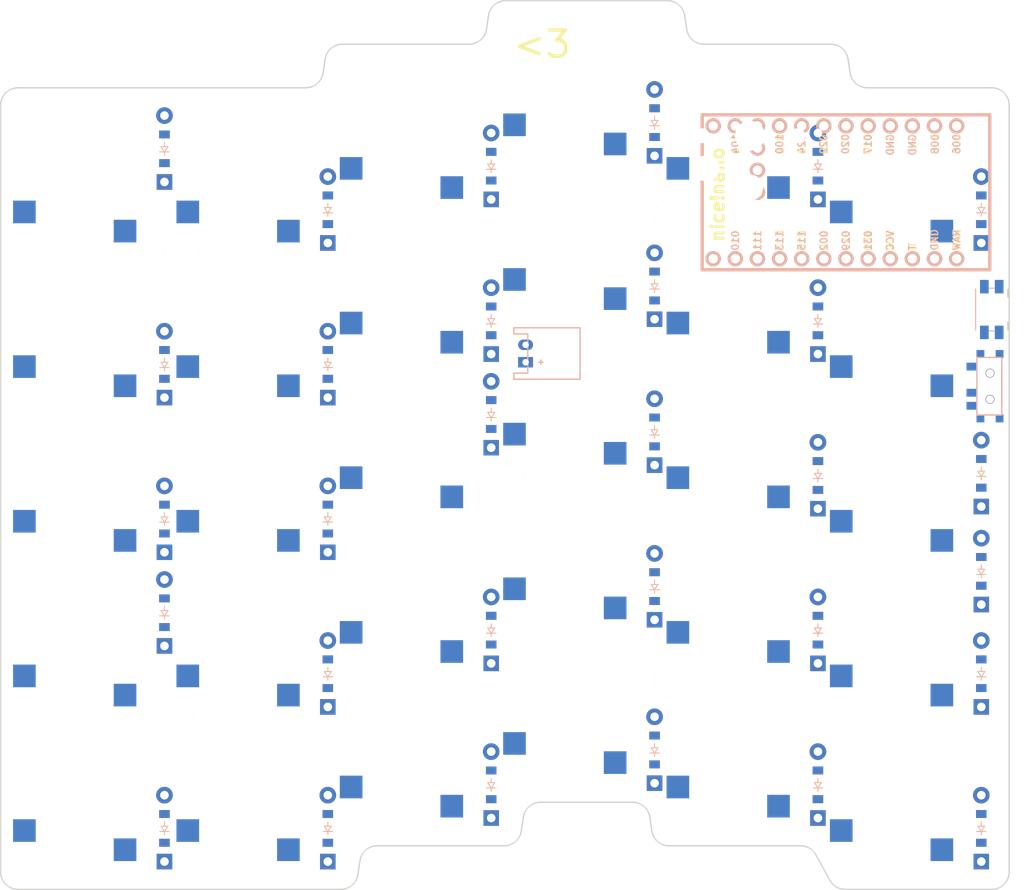
<source format=kicad_pcb>


(kicad_pcb (version 20171130) (host pcbnew 5.1.6)

  (page A3)
  (title_block
    (title "left")
    (rev "v1.0.0")
    (company "Unknown")
  )

  (general
    (thickness 1.6)
  )

  (layers
    (0 F.Cu signal)
    (31 B.Cu signal)
    (32 B.Adhes user)
    (33 F.Adhes user)
    (34 B.Paste user)
    (35 F.Paste user)
    (36 B.SilkS user)
    (37 F.SilkS user)
    (38 B.Mask user)
    (39 F.Mask user)
    (40 Dwgs.User user)
    (41 Cmts.User user)
    (42 Eco1.User user)
    (43 Eco2.User user)
    (44 Edge.Cuts user)
    (45 Margin user)
    (46 B.CrtYd user)
    (47 F.CrtYd user)
    (48 B.Fab user)
    (49 F.Fab user)
  )

  (setup
    (last_trace_width 0.25)
    (trace_clearance 0.2)
    (zone_clearance 0.508)
    (zone_45_only no)
    (trace_min 0.2)
    (via_size 0.8)
    (via_drill 0.4)
    (via_min_size 0.4)
    (via_min_drill 0.3)
    (uvia_size 0.3)
    (uvia_drill 0.1)
    (uvias_allowed no)
    (uvia_min_size 0.2)
    (uvia_min_drill 0.1)
    (edge_width 0.05)
    (segment_width 0.2)
    (pcb_text_width 0.3)
    (pcb_text_size 1.5 1.5)
    (mod_edge_width 0.12)
    (mod_text_size 1 1)
    (mod_text_width 0.15)
    (pad_size 1.524 1.524)
    (pad_drill 0.762)
    (pad_to_mask_clearance 0.05)
    (aux_axis_origin 0 0)
    (visible_elements FFFFFF7F)
    (pcbplotparams
      (layerselection 0x010fc_ffffffff)
      (usegerberextensions false)
      (usegerberattributes true)
      (usegerberadvancedattributes true)
      (creategerberjobfile true)
      (excludeedgelayer true)
      (linewidth 0.100000)
      (plotframeref false)
      (viasonmask false)
      (mode 1)
      (useauxorigin false)
      (hpglpennumber 1)
      (hpglpenspeed 20)
      (hpglpendiameter 15.000000)
      (psnegative false)
      (psa4output false)
      (plotreference true)
      (plotvalue true)
      (plotinvisibletext false)
      (padsonsilk false)
      (subtractmaskfromsilk false)
      (outputformat 1)
      (mirror false)
      (drillshape 1)
      (scaleselection 1)
      (outputdirectory ""))
  )

  (net 0 "")
(net 1 "P020")
(net 2 "first_mod")
(net 3 "first_bottom")
(net 4 "first_home")
(net 5 "first_top")
(net 6 "first_num")
(net 7 "P022")
(net 8 "second_mod")
(net 9 "second_bottom")
(net 10 "second_home")
(net 11 "second_top")
(net 12 "second_num")
(net 13 "P024")
(net 14 "third_mod")
(net 15 "third_bottom")
(net 16 "third_home")
(net 17 "third_top")
(net 18 "third_num")
(net 19 "P100")
(net 20 "fourth_mod")
(net 21 "fourth_bottom")
(net 22 "fourth_home")
(net 23 "fourth_top")
(net 24 "fourth_num")
(net 25 "P011")
(net 26 "fifth_mod")
(net 27 "fifth_bottom")
(net 28 "fifth_home")
(net 29 "fifth_top")
(net 30 "fifth_num")
(net 31 "P017")
(net 32 "sixth_mod")
(net 33 "sixth_bottom")
(net 34 "sixth_home")
(net 35 "sixth_top")
(net 36 "sixth_num")
(net 37 "P113")
(net 38 "P002")
(net 39 "P029")
(net 40 "P115")
(net 41 "P031")
(net 42 "RAW")
(net 43 "GND")
(net 44 "RST")
(net 45 "VCC")
(net 46 "P111")
(net 47 "P010")
(net 48 "P009")
(net 49 "P006")
(net 50 "P008")
(net 51 "P104")
(net 52 "P106")
(net 53 "P101")
(net 54 "P102")
(net 55 "P107")
(net 56 "pos")

  (net_class Default "This is the default net class."
    (clearance 0.2)
    (trace_width 0.25)
    (via_dia 0.8)
    (via_drill 0.4)
    (uvia_dia 0.3)
    (uvia_drill 0.1)
    (add_net "")
(add_net "P020")
(add_net "first_mod")
(add_net "first_bottom")
(add_net "first_home")
(add_net "first_top")
(add_net "first_num")
(add_net "P022")
(add_net "second_mod")
(add_net "second_bottom")
(add_net "second_home")
(add_net "second_top")
(add_net "second_num")
(add_net "P024")
(add_net "third_mod")
(add_net "third_bottom")
(add_net "third_home")
(add_net "third_top")
(add_net "third_num")
(add_net "P100")
(add_net "fourth_mod")
(add_net "fourth_bottom")
(add_net "fourth_home")
(add_net "fourth_top")
(add_net "fourth_num")
(add_net "P011")
(add_net "fifth_mod")
(add_net "fifth_bottom")
(add_net "fifth_home")
(add_net "fifth_top")
(add_net "fifth_num")
(add_net "P017")
(add_net "sixth_mod")
(add_net "sixth_bottom")
(add_net "sixth_home")
(add_net "sixth_top")
(add_net "sixth_num")
(add_net "P113")
(add_net "P002")
(add_net "P029")
(add_net "P115")
(add_net "P031")
(add_net "RAW")
(add_net "GND")
(add_net "RST")
(add_net "VCC")
(add_net "P111")
(add_net "P010")
(add_net "P009")
(add_net "P006")
(add_net "P008")
(add_net "P104")
(add_net "P106")
(add_net "P101")
(add_net "P102")
(add_net "P107")
(add_net "pos")
  )

  
        
      (module PG1350 (layer F.Cu) (tedit 5DD50112)
      (at 100 150 180)

      
      (fp_text reference "S1" (at 0 0) (layer F.SilkS) hide (effects (font (size 1.27 1.27) (thickness 0.15))))
      (fp_text value "" (at 0 0) (layer F.SilkS) hide (effects (font (size 1.27 1.27) (thickness 0.15))))

      
      (fp_line (start -7 -6) (end -7 -7) (layer Dwgs.User) (width 0.15))
      (fp_line (start -7 7) (end -6 7) (layer Dwgs.User) (width 0.15))
      (fp_line (start -6 -7) (end -7 -7) (layer Dwgs.User) (width 0.15))
      (fp_line (start -7 7) (end -7 6) (layer Dwgs.User) (width 0.15))
      (fp_line (start 7 6) (end 7 7) (layer Dwgs.User) (width 0.15))
      (fp_line (start 7 -7) (end 6 -7) (layer Dwgs.User) (width 0.15))
      (fp_line (start 6 7) (end 7 7) (layer Dwgs.User) (width 0.15))
      (fp_line (start 7 -7) (end 7 -6) (layer Dwgs.User) (width 0.15))      
      
      
      (pad "" np_thru_hole circle (at 0 0) (size 3.429 3.429) (drill 3.429) (layers *.Cu *.Mask))
        
      
      (pad "" np_thru_hole circle (at 5.5 0) (size 1.7018 1.7018) (drill 1.7018) (layers *.Cu *.Mask))
      (pad "" np_thru_hole circle (at -5.5 0) (size 1.7018 1.7018) (drill 1.7018) (layers *.Cu *.Mask))
      
        
      
      (fp_line (start -9 -8.5) (end 9 -8.5) (layer Dwgs.User) (width 0.15))
      (fp_line (start 9 -8.5) (end 9 8.5) (layer Dwgs.User) (width 0.15))
      (fp_line (start 9 8.5) (end -9 8.5) (layer Dwgs.User) (width 0.15))
      (fp_line (start -9 8.5) (end -9 -8.5) (layer Dwgs.User) (width 0.15))
      
        
          
          (pad "" np_thru_hole circle (at 5 -3.75) (size 3 3) (drill 3) (layers *.Cu *.Mask))
          (pad "" np_thru_hole circle (at 0 -5.95) (size 3 3) (drill 3) (layers *.Cu *.Mask))
      
          
          (pad 1 smd rect (at -3.275 -5.95 180) (size 2.6 2.6) (layers B.Cu B.Paste B.Mask)  (net 1 "P020"))
          (pad 2 smd rect (at 8.275 -3.75 180) (size 2.6 2.6) (layers B.Cu B.Paste B.Mask)  (net 2 "first_mod"))
        )
        

        
      (module PG1350 (layer F.Cu) (tedit 5DD50112)
      (at 100 132.25 180)

      
      (fp_text reference "S2" (at 0 0) (layer F.SilkS) hide (effects (font (size 1.27 1.27) (thickness 0.15))))
      (fp_text value "" (at 0 0) (layer F.SilkS) hide (effects (font (size 1.27 1.27) (thickness 0.15))))

      
      (fp_line (start -7 -6) (end -7 -7) (layer Dwgs.User) (width 0.15))
      (fp_line (start -7 7) (end -6 7) (layer Dwgs.User) (width 0.15))
      (fp_line (start -6 -7) (end -7 -7) (layer Dwgs.User) (width 0.15))
      (fp_line (start -7 7) (end -7 6) (layer Dwgs.User) (width 0.15))
      (fp_line (start 7 6) (end 7 7) (layer Dwgs.User) (width 0.15))
      (fp_line (start 7 -7) (end 6 -7) (layer Dwgs.User) (width 0.15))
      (fp_line (start 6 7) (end 7 7) (layer Dwgs.User) (width 0.15))
      (fp_line (start 7 -7) (end 7 -6) (layer Dwgs.User) (width 0.15))      
      
      
      (pad "" np_thru_hole circle (at 0 0) (size 3.429 3.429) (drill 3.429) (layers *.Cu *.Mask))
        
      
      (pad "" np_thru_hole circle (at 5.5 0) (size 1.7018 1.7018) (drill 1.7018) (layers *.Cu *.Mask))
      (pad "" np_thru_hole circle (at -5.5 0) (size 1.7018 1.7018) (drill 1.7018) (layers *.Cu *.Mask))
      
        
      
      (fp_line (start -9 -8.5) (end 9 -8.5) (layer Dwgs.User) (width 0.15))
      (fp_line (start 9 -8.5) (end 9 8.5) (layer Dwgs.User) (width 0.15))
      (fp_line (start 9 8.5) (end -9 8.5) (layer Dwgs.User) (width 0.15))
      (fp_line (start -9 8.5) (end -9 -8.5) (layer Dwgs.User) (width 0.15))
      
        
          
          (pad "" np_thru_hole circle (at 5 -3.75) (size 3 3) (drill 3) (layers *.Cu *.Mask))
          (pad "" np_thru_hole circle (at 0 -5.95) (size 3 3) (drill 3) (layers *.Cu *.Mask))
      
          
          (pad 1 smd rect (at -3.275 -5.95 180) (size 2.6 2.6) (layers B.Cu B.Paste B.Mask)  (net 1 "P020"))
          (pad 2 smd rect (at 8.275 -3.75 180) (size 2.6 2.6) (layers B.Cu B.Paste B.Mask)  (net 3 "first_bottom"))
        )
        

        
      (module PG1350 (layer F.Cu) (tedit 5DD50112)
      (at 100 114.5 180)

      
      (fp_text reference "S3" (at 0 0) (layer F.SilkS) hide (effects (font (size 1.27 1.27) (thickness 0.15))))
      (fp_text value "" (at 0 0) (layer F.SilkS) hide (effects (font (size 1.27 1.27) (thickness 0.15))))

      
      (fp_line (start -7 -6) (end -7 -7) (layer Dwgs.User) (width 0.15))
      (fp_line (start -7 7) (end -6 7) (layer Dwgs.User) (width 0.15))
      (fp_line (start -6 -7) (end -7 -7) (layer Dwgs.User) (width 0.15))
      (fp_line (start -7 7) (end -7 6) (layer Dwgs.User) (width 0.15))
      (fp_line (start 7 6) (end 7 7) (layer Dwgs.User) (width 0.15))
      (fp_line (start 7 -7) (end 6 -7) (layer Dwgs.User) (width 0.15))
      (fp_line (start 6 7) (end 7 7) (layer Dwgs.User) (width 0.15))
      (fp_line (start 7 -7) (end 7 -6) (layer Dwgs.User) (width 0.15))      
      
      
      (pad "" np_thru_hole circle (at 0 0) (size 3.429 3.429) (drill 3.429) (layers *.Cu *.Mask))
        
      
      (pad "" np_thru_hole circle (at 5.5 0) (size 1.7018 1.7018) (drill 1.7018) (layers *.Cu *.Mask))
      (pad "" np_thru_hole circle (at -5.5 0) (size 1.7018 1.7018) (drill 1.7018) (layers *.Cu *.Mask))
      
        
      
      (fp_line (start -9 -8.5) (end 9 -8.5) (layer Dwgs.User) (width 0.15))
      (fp_line (start 9 -8.5) (end 9 8.5) (layer Dwgs.User) (width 0.15))
      (fp_line (start 9 8.5) (end -9 8.5) (layer Dwgs.User) (width 0.15))
      (fp_line (start -9 8.5) (end -9 -8.5) (layer Dwgs.User) (width 0.15))
      
        
          
          (pad "" np_thru_hole circle (at 5 -3.75) (size 3 3) (drill 3) (layers *.Cu *.Mask))
          (pad "" np_thru_hole circle (at 0 -5.95) (size 3 3) (drill 3) (layers *.Cu *.Mask))
      
          
          (pad 1 smd rect (at -3.275 -5.95 180) (size 2.6 2.6) (layers B.Cu B.Paste B.Mask)  (net 1 "P020"))
          (pad 2 smd rect (at 8.275 -3.75 180) (size 2.6 2.6) (layers B.Cu B.Paste B.Mask)  (net 4 "first_home"))
        )
        

        
      (module PG1350 (layer F.Cu) (tedit 5DD50112)
      (at 100 96.75 180)

      
      (fp_text reference "S4" (at 0 0) (layer F.SilkS) hide (effects (font (size 1.27 1.27) (thickness 0.15))))
      (fp_text value "" (at 0 0) (layer F.SilkS) hide (effects (font (size 1.27 1.27) (thickness 0.15))))

      
      (fp_line (start -7 -6) (end -7 -7) (layer Dwgs.User) (width 0.15))
      (fp_line (start -7 7) (end -6 7) (layer Dwgs.User) (width 0.15))
      (fp_line (start -6 -7) (end -7 -7) (layer Dwgs.User) (width 0.15))
      (fp_line (start -7 7) (end -7 6) (layer Dwgs.User) (width 0.15))
      (fp_line (start 7 6) (end 7 7) (layer Dwgs.User) (width 0.15))
      (fp_line (start 7 -7) (end 6 -7) (layer Dwgs.User) (width 0.15))
      (fp_line (start 6 7) (end 7 7) (layer Dwgs.User) (width 0.15))
      (fp_line (start 7 -7) (end 7 -6) (layer Dwgs.User) (width 0.15))      
      
      
      (pad "" np_thru_hole circle (at 0 0) (size 3.429 3.429) (drill 3.429) (layers *.Cu *.Mask))
        
      
      (pad "" np_thru_hole circle (at 5.5 0) (size 1.7018 1.7018) (drill 1.7018) (layers *.Cu *.Mask))
      (pad "" np_thru_hole circle (at -5.5 0) (size 1.7018 1.7018) (drill 1.7018) (layers *.Cu *.Mask))
      
        
      
      (fp_line (start -9 -8.5) (end 9 -8.5) (layer Dwgs.User) (width 0.15))
      (fp_line (start 9 -8.5) (end 9 8.5) (layer Dwgs.User) (width 0.15))
      (fp_line (start 9 8.5) (end -9 8.5) (layer Dwgs.User) (width 0.15))
      (fp_line (start -9 8.5) (end -9 -8.5) (layer Dwgs.User) (width 0.15))
      
        
          
          (pad "" np_thru_hole circle (at 5 -3.75) (size 3 3) (drill 3) (layers *.Cu *.Mask))
          (pad "" np_thru_hole circle (at 0 -5.95) (size 3 3) (drill 3) (layers *.Cu *.Mask))
      
          
          (pad 1 smd rect (at -3.275 -5.95 180) (size 2.6 2.6) (layers B.Cu B.Paste B.Mask)  (net 1 "P020"))
          (pad 2 smd rect (at 8.275 -3.75 180) (size 2.6 2.6) (layers B.Cu B.Paste B.Mask)  (net 5 "first_top"))
        )
        

        
      (module PG1350 (layer F.Cu) (tedit 5DD50112)
      (at 100 79 180)

      
      (fp_text reference "S5" (at 0 0) (layer F.SilkS) hide (effects (font (size 1.27 1.27) (thickness 0.15))))
      (fp_text value "" (at 0 0) (layer F.SilkS) hide (effects (font (size 1.27 1.27) (thickness 0.15))))

      
      (fp_line (start -7 -6) (end -7 -7) (layer Dwgs.User) (width 0.15))
      (fp_line (start -7 7) (end -6 7) (layer Dwgs.User) (width 0.15))
      (fp_line (start -6 -7) (end -7 -7) (layer Dwgs.User) (width 0.15))
      (fp_line (start -7 7) (end -7 6) (layer Dwgs.User) (width 0.15))
      (fp_line (start 7 6) (end 7 7) (layer Dwgs.User) (width 0.15))
      (fp_line (start 7 -7) (end 6 -7) (layer Dwgs.User) (width 0.15))
      (fp_line (start 6 7) (end 7 7) (layer Dwgs.User) (width 0.15))
      (fp_line (start 7 -7) (end 7 -6) (layer Dwgs.User) (width 0.15))      
      
      
      (pad "" np_thru_hole circle (at 0 0) (size 3.429 3.429) (drill 3.429) (layers *.Cu *.Mask))
        
      
      (pad "" np_thru_hole circle (at 5.5 0) (size 1.7018 1.7018) (drill 1.7018) (layers *.Cu *.Mask))
      (pad "" np_thru_hole circle (at -5.5 0) (size 1.7018 1.7018) (drill 1.7018) (layers *.Cu *.Mask))
      
        
      
      (fp_line (start -9 -8.5) (end 9 -8.5) (layer Dwgs.User) (width 0.15))
      (fp_line (start 9 -8.5) (end 9 8.5) (layer Dwgs.User) (width 0.15))
      (fp_line (start 9 8.5) (end -9 8.5) (layer Dwgs.User) (width 0.15))
      (fp_line (start -9 8.5) (end -9 -8.5) (layer Dwgs.User) (width 0.15))
      
        
          
          (pad "" np_thru_hole circle (at 5 -3.75) (size 3 3) (drill 3) (layers *.Cu *.Mask))
          (pad "" np_thru_hole circle (at 0 -5.95) (size 3 3) (drill 3) (layers *.Cu *.Mask))
      
          
          (pad 1 smd rect (at -3.275 -5.95 180) (size 2.6 2.6) (layers B.Cu B.Paste B.Mask)  (net 1 "P020"))
          (pad 2 smd rect (at 8.275 -3.75 180) (size 2.6 2.6) (layers B.Cu B.Paste B.Mask)  (net 6 "first_num"))
        )
        

        
      (module PG1350 (layer F.Cu) (tedit 5DD50112)
      (at 118.75 150 180)

      
      (fp_text reference "S6" (at 0 0) (layer F.SilkS) hide (effects (font (size 1.27 1.27) (thickness 0.15))))
      (fp_text value "" (at 0 0) (layer F.SilkS) hide (effects (font (size 1.27 1.27) (thickness 0.15))))

      
      (fp_line (start -7 -6) (end -7 -7) (layer Dwgs.User) (width 0.15))
      (fp_line (start -7 7) (end -6 7) (layer Dwgs.User) (width 0.15))
      (fp_line (start -6 -7) (end -7 -7) (layer Dwgs.User) (width 0.15))
      (fp_line (start -7 7) (end -7 6) (layer Dwgs.User) (width 0.15))
      (fp_line (start 7 6) (end 7 7) (layer Dwgs.User) (width 0.15))
      (fp_line (start 7 -7) (end 6 -7) (layer Dwgs.User) (width 0.15))
      (fp_line (start 6 7) (end 7 7) (layer Dwgs.User) (width 0.15))
      (fp_line (start 7 -7) (end 7 -6) (layer Dwgs.User) (width 0.15))      
      
      
      (pad "" np_thru_hole circle (at 0 0) (size 3.429 3.429) (drill 3.429) (layers *.Cu *.Mask))
        
      
      (pad "" np_thru_hole circle (at 5.5 0) (size 1.7018 1.7018) (drill 1.7018) (layers *.Cu *.Mask))
      (pad "" np_thru_hole circle (at -5.5 0) (size 1.7018 1.7018) (drill 1.7018) (layers *.Cu *.Mask))
      
        
      
      (fp_line (start -9 -8.5) (end 9 -8.5) (layer Dwgs.User) (width 0.15))
      (fp_line (start 9 -8.5) (end 9 8.5) (layer Dwgs.User) (width 0.15))
      (fp_line (start 9 8.5) (end -9 8.5) (layer Dwgs.User) (width 0.15))
      (fp_line (start -9 8.5) (end -9 -8.5) (layer Dwgs.User) (width 0.15))
      
        
          
          (pad "" np_thru_hole circle (at 5 -3.75) (size 3 3) (drill 3) (layers *.Cu *.Mask))
          (pad "" np_thru_hole circle (at 0 -5.95) (size 3 3) (drill 3) (layers *.Cu *.Mask))
      
          
          (pad 1 smd rect (at -3.275 -5.95 180) (size 2.6 2.6) (layers B.Cu B.Paste B.Mask)  (net 7 "P022"))
          (pad 2 smd rect (at 8.275 -3.75 180) (size 2.6 2.6) (layers B.Cu B.Paste B.Mask)  (net 8 "second_mod"))
        )
        

        
      (module PG1350 (layer F.Cu) (tedit 5DD50112)
      (at 118.75 132.25 180)

      
      (fp_text reference "S7" (at 0 0) (layer F.SilkS) hide (effects (font (size 1.27 1.27) (thickness 0.15))))
      (fp_text value "" (at 0 0) (layer F.SilkS) hide (effects (font (size 1.27 1.27) (thickness 0.15))))

      
      (fp_line (start -7 -6) (end -7 -7) (layer Dwgs.User) (width 0.15))
      (fp_line (start -7 7) (end -6 7) (layer Dwgs.User) (width 0.15))
      (fp_line (start -6 -7) (end -7 -7) (layer Dwgs.User) (width 0.15))
      (fp_line (start -7 7) (end -7 6) (layer Dwgs.User) (width 0.15))
      (fp_line (start 7 6) (end 7 7) (layer Dwgs.User) (width 0.15))
      (fp_line (start 7 -7) (end 6 -7) (layer Dwgs.User) (width 0.15))
      (fp_line (start 6 7) (end 7 7) (layer Dwgs.User) (width 0.15))
      (fp_line (start 7 -7) (end 7 -6) (layer Dwgs.User) (width 0.15))      
      
      
      (pad "" np_thru_hole circle (at 0 0) (size 3.429 3.429) (drill 3.429) (layers *.Cu *.Mask))
        
      
      (pad "" np_thru_hole circle (at 5.5 0) (size 1.7018 1.7018) (drill 1.7018) (layers *.Cu *.Mask))
      (pad "" np_thru_hole circle (at -5.5 0) (size 1.7018 1.7018) (drill 1.7018) (layers *.Cu *.Mask))
      
        
      
      (fp_line (start -9 -8.5) (end 9 -8.5) (layer Dwgs.User) (width 0.15))
      (fp_line (start 9 -8.5) (end 9 8.5) (layer Dwgs.User) (width 0.15))
      (fp_line (start 9 8.5) (end -9 8.5) (layer Dwgs.User) (width 0.15))
      (fp_line (start -9 8.5) (end -9 -8.5) (layer Dwgs.User) (width 0.15))
      
        
          
          (pad "" np_thru_hole circle (at 5 -3.75) (size 3 3) (drill 3) (layers *.Cu *.Mask))
          (pad "" np_thru_hole circle (at 0 -5.95) (size 3 3) (drill 3) (layers *.Cu *.Mask))
      
          
          (pad 1 smd rect (at -3.275 -5.95 180) (size 2.6 2.6) (layers B.Cu B.Paste B.Mask)  (net 7 "P022"))
          (pad 2 smd rect (at 8.275 -3.75 180) (size 2.6 2.6) (layers B.Cu B.Paste B.Mask)  (net 9 "second_bottom"))
        )
        

        
      (module PG1350 (layer F.Cu) (tedit 5DD50112)
      (at 118.75 114.5 180)

      
      (fp_text reference "S8" (at 0 0) (layer F.SilkS) hide (effects (font (size 1.27 1.27) (thickness 0.15))))
      (fp_text value "" (at 0 0) (layer F.SilkS) hide (effects (font (size 1.27 1.27) (thickness 0.15))))

      
      (fp_line (start -7 -6) (end -7 -7) (layer Dwgs.User) (width 0.15))
      (fp_line (start -7 7) (end -6 7) (layer Dwgs.User) (width 0.15))
      (fp_line (start -6 -7) (end -7 -7) (layer Dwgs.User) (width 0.15))
      (fp_line (start -7 7) (end -7 6) (layer Dwgs.User) (width 0.15))
      (fp_line (start 7 6) (end 7 7) (layer Dwgs.User) (width 0.15))
      (fp_line (start 7 -7) (end 6 -7) (layer Dwgs.User) (width 0.15))
      (fp_line (start 6 7) (end 7 7) (layer Dwgs.User) (width 0.15))
      (fp_line (start 7 -7) (end 7 -6) (layer Dwgs.User) (width 0.15))      
      
      
      (pad "" np_thru_hole circle (at 0 0) (size 3.429 3.429) (drill 3.429) (layers *.Cu *.Mask))
        
      
      (pad "" np_thru_hole circle (at 5.5 0) (size 1.7018 1.7018) (drill 1.7018) (layers *.Cu *.Mask))
      (pad "" np_thru_hole circle (at -5.5 0) (size 1.7018 1.7018) (drill 1.7018) (layers *.Cu *.Mask))
      
        
      
      (fp_line (start -9 -8.5) (end 9 -8.5) (layer Dwgs.User) (width 0.15))
      (fp_line (start 9 -8.5) (end 9 8.5) (layer Dwgs.User) (width 0.15))
      (fp_line (start 9 8.5) (end -9 8.5) (layer Dwgs.User) (width 0.15))
      (fp_line (start -9 8.5) (end -9 -8.5) (layer Dwgs.User) (width 0.15))
      
        
          
          (pad "" np_thru_hole circle (at 5 -3.75) (size 3 3) (drill 3) (layers *.Cu *.Mask))
          (pad "" np_thru_hole circle (at 0 -5.95) (size 3 3) (drill 3) (layers *.Cu *.Mask))
      
          
          (pad 1 smd rect (at -3.275 -5.95 180) (size 2.6 2.6) (layers B.Cu B.Paste B.Mask)  (net 7 "P022"))
          (pad 2 smd rect (at 8.275 -3.75 180) (size 2.6 2.6) (layers B.Cu B.Paste B.Mask)  (net 10 "second_home"))
        )
        

        
      (module PG1350 (layer F.Cu) (tedit 5DD50112)
      (at 118.75 96.75 180)

      
      (fp_text reference "S9" (at 0 0) (layer F.SilkS) hide (effects (font (size 1.27 1.27) (thickness 0.15))))
      (fp_text value "" (at 0 0) (layer F.SilkS) hide (effects (font (size 1.27 1.27) (thickness 0.15))))

      
      (fp_line (start -7 -6) (end -7 -7) (layer Dwgs.User) (width 0.15))
      (fp_line (start -7 7) (end -6 7) (layer Dwgs.User) (width 0.15))
      (fp_line (start -6 -7) (end -7 -7) (layer Dwgs.User) (width 0.15))
      (fp_line (start -7 7) (end -7 6) (layer Dwgs.User) (width 0.15))
      (fp_line (start 7 6) (end 7 7) (layer Dwgs.User) (width 0.15))
      (fp_line (start 7 -7) (end 6 -7) (layer Dwgs.User) (width 0.15))
      (fp_line (start 6 7) (end 7 7) (layer Dwgs.User) (width 0.15))
      (fp_line (start 7 -7) (end 7 -6) (layer Dwgs.User) (width 0.15))      
      
      
      (pad "" np_thru_hole circle (at 0 0) (size 3.429 3.429) (drill 3.429) (layers *.Cu *.Mask))
        
      
      (pad "" np_thru_hole circle (at 5.5 0) (size 1.7018 1.7018) (drill 1.7018) (layers *.Cu *.Mask))
      (pad "" np_thru_hole circle (at -5.5 0) (size 1.7018 1.7018) (drill 1.7018) (layers *.Cu *.Mask))
      
        
      
      (fp_line (start -9 -8.5) (end 9 -8.5) (layer Dwgs.User) (width 0.15))
      (fp_line (start 9 -8.5) (end 9 8.5) (layer Dwgs.User) (width 0.15))
      (fp_line (start 9 8.5) (end -9 8.5) (layer Dwgs.User) (width 0.15))
      (fp_line (start -9 8.5) (end -9 -8.5) (layer Dwgs.User) (width 0.15))
      
        
          
          (pad "" np_thru_hole circle (at 5 -3.75) (size 3 3) (drill 3) (layers *.Cu *.Mask))
          (pad "" np_thru_hole circle (at 0 -5.95) (size 3 3) (drill 3) (layers *.Cu *.Mask))
      
          
          (pad 1 smd rect (at -3.275 -5.95 180) (size 2.6 2.6) (layers B.Cu B.Paste B.Mask)  (net 7 "P022"))
          (pad 2 smd rect (at 8.275 -3.75 180) (size 2.6 2.6) (layers B.Cu B.Paste B.Mask)  (net 11 "second_top"))
        )
        

        
      (module PG1350 (layer F.Cu) (tedit 5DD50112)
      (at 118.75 79 180)

      
      (fp_text reference "S10" (at 0 0) (layer F.SilkS) hide (effects (font (size 1.27 1.27) (thickness 0.15))))
      (fp_text value "" (at 0 0) (layer F.SilkS) hide (effects (font (size 1.27 1.27) (thickness 0.15))))

      
      (fp_line (start -7 -6) (end -7 -7) (layer Dwgs.User) (width 0.15))
      (fp_line (start -7 7) (end -6 7) (layer Dwgs.User) (width 0.15))
      (fp_line (start -6 -7) (end -7 -7) (layer Dwgs.User) (width 0.15))
      (fp_line (start -7 7) (end -7 6) (layer Dwgs.User) (width 0.15))
      (fp_line (start 7 6) (end 7 7) (layer Dwgs.User) (width 0.15))
      (fp_line (start 7 -7) (end 6 -7) (layer Dwgs.User) (width 0.15))
      (fp_line (start 6 7) (end 7 7) (layer Dwgs.User) (width 0.15))
      (fp_line (start 7 -7) (end 7 -6) (layer Dwgs.User) (width 0.15))      
      
      
      (pad "" np_thru_hole circle (at 0 0) (size 3.429 3.429) (drill 3.429) (layers *.Cu *.Mask))
        
      
      (pad "" np_thru_hole circle (at 5.5 0) (size 1.7018 1.7018) (drill 1.7018) (layers *.Cu *.Mask))
      (pad "" np_thru_hole circle (at -5.5 0) (size 1.7018 1.7018) (drill 1.7018) (layers *.Cu *.Mask))
      
        
      
      (fp_line (start -9 -8.5) (end 9 -8.5) (layer Dwgs.User) (width 0.15))
      (fp_line (start 9 -8.5) (end 9 8.5) (layer Dwgs.User) (width 0.15))
      (fp_line (start 9 8.5) (end -9 8.5) (layer Dwgs.User) (width 0.15))
      (fp_line (start -9 8.5) (end -9 -8.5) (layer Dwgs.User) (width 0.15))
      
        
          
          (pad "" np_thru_hole circle (at 5 -3.75) (size 3 3) (drill 3) (layers *.Cu *.Mask))
          (pad "" np_thru_hole circle (at 0 -5.95) (size 3 3) (drill 3) (layers *.Cu *.Mask))
      
          
          (pad 1 smd rect (at -3.275 -5.95 180) (size 2.6 2.6) (layers B.Cu B.Paste B.Mask)  (net 7 "P022"))
          (pad 2 smd rect (at 8.275 -3.75 180) (size 2.6 2.6) (layers B.Cu B.Paste B.Mask)  (net 12 "second_num"))
        )
        

        
      (module PG1350 (layer F.Cu) (tedit 5DD50112)
      (at 137.5 145 180)

      
      (fp_text reference "S11" (at 0 0) (layer F.SilkS) hide (effects (font (size 1.27 1.27) (thickness 0.15))))
      (fp_text value "" (at 0 0) (layer F.SilkS) hide (effects (font (size 1.27 1.27) (thickness 0.15))))

      
      (fp_line (start -7 -6) (end -7 -7) (layer Dwgs.User) (width 0.15))
      (fp_line (start -7 7) (end -6 7) (layer Dwgs.User) (width 0.15))
      (fp_line (start -6 -7) (end -7 -7) (layer Dwgs.User) (width 0.15))
      (fp_line (start -7 7) (end -7 6) (layer Dwgs.User) (width 0.15))
      (fp_line (start 7 6) (end 7 7) (layer Dwgs.User) (width 0.15))
      (fp_line (start 7 -7) (end 6 -7) (layer Dwgs.User) (width 0.15))
      (fp_line (start 6 7) (end 7 7) (layer Dwgs.User) (width 0.15))
      (fp_line (start 7 -7) (end 7 -6) (layer Dwgs.User) (width 0.15))      
      
      
      (pad "" np_thru_hole circle (at 0 0) (size 3.429 3.429) (drill 3.429) (layers *.Cu *.Mask))
        
      
      (pad "" np_thru_hole circle (at 5.5 0) (size 1.7018 1.7018) (drill 1.7018) (layers *.Cu *.Mask))
      (pad "" np_thru_hole circle (at -5.5 0) (size 1.7018 1.7018) (drill 1.7018) (layers *.Cu *.Mask))
      
        
      
      (fp_line (start -9 -8.5) (end 9 -8.5) (layer Dwgs.User) (width 0.15))
      (fp_line (start 9 -8.5) (end 9 8.5) (layer Dwgs.User) (width 0.15))
      (fp_line (start 9 8.5) (end -9 8.5) (layer Dwgs.User) (width 0.15))
      (fp_line (start -9 8.5) (end -9 -8.5) (layer Dwgs.User) (width 0.15))
      
        
          
          (pad "" np_thru_hole circle (at 5 -3.75) (size 3 3) (drill 3) (layers *.Cu *.Mask))
          (pad "" np_thru_hole circle (at 0 -5.95) (size 3 3) (drill 3) (layers *.Cu *.Mask))
      
          
          (pad 1 smd rect (at -3.275 -5.95 180) (size 2.6 2.6) (layers B.Cu B.Paste B.Mask)  (net 13 "P024"))
          (pad 2 smd rect (at 8.275 -3.75 180) (size 2.6 2.6) (layers B.Cu B.Paste B.Mask)  (net 14 "third_mod"))
        )
        

        
      (module PG1350 (layer F.Cu) (tedit 5DD50112)
      (at 137.5 127.25 180)

      
      (fp_text reference "S12" (at 0 0) (layer F.SilkS) hide (effects (font (size 1.27 1.27) (thickness 0.15))))
      (fp_text value "" (at 0 0) (layer F.SilkS) hide (effects (font (size 1.27 1.27) (thickness 0.15))))

      
      (fp_line (start -7 -6) (end -7 -7) (layer Dwgs.User) (width 0.15))
      (fp_line (start -7 7) (end -6 7) (layer Dwgs.User) (width 0.15))
      (fp_line (start -6 -7) (end -7 -7) (layer Dwgs.User) (width 0.15))
      (fp_line (start -7 7) (end -7 6) (layer Dwgs.User) (width 0.15))
      (fp_line (start 7 6) (end 7 7) (layer Dwgs.User) (width 0.15))
      (fp_line (start 7 -7) (end 6 -7) (layer Dwgs.User) (width 0.15))
      (fp_line (start 6 7) (end 7 7) (layer Dwgs.User) (width 0.15))
      (fp_line (start 7 -7) (end 7 -6) (layer Dwgs.User) (width 0.15))      
      
      
      (pad "" np_thru_hole circle (at 0 0) (size 3.429 3.429) (drill 3.429) (layers *.Cu *.Mask))
        
      
      (pad "" np_thru_hole circle (at 5.5 0) (size 1.7018 1.7018) (drill 1.7018) (layers *.Cu *.Mask))
      (pad "" np_thru_hole circle (at -5.5 0) (size 1.7018 1.7018) (drill 1.7018) (layers *.Cu *.Mask))
      
        
      
      (fp_line (start -9 -8.5) (end 9 -8.5) (layer Dwgs.User) (width 0.15))
      (fp_line (start 9 -8.5) (end 9 8.5) (layer Dwgs.User) (width 0.15))
      (fp_line (start 9 8.5) (end -9 8.5) (layer Dwgs.User) (width 0.15))
      (fp_line (start -9 8.5) (end -9 -8.5) (layer Dwgs.User) (width 0.15))
      
        
          
          (pad "" np_thru_hole circle (at 5 -3.75) (size 3 3) (drill 3) (layers *.Cu *.Mask))
          (pad "" np_thru_hole circle (at 0 -5.95) (size 3 3) (drill 3) (layers *.Cu *.Mask))
      
          
          (pad 1 smd rect (at -3.275 -5.95 180) (size 2.6 2.6) (layers B.Cu B.Paste B.Mask)  (net 13 "P024"))
          (pad 2 smd rect (at 8.275 -3.75 180) (size 2.6 2.6) (layers B.Cu B.Paste B.Mask)  (net 15 "third_bottom"))
        )
        

        
      (module PG1350 (layer F.Cu) (tedit 5DD50112)
      (at 137.5 109.5 180)

      
      (fp_text reference "S13" (at 0 0) (layer F.SilkS) hide (effects (font (size 1.27 1.27) (thickness 0.15))))
      (fp_text value "" (at 0 0) (layer F.SilkS) hide (effects (font (size 1.27 1.27) (thickness 0.15))))

      
      (fp_line (start -7 -6) (end -7 -7) (layer Dwgs.User) (width 0.15))
      (fp_line (start -7 7) (end -6 7) (layer Dwgs.User) (width 0.15))
      (fp_line (start -6 -7) (end -7 -7) (layer Dwgs.User) (width 0.15))
      (fp_line (start -7 7) (end -7 6) (layer Dwgs.User) (width 0.15))
      (fp_line (start 7 6) (end 7 7) (layer Dwgs.User) (width 0.15))
      (fp_line (start 7 -7) (end 6 -7) (layer Dwgs.User) (width 0.15))
      (fp_line (start 6 7) (end 7 7) (layer Dwgs.User) (width 0.15))
      (fp_line (start 7 -7) (end 7 -6) (layer Dwgs.User) (width 0.15))      
      
      
      (pad "" np_thru_hole circle (at 0 0) (size 3.429 3.429) (drill 3.429) (layers *.Cu *.Mask))
        
      
      (pad "" np_thru_hole circle (at 5.5 0) (size 1.7018 1.7018) (drill 1.7018) (layers *.Cu *.Mask))
      (pad "" np_thru_hole circle (at -5.5 0) (size 1.7018 1.7018) (drill 1.7018) (layers *.Cu *.Mask))
      
        
      
      (fp_line (start -9 -8.5) (end 9 -8.5) (layer Dwgs.User) (width 0.15))
      (fp_line (start 9 -8.5) (end 9 8.5) (layer Dwgs.User) (width 0.15))
      (fp_line (start 9 8.5) (end -9 8.5) (layer Dwgs.User) (width 0.15))
      (fp_line (start -9 8.5) (end -9 -8.5) (layer Dwgs.User) (width 0.15))
      
        
          
          (pad "" np_thru_hole circle (at 5 -3.75) (size 3 3) (drill 3) (layers *.Cu *.Mask))
          (pad "" np_thru_hole circle (at 0 -5.95) (size 3 3) (drill 3) (layers *.Cu *.Mask))
      
          
          (pad 1 smd rect (at -3.275 -5.95 180) (size 2.6 2.6) (layers B.Cu B.Paste B.Mask)  (net 13 "P024"))
          (pad 2 smd rect (at 8.275 -3.75 180) (size 2.6 2.6) (layers B.Cu B.Paste B.Mask)  (net 16 "third_home"))
        )
        

        
      (module PG1350 (layer F.Cu) (tedit 5DD50112)
      (at 137.5 91.75 180)

      
      (fp_text reference "S14" (at 0 0) (layer F.SilkS) hide (effects (font (size 1.27 1.27) (thickness 0.15))))
      (fp_text value "" (at 0 0) (layer F.SilkS) hide (effects (font (size 1.27 1.27) (thickness 0.15))))

      
      (fp_line (start -7 -6) (end -7 -7) (layer Dwgs.User) (width 0.15))
      (fp_line (start -7 7) (end -6 7) (layer Dwgs.User) (width 0.15))
      (fp_line (start -6 -7) (end -7 -7) (layer Dwgs.User) (width 0.15))
      (fp_line (start -7 7) (end -7 6) (layer Dwgs.User) (width 0.15))
      (fp_line (start 7 6) (end 7 7) (layer Dwgs.User) (width 0.15))
      (fp_line (start 7 -7) (end 6 -7) (layer Dwgs.User) (width 0.15))
      (fp_line (start 6 7) (end 7 7) (layer Dwgs.User) (width 0.15))
      (fp_line (start 7 -7) (end 7 -6) (layer Dwgs.User) (width 0.15))      
      
      
      (pad "" np_thru_hole circle (at 0 0) (size 3.429 3.429) (drill 3.429) (layers *.Cu *.Mask))
        
      
      (pad "" np_thru_hole circle (at 5.5 0) (size 1.7018 1.7018) (drill 1.7018) (layers *.Cu *.Mask))
      (pad "" np_thru_hole circle (at -5.5 0) (size 1.7018 1.7018) (drill 1.7018) (layers *.Cu *.Mask))
      
        
      
      (fp_line (start -9 -8.5) (end 9 -8.5) (layer Dwgs.User) (width 0.15))
      (fp_line (start 9 -8.5) (end 9 8.5) (layer Dwgs.User) (width 0.15))
      (fp_line (start 9 8.5) (end -9 8.5) (layer Dwgs.User) (width 0.15))
      (fp_line (start -9 8.5) (end -9 -8.5) (layer Dwgs.User) (width 0.15))
      
        
          
          (pad "" np_thru_hole circle (at 5 -3.75) (size 3 3) (drill 3) (layers *.Cu *.Mask))
          (pad "" np_thru_hole circle (at 0 -5.95) (size 3 3) (drill 3) (layers *.Cu *.Mask))
      
          
          (pad 1 smd rect (at -3.275 -5.95 180) (size 2.6 2.6) (layers B.Cu B.Paste B.Mask)  (net 13 "P024"))
          (pad 2 smd rect (at 8.275 -3.75 180) (size 2.6 2.6) (layers B.Cu B.Paste B.Mask)  (net 17 "third_top"))
        )
        

        
      (module PG1350 (layer F.Cu) (tedit 5DD50112)
      (at 137.5 74 180)

      
      (fp_text reference "S15" (at 0 0) (layer F.SilkS) hide (effects (font (size 1.27 1.27) (thickness 0.15))))
      (fp_text value "" (at 0 0) (layer F.SilkS) hide (effects (font (size 1.27 1.27) (thickness 0.15))))

      
      (fp_line (start -7 -6) (end -7 -7) (layer Dwgs.User) (width 0.15))
      (fp_line (start -7 7) (end -6 7) (layer Dwgs.User) (width 0.15))
      (fp_line (start -6 -7) (end -7 -7) (layer Dwgs.User) (width 0.15))
      (fp_line (start -7 7) (end -7 6) (layer Dwgs.User) (width 0.15))
      (fp_line (start 7 6) (end 7 7) (layer Dwgs.User) (width 0.15))
      (fp_line (start 7 -7) (end 6 -7) (layer Dwgs.User) (width 0.15))
      (fp_line (start 6 7) (end 7 7) (layer Dwgs.User) (width 0.15))
      (fp_line (start 7 -7) (end 7 -6) (layer Dwgs.User) (width 0.15))      
      
      
      (pad "" np_thru_hole circle (at 0 0) (size 3.429 3.429) (drill 3.429) (layers *.Cu *.Mask))
        
      
      (pad "" np_thru_hole circle (at 5.5 0) (size 1.7018 1.7018) (drill 1.7018) (layers *.Cu *.Mask))
      (pad "" np_thru_hole circle (at -5.5 0) (size 1.7018 1.7018) (drill 1.7018) (layers *.Cu *.Mask))
      
        
      
      (fp_line (start -9 -8.5) (end 9 -8.5) (layer Dwgs.User) (width 0.15))
      (fp_line (start 9 -8.5) (end 9 8.5) (layer Dwgs.User) (width 0.15))
      (fp_line (start 9 8.5) (end -9 8.5) (layer Dwgs.User) (width 0.15))
      (fp_line (start -9 8.5) (end -9 -8.5) (layer Dwgs.User) (width 0.15))
      
        
          
          (pad "" np_thru_hole circle (at 5 -3.75) (size 3 3) (drill 3) (layers *.Cu *.Mask))
          (pad "" np_thru_hole circle (at 0 -5.95) (size 3 3) (drill 3) (layers *.Cu *.Mask))
      
          
          (pad 1 smd rect (at -3.275 -5.95 180) (size 2.6 2.6) (layers B.Cu B.Paste B.Mask)  (net 13 "P024"))
          (pad 2 smd rect (at 8.275 -3.75 180) (size 2.6 2.6) (layers B.Cu B.Paste B.Mask)  (net 18 "third_num"))
        )
        

        
      (module PG1350 (layer F.Cu) (tedit 5DD50112)
      (at 156.25 140 180)

      
      (fp_text reference "S16" (at 0 0) (layer F.SilkS) hide (effects (font (size 1.27 1.27) (thickness 0.15))))
      (fp_text value "" (at 0 0) (layer F.SilkS) hide (effects (font (size 1.27 1.27) (thickness 0.15))))

      
      (fp_line (start -7 -6) (end -7 -7) (layer Dwgs.User) (width 0.15))
      (fp_line (start -7 7) (end -6 7) (layer Dwgs.User) (width 0.15))
      (fp_line (start -6 -7) (end -7 -7) (layer Dwgs.User) (width 0.15))
      (fp_line (start -7 7) (end -7 6) (layer Dwgs.User) (width 0.15))
      (fp_line (start 7 6) (end 7 7) (layer Dwgs.User) (width 0.15))
      (fp_line (start 7 -7) (end 6 -7) (layer Dwgs.User) (width 0.15))
      (fp_line (start 6 7) (end 7 7) (layer Dwgs.User) (width 0.15))
      (fp_line (start 7 -7) (end 7 -6) (layer Dwgs.User) (width 0.15))      
      
      
      (pad "" np_thru_hole circle (at 0 0) (size 3.429 3.429) (drill 3.429) (layers *.Cu *.Mask))
        
      
      (pad "" np_thru_hole circle (at 5.5 0) (size 1.7018 1.7018) (drill 1.7018) (layers *.Cu *.Mask))
      (pad "" np_thru_hole circle (at -5.5 0) (size 1.7018 1.7018) (drill 1.7018) (layers *.Cu *.Mask))
      
        
      
      (fp_line (start -9 -8.5) (end 9 -8.5) (layer Dwgs.User) (width 0.15))
      (fp_line (start 9 -8.5) (end 9 8.5) (layer Dwgs.User) (width 0.15))
      (fp_line (start 9 8.5) (end -9 8.5) (layer Dwgs.User) (width 0.15))
      (fp_line (start -9 8.5) (end -9 -8.5) (layer Dwgs.User) (width 0.15))
      
        
          
          (pad "" np_thru_hole circle (at 5 -3.75) (size 3 3) (drill 3) (layers *.Cu *.Mask))
          (pad "" np_thru_hole circle (at 0 -5.95) (size 3 3) (drill 3) (layers *.Cu *.Mask))
      
          
          (pad 1 smd rect (at -3.275 -5.95 180) (size 2.6 2.6) (layers B.Cu B.Paste B.Mask)  (net 19 "P100"))
          (pad 2 smd rect (at 8.275 -3.75 180) (size 2.6 2.6) (layers B.Cu B.Paste B.Mask)  (net 20 "fourth_mod"))
        )
        

        
      (module PG1350 (layer F.Cu) (tedit 5DD50112)
      (at 156.25 122.25 180)

      
      (fp_text reference "S17" (at 0 0) (layer F.SilkS) hide (effects (font (size 1.27 1.27) (thickness 0.15))))
      (fp_text value "" (at 0 0) (layer F.SilkS) hide (effects (font (size 1.27 1.27) (thickness 0.15))))

      
      (fp_line (start -7 -6) (end -7 -7) (layer Dwgs.User) (width 0.15))
      (fp_line (start -7 7) (end -6 7) (layer Dwgs.User) (width 0.15))
      (fp_line (start -6 -7) (end -7 -7) (layer Dwgs.User) (width 0.15))
      (fp_line (start -7 7) (end -7 6) (layer Dwgs.User) (width 0.15))
      (fp_line (start 7 6) (end 7 7) (layer Dwgs.User) (width 0.15))
      (fp_line (start 7 -7) (end 6 -7) (layer Dwgs.User) (width 0.15))
      (fp_line (start 6 7) (end 7 7) (layer Dwgs.User) (width 0.15))
      (fp_line (start 7 -7) (end 7 -6) (layer Dwgs.User) (width 0.15))      
      
      
      (pad "" np_thru_hole circle (at 0 0) (size 3.429 3.429) (drill 3.429) (layers *.Cu *.Mask))
        
      
      (pad "" np_thru_hole circle (at 5.5 0) (size 1.7018 1.7018) (drill 1.7018) (layers *.Cu *.Mask))
      (pad "" np_thru_hole circle (at -5.5 0) (size 1.7018 1.7018) (drill 1.7018) (layers *.Cu *.Mask))
      
        
      
      (fp_line (start -9 -8.5) (end 9 -8.5) (layer Dwgs.User) (width 0.15))
      (fp_line (start 9 -8.5) (end 9 8.5) (layer Dwgs.User) (width 0.15))
      (fp_line (start 9 8.5) (end -9 8.5) (layer Dwgs.User) (width 0.15))
      (fp_line (start -9 8.5) (end -9 -8.5) (layer Dwgs.User) (width 0.15))
      
        
          
          (pad "" np_thru_hole circle (at 5 -3.75) (size 3 3) (drill 3) (layers *.Cu *.Mask))
          (pad "" np_thru_hole circle (at 0 -5.95) (size 3 3) (drill 3) (layers *.Cu *.Mask))
      
          
          (pad 1 smd rect (at -3.275 -5.95 180) (size 2.6 2.6) (layers B.Cu B.Paste B.Mask)  (net 19 "P100"))
          (pad 2 smd rect (at 8.275 -3.75 180) (size 2.6 2.6) (layers B.Cu B.Paste B.Mask)  (net 21 "fourth_bottom"))
        )
        

        
      (module PG1350 (layer F.Cu) (tedit 5DD50112)
      (at 156.25 104.5 180)

      
      (fp_text reference "S18" (at 0 0) (layer F.SilkS) hide (effects (font (size 1.27 1.27) (thickness 0.15))))
      (fp_text value "" (at 0 0) (layer F.SilkS) hide (effects (font (size 1.27 1.27) (thickness 0.15))))

      
      (fp_line (start -7 -6) (end -7 -7) (layer Dwgs.User) (width 0.15))
      (fp_line (start -7 7) (end -6 7) (layer Dwgs.User) (width 0.15))
      (fp_line (start -6 -7) (end -7 -7) (layer Dwgs.User) (width 0.15))
      (fp_line (start -7 7) (end -7 6) (layer Dwgs.User) (width 0.15))
      (fp_line (start 7 6) (end 7 7) (layer Dwgs.User) (width 0.15))
      (fp_line (start 7 -7) (end 6 -7) (layer Dwgs.User) (width 0.15))
      (fp_line (start 6 7) (end 7 7) (layer Dwgs.User) (width 0.15))
      (fp_line (start 7 -7) (end 7 -6) (layer Dwgs.User) (width 0.15))      
      
      
      (pad "" np_thru_hole circle (at 0 0) (size 3.429 3.429) (drill 3.429) (layers *.Cu *.Mask))
        
      
      (pad "" np_thru_hole circle (at 5.5 0) (size 1.7018 1.7018) (drill 1.7018) (layers *.Cu *.Mask))
      (pad "" np_thru_hole circle (at -5.5 0) (size 1.7018 1.7018) (drill 1.7018) (layers *.Cu *.Mask))
      
        
      
      (fp_line (start -9 -8.5) (end 9 -8.5) (layer Dwgs.User) (width 0.15))
      (fp_line (start 9 -8.5) (end 9 8.5) (layer Dwgs.User) (width 0.15))
      (fp_line (start 9 8.5) (end -9 8.5) (layer Dwgs.User) (width 0.15))
      (fp_line (start -9 8.5) (end -9 -8.5) (layer Dwgs.User) (width 0.15))
      
        
          
          (pad "" np_thru_hole circle (at 5 -3.75) (size 3 3) (drill 3) (layers *.Cu *.Mask))
          (pad "" np_thru_hole circle (at 0 -5.95) (size 3 3) (drill 3) (layers *.Cu *.Mask))
      
          
          (pad 1 smd rect (at -3.275 -5.95 180) (size 2.6 2.6) (layers B.Cu B.Paste B.Mask)  (net 19 "P100"))
          (pad 2 smd rect (at 8.275 -3.75 180) (size 2.6 2.6) (layers B.Cu B.Paste B.Mask)  (net 22 "fourth_home"))
        )
        

        
      (module PG1350 (layer F.Cu) (tedit 5DD50112)
      (at 156.25 86.75 180)

      
      (fp_text reference "S19" (at 0 0) (layer F.SilkS) hide (effects (font (size 1.27 1.27) (thickness 0.15))))
      (fp_text value "" (at 0 0) (layer F.SilkS) hide (effects (font (size 1.27 1.27) (thickness 0.15))))

      
      (fp_line (start -7 -6) (end -7 -7) (layer Dwgs.User) (width 0.15))
      (fp_line (start -7 7) (end -6 7) (layer Dwgs.User) (width 0.15))
      (fp_line (start -6 -7) (end -7 -7) (layer Dwgs.User) (width 0.15))
      (fp_line (start -7 7) (end -7 6) (layer Dwgs.User) (width 0.15))
      (fp_line (start 7 6) (end 7 7) (layer Dwgs.User) (width 0.15))
      (fp_line (start 7 -7) (end 6 -7) (layer Dwgs.User) (width 0.15))
      (fp_line (start 6 7) (end 7 7) (layer Dwgs.User) (width 0.15))
      (fp_line (start 7 -7) (end 7 -6) (layer Dwgs.User) (width 0.15))      
      
      
      (pad "" np_thru_hole circle (at 0 0) (size 3.429 3.429) (drill 3.429) (layers *.Cu *.Mask))
        
      
      (pad "" np_thru_hole circle (at 5.5 0) (size 1.7018 1.7018) (drill 1.7018) (layers *.Cu *.Mask))
      (pad "" np_thru_hole circle (at -5.5 0) (size 1.7018 1.7018) (drill 1.7018) (layers *.Cu *.Mask))
      
        
      
      (fp_line (start -9 -8.5) (end 9 -8.5) (layer Dwgs.User) (width 0.15))
      (fp_line (start 9 -8.5) (end 9 8.5) (layer Dwgs.User) (width 0.15))
      (fp_line (start 9 8.5) (end -9 8.5) (layer Dwgs.User) (width 0.15))
      (fp_line (start -9 8.5) (end -9 -8.5) (layer Dwgs.User) (width 0.15))
      
        
          
          (pad "" np_thru_hole circle (at 5 -3.75) (size 3 3) (drill 3) (layers *.Cu *.Mask))
          (pad "" np_thru_hole circle (at 0 -5.95) (size 3 3) (drill 3) (layers *.Cu *.Mask))
      
          
          (pad 1 smd rect (at -3.275 -5.95 180) (size 2.6 2.6) (layers B.Cu B.Paste B.Mask)  (net 19 "P100"))
          (pad 2 smd rect (at 8.275 -3.75 180) (size 2.6 2.6) (layers B.Cu B.Paste B.Mask)  (net 23 "fourth_top"))
        )
        

        
      (module PG1350 (layer F.Cu) (tedit 5DD50112)
      (at 156.25 69 180)

      
      (fp_text reference "S20" (at 0 0) (layer F.SilkS) hide (effects (font (size 1.27 1.27) (thickness 0.15))))
      (fp_text value "" (at 0 0) (layer F.SilkS) hide (effects (font (size 1.27 1.27) (thickness 0.15))))

      
      (fp_line (start -7 -6) (end -7 -7) (layer Dwgs.User) (width 0.15))
      (fp_line (start -7 7) (end -6 7) (layer Dwgs.User) (width 0.15))
      (fp_line (start -6 -7) (end -7 -7) (layer Dwgs.User) (width 0.15))
      (fp_line (start -7 7) (end -7 6) (layer Dwgs.User) (width 0.15))
      (fp_line (start 7 6) (end 7 7) (layer Dwgs.User) (width 0.15))
      (fp_line (start 7 -7) (end 6 -7) (layer Dwgs.User) (width 0.15))
      (fp_line (start 6 7) (end 7 7) (layer Dwgs.User) (width 0.15))
      (fp_line (start 7 -7) (end 7 -6) (layer Dwgs.User) (width 0.15))      
      
      
      (pad "" np_thru_hole circle (at 0 0) (size 3.429 3.429) (drill 3.429) (layers *.Cu *.Mask))
        
      
      (pad "" np_thru_hole circle (at 5.5 0) (size 1.7018 1.7018) (drill 1.7018) (layers *.Cu *.Mask))
      (pad "" np_thru_hole circle (at -5.5 0) (size 1.7018 1.7018) (drill 1.7018) (layers *.Cu *.Mask))
      
        
      
      (fp_line (start -9 -8.5) (end 9 -8.5) (layer Dwgs.User) (width 0.15))
      (fp_line (start 9 -8.5) (end 9 8.5) (layer Dwgs.User) (width 0.15))
      (fp_line (start 9 8.5) (end -9 8.5) (layer Dwgs.User) (width 0.15))
      (fp_line (start -9 8.5) (end -9 -8.5) (layer Dwgs.User) (width 0.15))
      
        
          
          (pad "" np_thru_hole circle (at 5 -3.75) (size 3 3) (drill 3) (layers *.Cu *.Mask))
          (pad "" np_thru_hole circle (at 0 -5.95) (size 3 3) (drill 3) (layers *.Cu *.Mask))
      
          
          (pad 1 smd rect (at -3.275 -5.95 180) (size 2.6 2.6) (layers B.Cu B.Paste B.Mask)  (net 19 "P100"))
          (pad 2 smd rect (at 8.275 -3.75 180) (size 2.6 2.6) (layers B.Cu B.Paste B.Mask)  (net 24 "fourth_num"))
        )
        

        
      (module PG1350 (layer F.Cu) (tedit 5DD50112)
      (at 175 145 180)

      
      (fp_text reference "S21" (at 0 0) (layer F.SilkS) hide (effects (font (size 1.27 1.27) (thickness 0.15))))
      (fp_text value "" (at 0 0) (layer F.SilkS) hide (effects (font (size 1.27 1.27) (thickness 0.15))))

      
      (fp_line (start -7 -6) (end -7 -7) (layer Dwgs.User) (width 0.15))
      (fp_line (start -7 7) (end -6 7) (layer Dwgs.User) (width 0.15))
      (fp_line (start -6 -7) (end -7 -7) (layer Dwgs.User) (width 0.15))
      (fp_line (start -7 7) (end -7 6) (layer Dwgs.User) (width 0.15))
      (fp_line (start 7 6) (end 7 7) (layer Dwgs.User) (width 0.15))
      (fp_line (start 7 -7) (end 6 -7) (layer Dwgs.User) (width 0.15))
      (fp_line (start 6 7) (end 7 7) (layer Dwgs.User) (width 0.15))
      (fp_line (start 7 -7) (end 7 -6) (layer Dwgs.User) (width 0.15))      
      
      
      (pad "" np_thru_hole circle (at 0 0) (size 3.429 3.429) (drill 3.429) (layers *.Cu *.Mask))
        
      
      (pad "" np_thru_hole circle (at 5.5 0) (size 1.7018 1.7018) (drill 1.7018) (layers *.Cu *.Mask))
      (pad "" np_thru_hole circle (at -5.5 0) (size 1.7018 1.7018) (drill 1.7018) (layers *.Cu *.Mask))
      
        
      
      (fp_line (start -9 -8.5) (end 9 -8.5) (layer Dwgs.User) (width 0.15))
      (fp_line (start 9 -8.5) (end 9 8.5) (layer Dwgs.User) (width 0.15))
      (fp_line (start 9 8.5) (end -9 8.5) (layer Dwgs.User) (width 0.15))
      (fp_line (start -9 8.5) (end -9 -8.5) (layer Dwgs.User) (width 0.15))
      
        
          
          (pad "" np_thru_hole circle (at 5 -3.75) (size 3 3) (drill 3) (layers *.Cu *.Mask))
          (pad "" np_thru_hole circle (at 0 -5.95) (size 3 3) (drill 3) (layers *.Cu *.Mask))
      
          
          (pad 1 smd rect (at -3.275 -5.95 180) (size 2.6 2.6) (layers B.Cu B.Paste B.Mask)  (net 25 "P011"))
          (pad 2 smd rect (at 8.275 -3.75 180) (size 2.6 2.6) (layers B.Cu B.Paste B.Mask)  (net 26 "fifth_mod"))
        )
        

        
      (module PG1350 (layer F.Cu) (tedit 5DD50112)
      (at 175 127.25 180)

      
      (fp_text reference "S22" (at 0 0) (layer F.SilkS) hide (effects (font (size 1.27 1.27) (thickness 0.15))))
      (fp_text value "" (at 0 0) (layer F.SilkS) hide (effects (font (size 1.27 1.27) (thickness 0.15))))

      
      (fp_line (start -7 -6) (end -7 -7) (layer Dwgs.User) (width 0.15))
      (fp_line (start -7 7) (end -6 7) (layer Dwgs.User) (width 0.15))
      (fp_line (start -6 -7) (end -7 -7) (layer Dwgs.User) (width 0.15))
      (fp_line (start -7 7) (end -7 6) (layer Dwgs.User) (width 0.15))
      (fp_line (start 7 6) (end 7 7) (layer Dwgs.User) (width 0.15))
      (fp_line (start 7 -7) (end 6 -7) (layer Dwgs.User) (width 0.15))
      (fp_line (start 6 7) (end 7 7) (layer Dwgs.User) (width 0.15))
      (fp_line (start 7 -7) (end 7 -6) (layer Dwgs.User) (width 0.15))      
      
      
      (pad "" np_thru_hole circle (at 0 0) (size 3.429 3.429) (drill 3.429) (layers *.Cu *.Mask))
        
      
      (pad "" np_thru_hole circle (at 5.5 0) (size 1.7018 1.7018) (drill 1.7018) (layers *.Cu *.Mask))
      (pad "" np_thru_hole circle (at -5.5 0) (size 1.7018 1.7018) (drill 1.7018) (layers *.Cu *.Mask))
      
        
      
      (fp_line (start -9 -8.5) (end 9 -8.5) (layer Dwgs.User) (width 0.15))
      (fp_line (start 9 -8.5) (end 9 8.5) (layer Dwgs.User) (width 0.15))
      (fp_line (start 9 8.5) (end -9 8.5) (layer Dwgs.User) (width 0.15))
      (fp_line (start -9 8.5) (end -9 -8.5) (layer Dwgs.User) (width 0.15))
      
        
          
          (pad "" np_thru_hole circle (at 5 -3.75) (size 3 3) (drill 3) (layers *.Cu *.Mask))
          (pad "" np_thru_hole circle (at 0 -5.95) (size 3 3) (drill 3) (layers *.Cu *.Mask))
      
          
          (pad 1 smd rect (at -3.275 -5.95 180) (size 2.6 2.6) (layers B.Cu B.Paste B.Mask)  (net 25 "P011"))
          (pad 2 smd rect (at 8.275 -3.75 180) (size 2.6 2.6) (layers B.Cu B.Paste B.Mask)  (net 27 "fifth_bottom"))
        )
        

        
      (module PG1350 (layer F.Cu) (tedit 5DD50112)
      (at 175 109.5 180)

      
      (fp_text reference "S23" (at 0 0) (layer F.SilkS) hide (effects (font (size 1.27 1.27) (thickness 0.15))))
      (fp_text value "" (at 0 0) (layer F.SilkS) hide (effects (font (size 1.27 1.27) (thickness 0.15))))

      
      (fp_line (start -7 -6) (end -7 -7) (layer Dwgs.User) (width 0.15))
      (fp_line (start -7 7) (end -6 7) (layer Dwgs.User) (width 0.15))
      (fp_line (start -6 -7) (end -7 -7) (layer Dwgs.User) (width 0.15))
      (fp_line (start -7 7) (end -7 6) (layer Dwgs.User) (width 0.15))
      (fp_line (start 7 6) (end 7 7) (layer Dwgs.User) (width 0.15))
      (fp_line (start 7 -7) (end 6 -7) (layer Dwgs.User) (width 0.15))
      (fp_line (start 6 7) (end 7 7) (layer Dwgs.User) (width 0.15))
      (fp_line (start 7 -7) (end 7 -6) (layer Dwgs.User) (width 0.15))      
      
      
      (pad "" np_thru_hole circle (at 0 0) (size 3.429 3.429) (drill 3.429) (layers *.Cu *.Mask))
        
      
      (pad "" np_thru_hole circle (at 5.5 0) (size 1.7018 1.7018) (drill 1.7018) (layers *.Cu *.Mask))
      (pad "" np_thru_hole circle (at -5.5 0) (size 1.7018 1.7018) (drill 1.7018) (layers *.Cu *.Mask))
      
        
      
      (fp_line (start -9 -8.5) (end 9 -8.5) (layer Dwgs.User) (width 0.15))
      (fp_line (start 9 -8.5) (end 9 8.5) (layer Dwgs.User) (width 0.15))
      (fp_line (start 9 8.5) (end -9 8.5) (layer Dwgs.User) (width 0.15))
      (fp_line (start -9 8.5) (end -9 -8.5) (layer Dwgs.User) (width 0.15))
      
        
          
          (pad "" np_thru_hole circle (at 5 -3.75) (size 3 3) (drill 3) (layers *.Cu *.Mask))
          (pad "" np_thru_hole circle (at 0 -5.95) (size 3 3) (drill 3) (layers *.Cu *.Mask))
      
          
          (pad 1 smd rect (at -3.275 -5.95 180) (size 2.6 2.6) (layers B.Cu B.Paste B.Mask)  (net 25 "P011"))
          (pad 2 smd rect (at 8.275 -3.75 180) (size 2.6 2.6) (layers B.Cu B.Paste B.Mask)  (net 28 "fifth_home"))
        )
        

        
      (module PG1350 (layer F.Cu) (tedit 5DD50112)
      (at 175 91.75 180)

      
      (fp_text reference "S24" (at 0 0) (layer F.SilkS) hide (effects (font (size 1.27 1.27) (thickness 0.15))))
      (fp_text value "" (at 0 0) (layer F.SilkS) hide (effects (font (size 1.27 1.27) (thickness 0.15))))

      
      (fp_line (start -7 -6) (end -7 -7) (layer Dwgs.User) (width 0.15))
      (fp_line (start -7 7) (end -6 7) (layer Dwgs.User) (width 0.15))
      (fp_line (start -6 -7) (end -7 -7) (layer Dwgs.User) (width 0.15))
      (fp_line (start -7 7) (end -7 6) (layer Dwgs.User) (width 0.15))
      (fp_line (start 7 6) (end 7 7) (layer Dwgs.User) (width 0.15))
      (fp_line (start 7 -7) (end 6 -7) (layer Dwgs.User) (width 0.15))
      (fp_line (start 6 7) (end 7 7) (layer Dwgs.User) (width 0.15))
      (fp_line (start 7 -7) (end 7 -6) (layer Dwgs.User) (width 0.15))      
      
      
      (pad "" np_thru_hole circle (at 0 0) (size 3.429 3.429) (drill 3.429) (layers *.Cu *.Mask))
        
      
      (pad "" np_thru_hole circle (at 5.5 0) (size 1.7018 1.7018) (drill 1.7018) (layers *.Cu *.Mask))
      (pad "" np_thru_hole circle (at -5.5 0) (size 1.7018 1.7018) (drill 1.7018) (layers *.Cu *.Mask))
      
        
      
      (fp_line (start -9 -8.5) (end 9 -8.5) (layer Dwgs.User) (width 0.15))
      (fp_line (start 9 -8.5) (end 9 8.5) (layer Dwgs.User) (width 0.15))
      (fp_line (start 9 8.5) (end -9 8.5) (layer Dwgs.User) (width 0.15))
      (fp_line (start -9 8.5) (end -9 -8.5) (layer Dwgs.User) (width 0.15))
      
        
          
          (pad "" np_thru_hole circle (at 5 -3.75) (size 3 3) (drill 3) (layers *.Cu *.Mask))
          (pad "" np_thru_hole circle (at 0 -5.95) (size 3 3) (drill 3) (layers *.Cu *.Mask))
      
          
          (pad 1 smd rect (at -3.275 -5.95 180) (size 2.6 2.6) (layers B.Cu B.Paste B.Mask)  (net 25 "P011"))
          (pad 2 smd rect (at 8.275 -3.75 180) (size 2.6 2.6) (layers B.Cu B.Paste B.Mask)  (net 29 "fifth_top"))
        )
        

        
      (module PG1350 (layer F.Cu) (tedit 5DD50112)
      (at 175 74 180)

      
      (fp_text reference "S25" (at 0 0) (layer F.SilkS) hide (effects (font (size 1.27 1.27) (thickness 0.15))))
      (fp_text value "" (at 0 0) (layer F.SilkS) hide (effects (font (size 1.27 1.27) (thickness 0.15))))

      
      (fp_line (start -7 -6) (end -7 -7) (layer Dwgs.User) (width 0.15))
      (fp_line (start -7 7) (end -6 7) (layer Dwgs.User) (width 0.15))
      (fp_line (start -6 -7) (end -7 -7) (layer Dwgs.User) (width 0.15))
      (fp_line (start -7 7) (end -7 6) (layer Dwgs.User) (width 0.15))
      (fp_line (start 7 6) (end 7 7) (layer Dwgs.User) (width 0.15))
      (fp_line (start 7 -7) (end 6 -7) (layer Dwgs.User) (width 0.15))
      (fp_line (start 6 7) (end 7 7) (layer Dwgs.User) (width 0.15))
      (fp_line (start 7 -7) (end 7 -6) (layer Dwgs.User) (width 0.15))      
      
      
      (pad "" np_thru_hole circle (at 0 0) (size 3.429 3.429) (drill 3.429) (layers *.Cu *.Mask))
        
      
      (pad "" np_thru_hole circle (at 5.5 0) (size 1.7018 1.7018) (drill 1.7018) (layers *.Cu *.Mask))
      (pad "" np_thru_hole circle (at -5.5 0) (size 1.7018 1.7018) (drill 1.7018) (layers *.Cu *.Mask))
      
        
      
      (fp_line (start -9 -8.5) (end 9 -8.5) (layer Dwgs.User) (width 0.15))
      (fp_line (start 9 -8.5) (end 9 8.5) (layer Dwgs.User) (width 0.15))
      (fp_line (start 9 8.5) (end -9 8.5) (layer Dwgs.User) (width 0.15))
      (fp_line (start -9 8.5) (end -9 -8.5) (layer Dwgs.User) (width 0.15))
      
        
          
          (pad "" np_thru_hole circle (at 5 -3.75) (size 3 3) (drill 3) (layers *.Cu *.Mask))
          (pad "" np_thru_hole circle (at 0 -5.95) (size 3 3) (drill 3) (layers *.Cu *.Mask))
      
          
          (pad 1 smd rect (at -3.275 -5.95 180) (size 2.6 2.6) (layers B.Cu B.Paste B.Mask)  (net 25 "P011"))
          (pad 2 smd rect (at 8.275 -3.75 180) (size 2.6 2.6) (layers B.Cu B.Paste B.Mask)  (net 30 "fifth_num"))
        )
        

        
      (module PG1350 (layer F.Cu) (tedit 5DD50112)
      (at 193.75 150 180)

      
      (fp_text reference "S26" (at 0 0) (layer F.SilkS) hide (effects (font (size 1.27 1.27) (thickness 0.15))))
      (fp_text value "" (at 0 0) (layer F.SilkS) hide (effects (font (size 1.27 1.27) (thickness 0.15))))

      
      (fp_line (start -7 -6) (end -7 -7) (layer Dwgs.User) (width 0.15))
      (fp_line (start -7 7) (end -6 7) (layer Dwgs.User) (width 0.15))
      (fp_line (start -6 -7) (end -7 -7) (layer Dwgs.User) (width 0.15))
      (fp_line (start -7 7) (end -7 6) (layer Dwgs.User) (width 0.15))
      (fp_line (start 7 6) (end 7 7) (layer Dwgs.User) (width 0.15))
      (fp_line (start 7 -7) (end 6 -7) (layer Dwgs.User) (width 0.15))
      (fp_line (start 6 7) (end 7 7) (layer Dwgs.User) (width 0.15))
      (fp_line (start 7 -7) (end 7 -6) (layer Dwgs.User) (width 0.15))      
      
      
      (pad "" np_thru_hole circle (at 0 0) (size 3.429 3.429) (drill 3.429) (layers *.Cu *.Mask))
        
      
      (pad "" np_thru_hole circle (at 5.5 0) (size 1.7018 1.7018) (drill 1.7018) (layers *.Cu *.Mask))
      (pad "" np_thru_hole circle (at -5.5 0) (size 1.7018 1.7018) (drill 1.7018) (layers *.Cu *.Mask))
      
        
      
      (fp_line (start -9 -8.5) (end 9 -8.5) (layer Dwgs.User) (width 0.15))
      (fp_line (start 9 -8.5) (end 9 8.5) (layer Dwgs.User) (width 0.15))
      (fp_line (start 9 8.5) (end -9 8.5) (layer Dwgs.User) (width 0.15))
      (fp_line (start -9 8.5) (end -9 -8.5) (layer Dwgs.User) (width 0.15))
      
        
          
          (pad "" np_thru_hole circle (at 5 -3.75) (size 3 3) (drill 3) (layers *.Cu *.Mask))
          (pad "" np_thru_hole circle (at 0 -5.95) (size 3 3) (drill 3) (layers *.Cu *.Mask))
      
          
          (pad 1 smd rect (at -3.275 -5.95 180) (size 2.6 2.6) (layers B.Cu B.Paste B.Mask)  (net 31 "P017"))
          (pad 2 smd rect (at 8.275 -3.75 180) (size 2.6 2.6) (layers B.Cu B.Paste B.Mask)  (net 32 "sixth_mod"))
        )
        

        
      (module PG1350 (layer F.Cu) (tedit 5DD50112)
      (at 193.75 132.25 180)

      
      (fp_text reference "S27" (at 0 0) (layer F.SilkS) hide (effects (font (size 1.27 1.27) (thickness 0.15))))
      (fp_text value "" (at 0 0) (layer F.SilkS) hide (effects (font (size 1.27 1.27) (thickness 0.15))))

      
      (fp_line (start -7 -6) (end -7 -7) (layer Dwgs.User) (width 0.15))
      (fp_line (start -7 7) (end -6 7) (layer Dwgs.User) (width 0.15))
      (fp_line (start -6 -7) (end -7 -7) (layer Dwgs.User) (width 0.15))
      (fp_line (start -7 7) (end -7 6) (layer Dwgs.User) (width 0.15))
      (fp_line (start 7 6) (end 7 7) (layer Dwgs.User) (width 0.15))
      (fp_line (start 7 -7) (end 6 -7) (layer Dwgs.User) (width 0.15))
      (fp_line (start 6 7) (end 7 7) (layer Dwgs.User) (width 0.15))
      (fp_line (start 7 -7) (end 7 -6) (layer Dwgs.User) (width 0.15))      
      
      
      (pad "" np_thru_hole circle (at 0 0) (size 3.429 3.429) (drill 3.429) (layers *.Cu *.Mask))
        
      
      (pad "" np_thru_hole circle (at 5.5 0) (size 1.7018 1.7018) (drill 1.7018) (layers *.Cu *.Mask))
      (pad "" np_thru_hole circle (at -5.5 0) (size 1.7018 1.7018) (drill 1.7018) (layers *.Cu *.Mask))
      
        
      
      (fp_line (start -9 -8.5) (end 9 -8.5) (layer Dwgs.User) (width 0.15))
      (fp_line (start 9 -8.5) (end 9 8.5) (layer Dwgs.User) (width 0.15))
      (fp_line (start 9 8.5) (end -9 8.5) (layer Dwgs.User) (width 0.15))
      (fp_line (start -9 8.5) (end -9 -8.5) (layer Dwgs.User) (width 0.15))
      
        
          
          (pad "" np_thru_hole circle (at 5 -3.75) (size 3 3) (drill 3) (layers *.Cu *.Mask))
          (pad "" np_thru_hole circle (at 0 -5.95) (size 3 3) (drill 3) (layers *.Cu *.Mask))
      
          
          (pad 1 smd rect (at -3.275 -5.95 180) (size 2.6 2.6) (layers B.Cu B.Paste B.Mask)  (net 31 "P017"))
          (pad 2 smd rect (at 8.275 -3.75 180) (size 2.6 2.6) (layers B.Cu B.Paste B.Mask)  (net 33 "sixth_bottom"))
        )
        

        
      (module PG1350 (layer F.Cu) (tedit 5DD50112)
      (at 193.75 114.5 180)

      
      (fp_text reference "S28" (at 0 0) (layer F.SilkS) hide (effects (font (size 1.27 1.27) (thickness 0.15))))
      (fp_text value "" (at 0 0) (layer F.SilkS) hide (effects (font (size 1.27 1.27) (thickness 0.15))))

      
      (fp_line (start -7 -6) (end -7 -7) (layer Dwgs.User) (width 0.15))
      (fp_line (start -7 7) (end -6 7) (layer Dwgs.User) (width 0.15))
      (fp_line (start -6 -7) (end -7 -7) (layer Dwgs.User) (width 0.15))
      (fp_line (start -7 7) (end -7 6) (layer Dwgs.User) (width 0.15))
      (fp_line (start 7 6) (end 7 7) (layer Dwgs.User) (width 0.15))
      (fp_line (start 7 -7) (end 6 -7) (layer Dwgs.User) (width 0.15))
      (fp_line (start 6 7) (end 7 7) (layer Dwgs.User) (width 0.15))
      (fp_line (start 7 -7) (end 7 -6) (layer Dwgs.User) (width 0.15))      
      
      
      (pad "" np_thru_hole circle (at 0 0) (size 3.429 3.429) (drill 3.429) (layers *.Cu *.Mask))
        
      
      (pad "" np_thru_hole circle (at 5.5 0) (size 1.7018 1.7018) (drill 1.7018) (layers *.Cu *.Mask))
      (pad "" np_thru_hole circle (at -5.5 0) (size 1.7018 1.7018) (drill 1.7018) (layers *.Cu *.Mask))
      
        
      
      (fp_line (start -9 -8.5) (end 9 -8.5) (layer Dwgs.User) (width 0.15))
      (fp_line (start 9 -8.5) (end 9 8.5) (layer Dwgs.User) (width 0.15))
      (fp_line (start 9 8.5) (end -9 8.5) (layer Dwgs.User) (width 0.15))
      (fp_line (start -9 8.5) (end -9 -8.5) (layer Dwgs.User) (width 0.15))
      
        
          
          (pad "" np_thru_hole circle (at 5 -3.75) (size 3 3) (drill 3) (layers *.Cu *.Mask))
          (pad "" np_thru_hole circle (at 0 -5.95) (size 3 3) (drill 3) (layers *.Cu *.Mask))
      
          
          (pad 1 smd rect (at -3.275 -5.95 180) (size 2.6 2.6) (layers B.Cu B.Paste B.Mask)  (net 31 "P017"))
          (pad 2 smd rect (at 8.275 -3.75 180) (size 2.6 2.6) (layers B.Cu B.Paste B.Mask)  (net 34 "sixth_home"))
        )
        

        
      (module PG1350 (layer F.Cu) (tedit 5DD50112)
      (at 193.75 96.75 180)

      
      (fp_text reference "S29" (at 0 0) (layer F.SilkS) hide (effects (font (size 1.27 1.27) (thickness 0.15))))
      (fp_text value "" (at 0 0) (layer F.SilkS) hide (effects (font (size 1.27 1.27) (thickness 0.15))))

      
      (fp_line (start -7 -6) (end -7 -7) (layer Dwgs.User) (width 0.15))
      (fp_line (start -7 7) (end -6 7) (layer Dwgs.User) (width 0.15))
      (fp_line (start -6 -7) (end -7 -7) (layer Dwgs.User) (width 0.15))
      (fp_line (start -7 7) (end -7 6) (layer Dwgs.User) (width 0.15))
      (fp_line (start 7 6) (end 7 7) (layer Dwgs.User) (width 0.15))
      (fp_line (start 7 -7) (end 6 -7) (layer Dwgs.User) (width 0.15))
      (fp_line (start 6 7) (end 7 7) (layer Dwgs.User) (width 0.15))
      (fp_line (start 7 -7) (end 7 -6) (layer Dwgs.User) (width 0.15))      
      
      
      (pad "" np_thru_hole circle (at 0 0) (size 3.429 3.429) (drill 3.429) (layers *.Cu *.Mask))
        
      
      (pad "" np_thru_hole circle (at 5.5 0) (size 1.7018 1.7018) (drill 1.7018) (layers *.Cu *.Mask))
      (pad "" np_thru_hole circle (at -5.5 0) (size 1.7018 1.7018) (drill 1.7018) (layers *.Cu *.Mask))
      
        
      
      (fp_line (start -9 -8.5) (end 9 -8.5) (layer Dwgs.User) (width 0.15))
      (fp_line (start 9 -8.5) (end 9 8.5) (layer Dwgs.User) (width 0.15))
      (fp_line (start 9 8.5) (end -9 8.5) (layer Dwgs.User) (width 0.15))
      (fp_line (start -9 8.5) (end -9 -8.5) (layer Dwgs.User) (width 0.15))
      
        
          
          (pad "" np_thru_hole circle (at 5 -3.75) (size 3 3) (drill 3) (layers *.Cu *.Mask))
          (pad "" np_thru_hole circle (at 0 -5.95) (size 3 3) (drill 3) (layers *.Cu *.Mask))
      
          
          (pad 1 smd rect (at -3.275 -5.95 180) (size 2.6 2.6) (layers B.Cu B.Paste B.Mask)  (net 31 "P017"))
          (pad 2 smd rect (at 8.275 -3.75 180) (size 2.6 2.6) (layers B.Cu B.Paste B.Mask)  (net 35 "sixth_top"))
        )
        

        
      (module PG1350 (layer F.Cu) (tedit 5DD50112)
      (at 193.75 79 180)

      
      (fp_text reference "S30" (at 0 0) (layer F.SilkS) hide (effects (font (size 1.27 1.27) (thickness 0.15))))
      (fp_text value "" (at 0 0) (layer F.SilkS) hide (effects (font (size 1.27 1.27) (thickness 0.15))))

      
      (fp_line (start -7 -6) (end -7 -7) (layer Dwgs.User) (width 0.15))
      (fp_line (start -7 7) (end -6 7) (layer Dwgs.User) (width 0.15))
      (fp_line (start -6 -7) (end -7 -7) (layer Dwgs.User) (width 0.15))
      (fp_line (start -7 7) (end -7 6) (layer Dwgs.User) (width 0.15))
      (fp_line (start 7 6) (end 7 7) (layer Dwgs.User) (width 0.15))
      (fp_line (start 7 -7) (end 6 -7) (layer Dwgs.User) (width 0.15))
      (fp_line (start 6 7) (end 7 7) (layer Dwgs.User) (width 0.15))
      (fp_line (start 7 -7) (end 7 -6) (layer Dwgs.User) (width 0.15))      
      
      
      (pad "" np_thru_hole circle (at 0 0) (size 3.429 3.429) (drill 3.429) (layers *.Cu *.Mask))
        
      
      (pad "" np_thru_hole circle (at 5.5 0) (size 1.7018 1.7018) (drill 1.7018) (layers *.Cu *.Mask))
      (pad "" np_thru_hole circle (at -5.5 0) (size 1.7018 1.7018) (drill 1.7018) (layers *.Cu *.Mask))
      
        
      
      (fp_line (start -9 -8.5) (end 9 -8.5) (layer Dwgs.User) (width 0.15))
      (fp_line (start 9 -8.5) (end 9 8.5) (layer Dwgs.User) (width 0.15))
      (fp_line (start 9 8.5) (end -9 8.5) (layer Dwgs.User) (width 0.15))
      (fp_line (start -9 8.5) (end -9 -8.5) (layer Dwgs.User) (width 0.15))
      
        
          
          (pad "" np_thru_hole circle (at 5 -3.75) (size 3 3) (drill 3) (layers *.Cu *.Mask))
          (pad "" np_thru_hole circle (at 0 -5.95) (size 3 3) (drill 3) (layers *.Cu *.Mask))
      
          
          (pad 1 smd rect (at -3.275 -5.95 180) (size 2.6 2.6) (layers B.Cu B.Paste B.Mask)  (net 31 "P017"))
          (pad 2 smd rect (at 8.275 -3.75 180) (size 2.6 2.6) (layers B.Cu B.Paste B.Mask)  (net 36 "sixth_num"))
        )
        

  
    (module ComboDiode (layer F.Cu) (tedit 5B24D78E)


        (at 107.8 153.5 90)

        
        (fp_text reference "D1" (at 0 0) (layer F.SilkS) hide (effects (font (size 1.27 1.27) (thickness 0.15))))
        (fp_text value "" (at 0 0) (layer F.SilkS) hide (effects (font (size 1.27 1.27) (thickness 0.15))))
        
        
        (fp_line (start 0.25 0) (end 0.75 0) (layer F.SilkS) (width 0.1))
        (fp_line (start 0.25 0.4) (end -0.35 0) (layer F.SilkS) (width 0.1))
        (fp_line (start 0.25 -0.4) (end 0.25 0.4) (layer F.SilkS) (width 0.1))
        (fp_line (start -0.35 0) (end 0.25 -0.4) (layer F.SilkS) (width 0.1))
        (fp_line (start -0.35 0) (end -0.35 0.55) (layer F.SilkS) (width 0.1))
        (fp_line (start -0.35 0) (end -0.35 -0.55) (layer F.SilkS) (width 0.1))
        (fp_line (start -0.75 0) (end -0.35 0) (layer F.SilkS) (width 0.1))
        (fp_line (start 0.25 0) (end 0.75 0) (layer B.SilkS) (width 0.1))
        (fp_line (start 0.25 0.4) (end -0.35 0) (layer B.SilkS) (width 0.1))
        (fp_line (start 0.25 -0.4) (end 0.25 0.4) (layer B.SilkS) (width 0.1))
        (fp_line (start -0.35 0) (end 0.25 -0.4) (layer B.SilkS) (width 0.1))
        (fp_line (start -0.35 0) (end -0.35 0.55) (layer B.SilkS) (width 0.1))
        (fp_line (start -0.35 0) (end -0.35 -0.55) (layer B.SilkS) (width 0.1))
        (fp_line (start -0.75 0) (end -0.35 0) (layer B.SilkS) (width 0.1))
    
        
        (pad 1 smd rect (at -1.65 0 90) (size 0.9 1.2) (layers F.Cu F.Paste F.Mask) (net 37 "P113"))
        (pad 2 smd rect (at 1.65 0 90) (size 0.9 1.2) (layers B.Cu B.Paste B.Mask) (net 2 "first_mod"))
        (pad 1 smd rect (at -1.65 0 90) (size 0.9 1.2) (layers B.Cu B.Paste B.Mask) (net 37 "P113"))
        (pad 2 smd rect (at 1.65 0 90) (size 0.9 1.2) (layers F.Cu F.Paste F.Mask) (net 2 "first_mod"))
        
        
        (pad 1 thru_hole rect (at -3.81 0 90) (size 1.778 1.778) (drill 0.9906) (layers *.Cu *.Mask) (net 37 "P113"))
        (pad 2 thru_hole circle (at 3.81 0 90) (size 1.905 1.905) (drill 0.9906) (layers *.Cu *.Mask) (net 2 "first_mod"))
    )
  
    

  
    (module ComboDiode (layer F.Cu) (tedit 5B24D78E)


        (at 107.8 118 90)

        
        (fp_text reference "D2" (at 0 0) (layer F.SilkS) hide (effects (font (size 1.27 1.27) (thickness 0.15))))
        (fp_text value "" (at 0 0) (layer F.SilkS) hide (effects (font (size 1.27 1.27) (thickness 0.15))))
        
        
        (fp_line (start 0.25 0) (end 0.75 0) (layer F.SilkS) (width 0.1))
        (fp_line (start 0.25 0.4) (end -0.35 0) (layer F.SilkS) (width 0.1))
        (fp_line (start 0.25 -0.4) (end 0.25 0.4) (layer F.SilkS) (width 0.1))
        (fp_line (start -0.35 0) (end 0.25 -0.4) (layer F.SilkS) (width 0.1))
        (fp_line (start -0.35 0) (end -0.35 0.55) (layer F.SilkS) (width 0.1))
        (fp_line (start -0.35 0) (end -0.35 -0.55) (layer F.SilkS) (width 0.1))
        (fp_line (start -0.75 0) (end -0.35 0) (layer F.SilkS) (width 0.1))
        (fp_line (start 0.25 0) (end 0.75 0) (layer B.SilkS) (width 0.1))
        (fp_line (start 0.25 0.4) (end -0.35 0) (layer B.SilkS) (width 0.1))
        (fp_line (start 0.25 -0.4) (end 0.25 0.4) (layer B.SilkS) (width 0.1))
        (fp_line (start -0.35 0) (end 0.25 -0.4) (layer B.SilkS) (width 0.1))
        (fp_line (start -0.35 0) (end -0.35 0.55) (layer B.SilkS) (width 0.1))
        (fp_line (start -0.35 0) (end -0.35 -0.55) (layer B.SilkS) (width 0.1))
        (fp_line (start -0.75 0) (end -0.35 0) (layer B.SilkS) (width 0.1))
    
        
        (pad 1 smd rect (at -1.65 0 90) (size 0.9 1.2) (layers F.Cu F.Paste F.Mask) (net 38 "P002"))
        (pad 2 smd rect (at 1.65 0 90) (size 0.9 1.2) (layers B.Cu B.Paste B.Mask) (net 4 "first_home"))
        (pad 1 smd rect (at -1.65 0 90) (size 0.9 1.2) (layers B.Cu B.Paste B.Mask) (net 38 "P002"))
        (pad 2 smd rect (at 1.65 0 90) (size 0.9 1.2) (layers F.Cu F.Paste F.Mask) (net 4 "first_home"))
        
        
        (pad 1 thru_hole rect (at -3.81 0 90) (size 1.778 1.778) (drill 0.9906) (layers *.Cu *.Mask) (net 38 "P002"))
        (pad 2 thru_hole circle (at 3.81 0 90) (size 1.905 1.905) (drill 0.9906) (layers *.Cu *.Mask) (net 4 "first_home"))
    )
  
    

  
    (module ComboDiode (layer F.Cu) (tedit 5B24D78E)


        (at 107.8 100.25 90)

        
        (fp_text reference "D3" (at 0 0) (layer F.SilkS) hide (effects (font (size 1.27 1.27) (thickness 0.15))))
        (fp_text value "" (at 0 0) (layer F.SilkS) hide (effects (font (size 1.27 1.27) (thickness 0.15))))
        
        
        (fp_line (start 0.25 0) (end 0.75 0) (layer F.SilkS) (width 0.1))
        (fp_line (start 0.25 0.4) (end -0.35 0) (layer F.SilkS) (width 0.1))
        (fp_line (start 0.25 -0.4) (end 0.25 0.4) (layer F.SilkS) (width 0.1))
        (fp_line (start -0.35 0) (end 0.25 -0.4) (layer F.SilkS) (width 0.1))
        (fp_line (start -0.35 0) (end -0.35 0.55) (layer F.SilkS) (width 0.1))
        (fp_line (start -0.35 0) (end -0.35 -0.55) (layer F.SilkS) (width 0.1))
        (fp_line (start -0.75 0) (end -0.35 0) (layer F.SilkS) (width 0.1))
        (fp_line (start 0.25 0) (end 0.75 0) (layer B.SilkS) (width 0.1))
        (fp_line (start 0.25 0.4) (end -0.35 0) (layer B.SilkS) (width 0.1))
        (fp_line (start 0.25 -0.4) (end 0.25 0.4) (layer B.SilkS) (width 0.1))
        (fp_line (start -0.35 0) (end 0.25 -0.4) (layer B.SilkS) (width 0.1))
        (fp_line (start -0.35 0) (end -0.35 0.55) (layer B.SilkS) (width 0.1))
        (fp_line (start -0.35 0) (end -0.35 -0.55) (layer B.SilkS) (width 0.1))
        (fp_line (start -0.75 0) (end -0.35 0) (layer B.SilkS) (width 0.1))
    
        
        (pad 1 smd rect (at -1.65 0 90) (size 0.9 1.2) (layers F.Cu F.Paste F.Mask) (net 39 "P029"))
        (pad 2 smd rect (at 1.65 0 90) (size 0.9 1.2) (layers B.Cu B.Paste B.Mask) (net 5 "first_top"))
        (pad 1 smd rect (at -1.65 0 90) (size 0.9 1.2) (layers B.Cu B.Paste B.Mask) (net 39 "P029"))
        (pad 2 smd rect (at 1.65 0 90) (size 0.9 1.2) (layers F.Cu F.Paste F.Mask) (net 5 "first_top"))
        
        
        (pad 1 thru_hole rect (at -3.81 0 90) (size 1.778 1.778) (drill 0.9906) (layers *.Cu *.Mask) (net 39 "P029"))
        (pad 2 thru_hole circle (at 3.81 0 90) (size 1.905 1.905) (drill 0.9906) (layers *.Cu *.Mask) (net 5 "first_top"))
    )
  
    

  
    (module ComboDiode (layer F.Cu) (tedit 5B24D78E)


        (at 126.55 153.5 90)

        
        (fp_text reference "D4" (at 0 0) (layer F.SilkS) hide (effects (font (size 1.27 1.27) (thickness 0.15))))
        (fp_text value "" (at 0 0) (layer F.SilkS) hide (effects (font (size 1.27 1.27) (thickness 0.15))))
        
        
        (fp_line (start 0.25 0) (end 0.75 0) (layer F.SilkS) (width 0.1))
        (fp_line (start 0.25 0.4) (end -0.35 0) (layer F.SilkS) (width 0.1))
        (fp_line (start 0.25 -0.4) (end 0.25 0.4) (layer F.SilkS) (width 0.1))
        (fp_line (start -0.35 0) (end 0.25 -0.4) (layer F.SilkS) (width 0.1))
        (fp_line (start -0.35 0) (end -0.35 0.55) (layer F.SilkS) (width 0.1))
        (fp_line (start -0.35 0) (end -0.35 -0.55) (layer F.SilkS) (width 0.1))
        (fp_line (start -0.75 0) (end -0.35 0) (layer F.SilkS) (width 0.1))
        (fp_line (start 0.25 0) (end 0.75 0) (layer B.SilkS) (width 0.1))
        (fp_line (start 0.25 0.4) (end -0.35 0) (layer B.SilkS) (width 0.1))
        (fp_line (start 0.25 -0.4) (end 0.25 0.4) (layer B.SilkS) (width 0.1))
        (fp_line (start -0.35 0) (end 0.25 -0.4) (layer B.SilkS) (width 0.1))
        (fp_line (start -0.35 0) (end -0.35 0.55) (layer B.SilkS) (width 0.1))
        (fp_line (start -0.35 0) (end -0.35 -0.55) (layer B.SilkS) (width 0.1))
        (fp_line (start -0.75 0) (end -0.35 0) (layer B.SilkS) (width 0.1))
    
        
        (pad 1 smd rect (at -1.65 0 90) (size 0.9 1.2) (layers F.Cu F.Paste F.Mask) (net 37 "P113"))
        (pad 2 smd rect (at 1.65 0 90) (size 0.9 1.2) (layers B.Cu B.Paste B.Mask) (net 8 "second_mod"))
        (pad 1 smd rect (at -1.65 0 90) (size 0.9 1.2) (layers B.Cu B.Paste B.Mask) (net 37 "P113"))
        (pad 2 smd rect (at 1.65 0 90) (size 0.9 1.2) (layers F.Cu F.Paste F.Mask) (net 8 "second_mod"))
        
        
        (pad 1 thru_hole rect (at -3.81 0 90) (size 1.778 1.778) (drill 0.9906) (layers *.Cu *.Mask) (net 37 "P113"))
        (pad 2 thru_hole circle (at 3.81 0 90) (size 1.905 1.905) (drill 0.9906) (layers *.Cu *.Mask) (net 8 "second_mod"))
    )
  
    

  
    (module ComboDiode (layer F.Cu) (tedit 5B24D78E)


        (at 126.55 135.75 90)

        
        (fp_text reference "D5" (at 0 0) (layer F.SilkS) hide (effects (font (size 1.27 1.27) (thickness 0.15))))
        (fp_text value "" (at 0 0) (layer F.SilkS) hide (effects (font (size 1.27 1.27) (thickness 0.15))))
        
        
        (fp_line (start 0.25 0) (end 0.75 0) (layer F.SilkS) (width 0.1))
        (fp_line (start 0.25 0.4) (end -0.35 0) (layer F.SilkS) (width 0.1))
        (fp_line (start 0.25 -0.4) (end 0.25 0.4) (layer F.SilkS) (width 0.1))
        (fp_line (start -0.35 0) (end 0.25 -0.4) (layer F.SilkS) (width 0.1))
        (fp_line (start -0.35 0) (end -0.35 0.55) (layer F.SilkS) (width 0.1))
        (fp_line (start -0.35 0) (end -0.35 -0.55) (layer F.SilkS) (width 0.1))
        (fp_line (start -0.75 0) (end -0.35 0) (layer F.SilkS) (width 0.1))
        (fp_line (start 0.25 0) (end 0.75 0) (layer B.SilkS) (width 0.1))
        (fp_line (start 0.25 0.4) (end -0.35 0) (layer B.SilkS) (width 0.1))
        (fp_line (start 0.25 -0.4) (end 0.25 0.4) (layer B.SilkS) (width 0.1))
        (fp_line (start -0.35 0) (end 0.25 -0.4) (layer B.SilkS) (width 0.1))
        (fp_line (start -0.35 0) (end -0.35 0.55) (layer B.SilkS) (width 0.1))
        (fp_line (start -0.35 0) (end -0.35 -0.55) (layer B.SilkS) (width 0.1))
        (fp_line (start -0.75 0) (end -0.35 0) (layer B.SilkS) (width 0.1))
    
        
        (pad 1 smd rect (at -1.65 0 90) (size 0.9 1.2) (layers F.Cu F.Paste F.Mask) (net 40 "P115"))
        (pad 2 smd rect (at 1.65 0 90) (size 0.9 1.2) (layers B.Cu B.Paste B.Mask) (net 9 "second_bottom"))
        (pad 1 smd rect (at -1.65 0 90) (size 0.9 1.2) (layers B.Cu B.Paste B.Mask) (net 40 "P115"))
        (pad 2 smd rect (at 1.65 0 90) (size 0.9 1.2) (layers F.Cu F.Paste F.Mask) (net 9 "second_bottom"))
        
        
        (pad 1 thru_hole rect (at -3.81 0 90) (size 1.778 1.778) (drill 0.9906) (layers *.Cu *.Mask) (net 40 "P115"))
        (pad 2 thru_hole circle (at 3.81 0 90) (size 1.905 1.905) (drill 0.9906) (layers *.Cu *.Mask) (net 9 "second_bottom"))
    )
  
    

  
    (module ComboDiode (layer F.Cu) (tedit 5B24D78E)


        (at 126.55 118 90)

        
        (fp_text reference "D6" (at 0 0) (layer F.SilkS) hide (effects (font (size 1.27 1.27) (thickness 0.15))))
        (fp_text value "" (at 0 0) (layer F.SilkS) hide (effects (font (size 1.27 1.27) (thickness 0.15))))
        
        
        (fp_line (start 0.25 0) (end 0.75 0) (layer F.SilkS) (width 0.1))
        (fp_line (start 0.25 0.4) (end -0.35 0) (layer F.SilkS) (width 0.1))
        (fp_line (start 0.25 -0.4) (end 0.25 0.4) (layer F.SilkS) (width 0.1))
        (fp_line (start -0.35 0) (end 0.25 -0.4) (layer F.SilkS) (width 0.1))
        (fp_line (start -0.35 0) (end -0.35 0.55) (layer F.SilkS) (width 0.1))
        (fp_line (start -0.35 0) (end -0.35 -0.55) (layer F.SilkS) (width 0.1))
        (fp_line (start -0.75 0) (end -0.35 0) (layer F.SilkS) (width 0.1))
        (fp_line (start 0.25 0) (end 0.75 0) (layer B.SilkS) (width 0.1))
        (fp_line (start 0.25 0.4) (end -0.35 0) (layer B.SilkS) (width 0.1))
        (fp_line (start 0.25 -0.4) (end 0.25 0.4) (layer B.SilkS) (width 0.1))
        (fp_line (start -0.35 0) (end 0.25 -0.4) (layer B.SilkS) (width 0.1))
        (fp_line (start -0.35 0) (end -0.35 0.55) (layer B.SilkS) (width 0.1))
        (fp_line (start -0.35 0) (end -0.35 -0.55) (layer B.SilkS) (width 0.1))
        (fp_line (start -0.75 0) (end -0.35 0) (layer B.SilkS) (width 0.1))
    
        
        (pad 1 smd rect (at -1.65 0 90) (size 0.9 1.2) (layers F.Cu F.Paste F.Mask) (net 38 "P002"))
        (pad 2 smd rect (at 1.65 0 90) (size 0.9 1.2) (layers B.Cu B.Paste B.Mask) (net 10 "second_home"))
        (pad 1 smd rect (at -1.65 0 90) (size 0.9 1.2) (layers B.Cu B.Paste B.Mask) (net 38 "P002"))
        (pad 2 smd rect (at 1.65 0 90) (size 0.9 1.2) (layers F.Cu F.Paste F.Mask) (net 10 "second_home"))
        
        
        (pad 1 thru_hole rect (at -3.81 0 90) (size 1.778 1.778) (drill 0.9906) (layers *.Cu *.Mask) (net 38 "P002"))
        (pad 2 thru_hole circle (at 3.81 0 90) (size 1.905 1.905) (drill 0.9906) (layers *.Cu *.Mask) (net 10 "second_home"))
    )
  
    

  
    (module ComboDiode (layer F.Cu) (tedit 5B24D78E)


        (at 126.55 100.25 90)

        
        (fp_text reference "D7" (at 0 0) (layer F.SilkS) hide (effects (font (size 1.27 1.27) (thickness 0.15))))
        (fp_text value "" (at 0 0) (layer F.SilkS) hide (effects (font (size 1.27 1.27) (thickness 0.15))))
        
        
        (fp_line (start 0.25 0) (end 0.75 0) (layer F.SilkS) (width 0.1))
        (fp_line (start 0.25 0.4) (end -0.35 0) (layer F.SilkS) (width 0.1))
        (fp_line (start 0.25 -0.4) (end 0.25 0.4) (layer F.SilkS) (width 0.1))
        (fp_line (start -0.35 0) (end 0.25 -0.4) (layer F.SilkS) (width 0.1))
        (fp_line (start -0.35 0) (end -0.35 0.55) (layer F.SilkS) (width 0.1))
        (fp_line (start -0.35 0) (end -0.35 -0.55) (layer F.SilkS) (width 0.1))
        (fp_line (start -0.75 0) (end -0.35 0) (layer F.SilkS) (width 0.1))
        (fp_line (start 0.25 0) (end 0.75 0) (layer B.SilkS) (width 0.1))
        (fp_line (start 0.25 0.4) (end -0.35 0) (layer B.SilkS) (width 0.1))
        (fp_line (start 0.25 -0.4) (end 0.25 0.4) (layer B.SilkS) (width 0.1))
        (fp_line (start -0.35 0) (end 0.25 -0.4) (layer B.SilkS) (width 0.1))
        (fp_line (start -0.35 0) (end -0.35 0.55) (layer B.SilkS) (width 0.1))
        (fp_line (start -0.35 0) (end -0.35 -0.55) (layer B.SilkS) (width 0.1))
        (fp_line (start -0.75 0) (end -0.35 0) (layer B.SilkS) (width 0.1))
    
        
        (pad 1 smd rect (at -1.65 0 90) (size 0.9 1.2) (layers F.Cu F.Paste F.Mask) (net 39 "P029"))
        (pad 2 smd rect (at 1.65 0 90) (size 0.9 1.2) (layers B.Cu B.Paste B.Mask) (net 11 "second_top"))
        (pad 1 smd rect (at -1.65 0 90) (size 0.9 1.2) (layers B.Cu B.Paste B.Mask) (net 39 "P029"))
        (pad 2 smd rect (at 1.65 0 90) (size 0.9 1.2) (layers F.Cu F.Paste F.Mask) (net 11 "second_top"))
        
        
        (pad 1 thru_hole rect (at -3.81 0 90) (size 1.778 1.778) (drill 0.9906) (layers *.Cu *.Mask) (net 39 "P029"))
        (pad 2 thru_hole circle (at 3.81 0 90) (size 1.905 1.905) (drill 0.9906) (layers *.Cu *.Mask) (net 11 "second_top"))
    )
  
    

  
    (module ComboDiode (layer F.Cu) (tedit 5B24D78E)


        (at 126.55 82.5 90)

        
        (fp_text reference "D8" (at 0 0) (layer F.SilkS) hide (effects (font (size 1.27 1.27) (thickness 0.15))))
        (fp_text value "" (at 0 0) (layer F.SilkS) hide (effects (font (size 1.27 1.27) (thickness 0.15))))
        
        
        (fp_line (start 0.25 0) (end 0.75 0) (layer F.SilkS) (width 0.1))
        (fp_line (start 0.25 0.4) (end -0.35 0) (layer F.SilkS) (width 0.1))
        (fp_line (start 0.25 -0.4) (end 0.25 0.4) (layer F.SilkS) (width 0.1))
        (fp_line (start -0.35 0) (end 0.25 -0.4) (layer F.SilkS) (width 0.1))
        (fp_line (start -0.35 0) (end -0.35 0.55) (layer F.SilkS) (width 0.1))
        (fp_line (start -0.35 0) (end -0.35 -0.55) (layer F.SilkS) (width 0.1))
        (fp_line (start -0.75 0) (end -0.35 0) (layer F.SilkS) (width 0.1))
        (fp_line (start 0.25 0) (end 0.75 0) (layer B.SilkS) (width 0.1))
        (fp_line (start 0.25 0.4) (end -0.35 0) (layer B.SilkS) (width 0.1))
        (fp_line (start 0.25 -0.4) (end 0.25 0.4) (layer B.SilkS) (width 0.1))
        (fp_line (start -0.35 0) (end 0.25 -0.4) (layer B.SilkS) (width 0.1))
        (fp_line (start -0.35 0) (end -0.35 0.55) (layer B.SilkS) (width 0.1))
        (fp_line (start -0.35 0) (end -0.35 -0.55) (layer B.SilkS) (width 0.1))
        (fp_line (start -0.75 0) (end -0.35 0) (layer B.SilkS) (width 0.1))
    
        
        (pad 1 smd rect (at -1.65 0 90) (size 0.9 1.2) (layers F.Cu F.Paste F.Mask) (net 41 "P031"))
        (pad 2 smd rect (at 1.65 0 90) (size 0.9 1.2) (layers B.Cu B.Paste B.Mask) (net 12 "second_num"))
        (pad 1 smd rect (at -1.65 0 90) (size 0.9 1.2) (layers B.Cu B.Paste B.Mask) (net 41 "P031"))
        (pad 2 smd rect (at 1.65 0 90) (size 0.9 1.2) (layers F.Cu F.Paste F.Mask) (net 12 "second_num"))
        
        
        (pad 1 thru_hole rect (at -3.81 0 90) (size 1.778 1.778) (drill 0.9906) (layers *.Cu *.Mask) (net 41 "P031"))
        (pad 2 thru_hole circle (at 3.81 0 90) (size 1.905 1.905) (drill 0.9906) (layers *.Cu *.Mask) (net 12 "second_num"))
    )
  
    

  
    (module ComboDiode (layer F.Cu) (tedit 5B24D78E)


        (at 145.3 148.5 90)

        
        (fp_text reference "D9" (at 0 0) (layer F.SilkS) hide (effects (font (size 1.27 1.27) (thickness 0.15))))
        (fp_text value "" (at 0 0) (layer F.SilkS) hide (effects (font (size 1.27 1.27) (thickness 0.15))))
        
        
        (fp_line (start 0.25 0) (end 0.75 0) (layer F.SilkS) (width 0.1))
        (fp_line (start 0.25 0.4) (end -0.35 0) (layer F.SilkS) (width 0.1))
        (fp_line (start 0.25 -0.4) (end 0.25 0.4) (layer F.SilkS) (width 0.1))
        (fp_line (start -0.35 0) (end 0.25 -0.4) (layer F.SilkS) (width 0.1))
        (fp_line (start -0.35 0) (end -0.35 0.55) (layer F.SilkS) (width 0.1))
        (fp_line (start -0.35 0) (end -0.35 -0.55) (layer F.SilkS) (width 0.1))
        (fp_line (start -0.75 0) (end -0.35 0) (layer F.SilkS) (width 0.1))
        (fp_line (start 0.25 0) (end 0.75 0) (layer B.SilkS) (width 0.1))
        (fp_line (start 0.25 0.4) (end -0.35 0) (layer B.SilkS) (width 0.1))
        (fp_line (start 0.25 -0.4) (end 0.25 0.4) (layer B.SilkS) (width 0.1))
        (fp_line (start -0.35 0) (end 0.25 -0.4) (layer B.SilkS) (width 0.1))
        (fp_line (start -0.35 0) (end -0.35 0.55) (layer B.SilkS) (width 0.1))
        (fp_line (start -0.35 0) (end -0.35 -0.55) (layer B.SilkS) (width 0.1))
        (fp_line (start -0.75 0) (end -0.35 0) (layer B.SilkS) (width 0.1))
    
        
        (pad 1 smd rect (at -1.65 0 90) (size 0.9 1.2) (layers F.Cu F.Paste F.Mask) (net 37 "P113"))
        (pad 2 smd rect (at 1.65 0 90) (size 0.9 1.2) (layers B.Cu B.Paste B.Mask) (net 14 "third_mod"))
        (pad 1 smd rect (at -1.65 0 90) (size 0.9 1.2) (layers B.Cu B.Paste B.Mask) (net 37 "P113"))
        (pad 2 smd rect (at 1.65 0 90) (size 0.9 1.2) (layers F.Cu F.Paste F.Mask) (net 14 "third_mod"))
        
        
        (pad 1 thru_hole rect (at -3.81 0 90) (size 1.778 1.778) (drill 0.9906) (layers *.Cu *.Mask) (net 37 "P113"))
        (pad 2 thru_hole circle (at 3.81 0 90) (size 1.905 1.905) (drill 0.9906) (layers *.Cu *.Mask) (net 14 "third_mod"))
    )
  
    

  
    (module ComboDiode (layer F.Cu) (tedit 5B24D78E)


        (at 145.3 130.75 90)

        
        (fp_text reference "D10" (at 0 0) (layer F.SilkS) hide (effects (font (size 1.27 1.27) (thickness 0.15))))
        (fp_text value "" (at 0 0) (layer F.SilkS) hide (effects (font (size 1.27 1.27) (thickness 0.15))))
        
        
        (fp_line (start 0.25 0) (end 0.75 0) (layer F.SilkS) (width 0.1))
        (fp_line (start 0.25 0.4) (end -0.35 0) (layer F.SilkS) (width 0.1))
        (fp_line (start 0.25 -0.4) (end 0.25 0.4) (layer F.SilkS) (width 0.1))
        (fp_line (start -0.35 0) (end 0.25 -0.4) (layer F.SilkS) (width 0.1))
        (fp_line (start -0.35 0) (end -0.35 0.55) (layer F.SilkS) (width 0.1))
        (fp_line (start -0.35 0) (end -0.35 -0.55) (layer F.SilkS) (width 0.1))
        (fp_line (start -0.75 0) (end -0.35 0) (layer F.SilkS) (width 0.1))
        (fp_line (start 0.25 0) (end 0.75 0) (layer B.SilkS) (width 0.1))
        (fp_line (start 0.25 0.4) (end -0.35 0) (layer B.SilkS) (width 0.1))
        (fp_line (start 0.25 -0.4) (end 0.25 0.4) (layer B.SilkS) (width 0.1))
        (fp_line (start -0.35 0) (end 0.25 -0.4) (layer B.SilkS) (width 0.1))
        (fp_line (start -0.35 0) (end -0.35 0.55) (layer B.SilkS) (width 0.1))
        (fp_line (start -0.35 0) (end -0.35 -0.55) (layer B.SilkS) (width 0.1))
        (fp_line (start -0.75 0) (end -0.35 0) (layer B.SilkS) (width 0.1))
    
        
        (pad 1 smd rect (at -1.65 0 90) (size 0.9 1.2) (layers F.Cu F.Paste F.Mask) (net 40 "P115"))
        (pad 2 smd rect (at 1.65 0 90) (size 0.9 1.2) (layers B.Cu B.Paste B.Mask) (net 15 "third_bottom"))
        (pad 1 smd rect (at -1.65 0 90) (size 0.9 1.2) (layers B.Cu B.Paste B.Mask) (net 40 "P115"))
        (pad 2 smd rect (at 1.65 0 90) (size 0.9 1.2) (layers F.Cu F.Paste F.Mask) (net 15 "third_bottom"))
        
        
        (pad 1 thru_hole rect (at -3.81 0 90) (size 1.778 1.778) (drill 0.9906) (layers *.Cu *.Mask) (net 40 "P115"))
        (pad 2 thru_hole circle (at 3.81 0 90) (size 1.905 1.905) (drill 0.9906) (layers *.Cu *.Mask) (net 15 "third_bottom"))
    )
  
    

  
    (module ComboDiode (layer F.Cu) (tedit 5B24D78E)


        (at 145.3 95.25 90)

        
        (fp_text reference "D11" (at 0 0) (layer F.SilkS) hide (effects (font (size 1.27 1.27) (thickness 0.15))))
        (fp_text value "" (at 0 0) (layer F.SilkS) hide (effects (font (size 1.27 1.27) (thickness 0.15))))
        
        
        (fp_line (start 0.25 0) (end 0.75 0) (layer F.SilkS) (width 0.1))
        (fp_line (start 0.25 0.4) (end -0.35 0) (layer F.SilkS) (width 0.1))
        (fp_line (start 0.25 -0.4) (end 0.25 0.4) (layer F.SilkS) (width 0.1))
        (fp_line (start -0.35 0) (end 0.25 -0.4) (layer F.SilkS) (width 0.1))
        (fp_line (start -0.35 0) (end -0.35 0.55) (layer F.SilkS) (width 0.1))
        (fp_line (start -0.35 0) (end -0.35 -0.55) (layer F.SilkS) (width 0.1))
        (fp_line (start -0.75 0) (end -0.35 0) (layer F.SilkS) (width 0.1))
        (fp_line (start 0.25 0) (end 0.75 0) (layer B.SilkS) (width 0.1))
        (fp_line (start 0.25 0.4) (end -0.35 0) (layer B.SilkS) (width 0.1))
        (fp_line (start 0.25 -0.4) (end 0.25 0.4) (layer B.SilkS) (width 0.1))
        (fp_line (start -0.35 0) (end 0.25 -0.4) (layer B.SilkS) (width 0.1))
        (fp_line (start -0.35 0) (end -0.35 0.55) (layer B.SilkS) (width 0.1))
        (fp_line (start -0.35 0) (end -0.35 -0.55) (layer B.SilkS) (width 0.1))
        (fp_line (start -0.75 0) (end -0.35 0) (layer B.SilkS) (width 0.1))
    
        
        (pad 1 smd rect (at -1.65 0 90) (size 0.9 1.2) (layers F.Cu F.Paste F.Mask) (net 39 "P029"))
        (pad 2 smd rect (at 1.65 0 90) (size 0.9 1.2) (layers B.Cu B.Paste B.Mask) (net 17 "third_top"))
        (pad 1 smd rect (at -1.65 0 90) (size 0.9 1.2) (layers B.Cu B.Paste B.Mask) (net 39 "P029"))
        (pad 2 smd rect (at 1.65 0 90) (size 0.9 1.2) (layers F.Cu F.Paste F.Mask) (net 17 "third_top"))
        
        
        (pad 1 thru_hole rect (at -3.81 0 90) (size 1.778 1.778) (drill 0.9906) (layers *.Cu *.Mask) (net 39 "P029"))
        (pad 2 thru_hole circle (at 3.81 0 90) (size 1.905 1.905) (drill 0.9906) (layers *.Cu *.Mask) (net 17 "third_top"))
    )
  
    

  
    (module ComboDiode (layer F.Cu) (tedit 5B24D78E)


        (at 145.3 77.5 90)

        
        (fp_text reference "D12" (at 0 0) (layer F.SilkS) hide (effects (font (size 1.27 1.27) (thickness 0.15))))
        (fp_text value "" (at 0 0) (layer F.SilkS) hide (effects (font (size 1.27 1.27) (thickness 0.15))))
        
        
        (fp_line (start 0.25 0) (end 0.75 0) (layer F.SilkS) (width 0.1))
        (fp_line (start 0.25 0.4) (end -0.35 0) (layer F.SilkS) (width 0.1))
        (fp_line (start 0.25 -0.4) (end 0.25 0.4) (layer F.SilkS) (width 0.1))
        (fp_line (start -0.35 0) (end 0.25 -0.4) (layer F.SilkS) (width 0.1))
        (fp_line (start -0.35 0) (end -0.35 0.55) (layer F.SilkS) (width 0.1))
        (fp_line (start -0.35 0) (end -0.35 -0.55) (layer F.SilkS) (width 0.1))
        (fp_line (start -0.75 0) (end -0.35 0) (layer F.SilkS) (width 0.1))
        (fp_line (start 0.25 0) (end 0.75 0) (layer B.SilkS) (width 0.1))
        (fp_line (start 0.25 0.4) (end -0.35 0) (layer B.SilkS) (width 0.1))
        (fp_line (start 0.25 -0.4) (end 0.25 0.4) (layer B.SilkS) (width 0.1))
        (fp_line (start -0.35 0) (end 0.25 -0.4) (layer B.SilkS) (width 0.1))
        (fp_line (start -0.35 0) (end -0.35 0.55) (layer B.SilkS) (width 0.1))
        (fp_line (start -0.35 0) (end -0.35 -0.55) (layer B.SilkS) (width 0.1))
        (fp_line (start -0.75 0) (end -0.35 0) (layer B.SilkS) (width 0.1))
    
        
        (pad 1 smd rect (at -1.65 0 90) (size 0.9 1.2) (layers F.Cu F.Paste F.Mask) (net 41 "P031"))
        (pad 2 smd rect (at 1.65 0 90) (size 0.9 1.2) (layers B.Cu B.Paste B.Mask) (net 18 "third_num"))
        (pad 1 smd rect (at -1.65 0 90) (size 0.9 1.2) (layers B.Cu B.Paste B.Mask) (net 41 "P031"))
        (pad 2 smd rect (at 1.65 0 90) (size 0.9 1.2) (layers F.Cu F.Paste F.Mask) (net 18 "third_num"))
        
        
        (pad 1 thru_hole rect (at -3.81 0 90) (size 1.778 1.778) (drill 0.9906) (layers *.Cu *.Mask) (net 41 "P031"))
        (pad 2 thru_hole circle (at 3.81 0 90) (size 1.905 1.905) (drill 0.9906) (layers *.Cu *.Mask) (net 18 "third_num"))
    )
  
    

  
    (module ComboDiode (layer F.Cu) (tedit 5B24D78E)


        (at 164.05 125.75 90)

        
        (fp_text reference "D13" (at 0 0) (layer F.SilkS) hide (effects (font (size 1.27 1.27) (thickness 0.15))))
        (fp_text value "" (at 0 0) (layer F.SilkS) hide (effects (font (size 1.27 1.27) (thickness 0.15))))
        
        
        (fp_line (start 0.25 0) (end 0.75 0) (layer F.SilkS) (width 0.1))
        (fp_line (start 0.25 0.4) (end -0.35 0) (layer F.SilkS) (width 0.1))
        (fp_line (start 0.25 -0.4) (end 0.25 0.4) (layer F.SilkS) (width 0.1))
        (fp_line (start -0.35 0) (end 0.25 -0.4) (layer F.SilkS) (width 0.1))
        (fp_line (start -0.35 0) (end -0.35 0.55) (layer F.SilkS) (width 0.1))
        (fp_line (start -0.35 0) (end -0.35 -0.55) (layer F.SilkS) (width 0.1))
        (fp_line (start -0.75 0) (end -0.35 0) (layer F.SilkS) (width 0.1))
        (fp_line (start 0.25 0) (end 0.75 0) (layer B.SilkS) (width 0.1))
        (fp_line (start 0.25 0.4) (end -0.35 0) (layer B.SilkS) (width 0.1))
        (fp_line (start 0.25 -0.4) (end 0.25 0.4) (layer B.SilkS) (width 0.1))
        (fp_line (start -0.35 0) (end 0.25 -0.4) (layer B.SilkS) (width 0.1))
        (fp_line (start -0.35 0) (end -0.35 0.55) (layer B.SilkS) (width 0.1))
        (fp_line (start -0.35 0) (end -0.35 -0.55) (layer B.SilkS) (width 0.1))
        (fp_line (start -0.75 0) (end -0.35 0) (layer B.SilkS) (width 0.1))
    
        
        (pad 1 smd rect (at -1.65 0 90) (size 0.9 1.2) (layers F.Cu F.Paste F.Mask) (net 40 "P115"))
        (pad 2 smd rect (at 1.65 0 90) (size 0.9 1.2) (layers B.Cu B.Paste B.Mask) (net 21 "fourth_bottom"))
        (pad 1 smd rect (at -1.65 0 90) (size 0.9 1.2) (layers B.Cu B.Paste B.Mask) (net 40 "P115"))
        (pad 2 smd rect (at 1.65 0 90) (size 0.9 1.2) (layers F.Cu F.Paste F.Mask) (net 21 "fourth_bottom"))
        
        
        (pad 1 thru_hole rect (at -3.81 0 90) (size 1.778 1.778) (drill 0.9906) (layers *.Cu *.Mask) (net 40 "P115"))
        (pad 2 thru_hole circle (at 3.81 0 90) (size 1.905 1.905) (drill 0.9906) (layers *.Cu *.Mask) (net 21 "fourth_bottom"))
    )
  
    

  
    (module ComboDiode (layer F.Cu) (tedit 5B24D78E)


        (at 164.05 108 90)

        
        (fp_text reference "D14" (at 0 0) (layer F.SilkS) hide (effects (font (size 1.27 1.27) (thickness 0.15))))
        (fp_text value "" (at 0 0) (layer F.SilkS) hide (effects (font (size 1.27 1.27) (thickness 0.15))))
        
        
        (fp_line (start 0.25 0) (end 0.75 0) (layer F.SilkS) (width 0.1))
        (fp_line (start 0.25 0.4) (end -0.35 0) (layer F.SilkS) (width 0.1))
        (fp_line (start 0.25 -0.4) (end 0.25 0.4) (layer F.SilkS) (width 0.1))
        (fp_line (start -0.35 0) (end 0.25 -0.4) (layer F.SilkS) (width 0.1))
        (fp_line (start -0.35 0) (end -0.35 0.55) (layer F.SilkS) (width 0.1))
        (fp_line (start -0.35 0) (end -0.35 -0.55) (layer F.SilkS) (width 0.1))
        (fp_line (start -0.75 0) (end -0.35 0) (layer F.SilkS) (width 0.1))
        (fp_line (start 0.25 0) (end 0.75 0) (layer B.SilkS) (width 0.1))
        (fp_line (start 0.25 0.4) (end -0.35 0) (layer B.SilkS) (width 0.1))
        (fp_line (start 0.25 -0.4) (end 0.25 0.4) (layer B.SilkS) (width 0.1))
        (fp_line (start -0.35 0) (end 0.25 -0.4) (layer B.SilkS) (width 0.1))
        (fp_line (start -0.35 0) (end -0.35 0.55) (layer B.SilkS) (width 0.1))
        (fp_line (start -0.35 0) (end -0.35 -0.55) (layer B.SilkS) (width 0.1))
        (fp_line (start -0.75 0) (end -0.35 0) (layer B.SilkS) (width 0.1))
    
        
        (pad 1 smd rect (at -1.65 0 90) (size 0.9 1.2) (layers F.Cu F.Paste F.Mask) (net 38 "P002"))
        (pad 2 smd rect (at 1.65 0 90) (size 0.9 1.2) (layers B.Cu B.Paste B.Mask) (net 22 "fourth_home"))
        (pad 1 smd rect (at -1.65 0 90) (size 0.9 1.2) (layers B.Cu B.Paste B.Mask) (net 38 "P002"))
        (pad 2 smd rect (at 1.65 0 90) (size 0.9 1.2) (layers F.Cu F.Paste F.Mask) (net 22 "fourth_home"))
        
        
        (pad 1 thru_hole rect (at -3.81 0 90) (size 1.778 1.778) (drill 0.9906) (layers *.Cu *.Mask) (net 38 "P002"))
        (pad 2 thru_hole circle (at 3.81 0 90) (size 1.905 1.905) (drill 0.9906) (layers *.Cu *.Mask) (net 22 "fourth_home"))
    )
  
    

  
    (module ComboDiode (layer F.Cu) (tedit 5B24D78E)


        (at 164.05 72.5 90)

        
        (fp_text reference "D15" (at 0 0) (layer F.SilkS) hide (effects (font (size 1.27 1.27) (thickness 0.15))))
        (fp_text value "" (at 0 0) (layer F.SilkS) hide (effects (font (size 1.27 1.27) (thickness 0.15))))
        
        
        (fp_line (start 0.25 0) (end 0.75 0) (layer F.SilkS) (width 0.1))
        (fp_line (start 0.25 0.4) (end -0.35 0) (layer F.SilkS) (width 0.1))
        (fp_line (start 0.25 -0.4) (end 0.25 0.4) (layer F.SilkS) (width 0.1))
        (fp_line (start -0.35 0) (end 0.25 -0.4) (layer F.SilkS) (width 0.1))
        (fp_line (start -0.35 0) (end -0.35 0.55) (layer F.SilkS) (width 0.1))
        (fp_line (start -0.35 0) (end -0.35 -0.55) (layer F.SilkS) (width 0.1))
        (fp_line (start -0.75 0) (end -0.35 0) (layer F.SilkS) (width 0.1))
        (fp_line (start 0.25 0) (end 0.75 0) (layer B.SilkS) (width 0.1))
        (fp_line (start 0.25 0.4) (end -0.35 0) (layer B.SilkS) (width 0.1))
        (fp_line (start 0.25 -0.4) (end 0.25 0.4) (layer B.SilkS) (width 0.1))
        (fp_line (start -0.35 0) (end 0.25 -0.4) (layer B.SilkS) (width 0.1))
        (fp_line (start -0.35 0) (end -0.35 0.55) (layer B.SilkS) (width 0.1))
        (fp_line (start -0.35 0) (end -0.35 -0.55) (layer B.SilkS) (width 0.1))
        (fp_line (start -0.75 0) (end -0.35 0) (layer B.SilkS) (width 0.1))
    
        
        (pad 1 smd rect (at -1.65 0 90) (size 0.9 1.2) (layers F.Cu F.Paste F.Mask) (net 41 "P031"))
        (pad 2 smd rect (at 1.65 0 90) (size 0.9 1.2) (layers B.Cu B.Paste B.Mask) (net 24 "fourth_num"))
        (pad 1 smd rect (at -1.65 0 90) (size 0.9 1.2) (layers B.Cu B.Paste B.Mask) (net 41 "P031"))
        (pad 2 smd rect (at 1.65 0 90) (size 0.9 1.2) (layers F.Cu F.Paste F.Mask) (net 24 "fourth_num"))
        
        
        (pad 1 thru_hole rect (at -3.81 0 90) (size 1.778 1.778) (drill 0.9906) (layers *.Cu *.Mask) (net 41 "P031"))
        (pad 2 thru_hole circle (at 3.81 0 90) (size 1.905 1.905) (drill 0.9906) (layers *.Cu *.Mask) (net 24 "fourth_num"))
    )
  
    

  
    (module ComboDiode (layer F.Cu) (tedit 5B24D78E)


        (at 182.8 148.5 90)

        
        (fp_text reference "D16" (at 0 0) (layer F.SilkS) hide (effects (font (size 1.27 1.27) (thickness 0.15))))
        (fp_text value "" (at 0 0) (layer F.SilkS) hide (effects (font (size 1.27 1.27) (thickness 0.15))))
        
        
        (fp_line (start 0.25 0) (end 0.75 0) (layer F.SilkS) (width 0.1))
        (fp_line (start 0.25 0.4) (end -0.35 0) (layer F.SilkS) (width 0.1))
        (fp_line (start 0.25 -0.4) (end 0.25 0.4) (layer F.SilkS) (width 0.1))
        (fp_line (start -0.35 0) (end 0.25 -0.4) (layer F.SilkS) (width 0.1))
        (fp_line (start -0.35 0) (end -0.35 0.55) (layer F.SilkS) (width 0.1))
        (fp_line (start -0.35 0) (end -0.35 -0.55) (layer F.SilkS) (width 0.1))
        (fp_line (start -0.75 0) (end -0.35 0) (layer F.SilkS) (width 0.1))
        (fp_line (start 0.25 0) (end 0.75 0) (layer B.SilkS) (width 0.1))
        (fp_line (start 0.25 0.4) (end -0.35 0) (layer B.SilkS) (width 0.1))
        (fp_line (start 0.25 -0.4) (end 0.25 0.4) (layer B.SilkS) (width 0.1))
        (fp_line (start -0.35 0) (end 0.25 -0.4) (layer B.SilkS) (width 0.1))
        (fp_line (start -0.35 0) (end -0.35 0.55) (layer B.SilkS) (width 0.1))
        (fp_line (start -0.35 0) (end -0.35 -0.55) (layer B.SilkS) (width 0.1))
        (fp_line (start -0.75 0) (end -0.35 0) (layer B.SilkS) (width 0.1))
    
        
        (pad 1 smd rect (at -1.65 0 90) (size 0.9 1.2) (layers F.Cu F.Paste F.Mask) (net 37 "P113"))
        (pad 2 smd rect (at 1.65 0 90) (size 0.9 1.2) (layers B.Cu B.Paste B.Mask) (net 26 "fifth_mod"))
        (pad 1 smd rect (at -1.65 0 90) (size 0.9 1.2) (layers B.Cu B.Paste B.Mask) (net 37 "P113"))
        (pad 2 smd rect (at 1.65 0 90) (size 0.9 1.2) (layers F.Cu F.Paste F.Mask) (net 26 "fifth_mod"))
        
        
        (pad 1 thru_hole rect (at -3.81 0 90) (size 1.778 1.778) (drill 0.9906) (layers *.Cu *.Mask) (net 37 "P113"))
        (pad 2 thru_hole circle (at 3.81 0 90) (size 1.905 1.905) (drill 0.9906) (layers *.Cu *.Mask) (net 26 "fifth_mod"))
    )
  
    

  
    (module ComboDiode (layer F.Cu) (tedit 5B24D78E)


        (at 182.8 130.75 90)

        
        (fp_text reference "D17" (at 0 0) (layer F.SilkS) hide (effects (font (size 1.27 1.27) (thickness 0.15))))
        (fp_text value "" (at 0 0) (layer F.SilkS) hide (effects (font (size 1.27 1.27) (thickness 0.15))))
        
        
        (fp_line (start 0.25 0) (end 0.75 0) (layer F.SilkS) (width 0.1))
        (fp_line (start 0.25 0.4) (end -0.35 0) (layer F.SilkS) (width 0.1))
        (fp_line (start 0.25 -0.4) (end 0.25 0.4) (layer F.SilkS) (width 0.1))
        (fp_line (start -0.35 0) (end 0.25 -0.4) (layer F.SilkS) (width 0.1))
        (fp_line (start -0.35 0) (end -0.35 0.55) (layer F.SilkS) (width 0.1))
        (fp_line (start -0.35 0) (end -0.35 -0.55) (layer F.SilkS) (width 0.1))
        (fp_line (start -0.75 0) (end -0.35 0) (layer F.SilkS) (width 0.1))
        (fp_line (start 0.25 0) (end 0.75 0) (layer B.SilkS) (width 0.1))
        (fp_line (start 0.25 0.4) (end -0.35 0) (layer B.SilkS) (width 0.1))
        (fp_line (start 0.25 -0.4) (end 0.25 0.4) (layer B.SilkS) (width 0.1))
        (fp_line (start -0.35 0) (end 0.25 -0.4) (layer B.SilkS) (width 0.1))
        (fp_line (start -0.35 0) (end -0.35 0.55) (layer B.SilkS) (width 0.1))
        (fp_line (start -0.35 0) (end -0.35 -0.55) (layer B.SilkS) (width 0.1))
        (fp_line (start -0.75 0) (end -0.35 0) (layer B.SilkS) (width 0.1))
    
        
        (pad 1 smd rect (at -1.65 0 90) (size 0.9 1.2) (layers F.Cu F.Paste F.Mask) (net 40 "P115"))
        (pad 2 smd rect (at 1.65 0 90) (size 0.9 1.2) (layers B.Cu B.Paste B.Mask) (net 27 "fifth_bottom"))
        (pad 1 smd rect (at -1.65 0 90) (size 0.9 1.2) (layers B.Cu B.Paste B.Mask) (net 40 "P115"))
        (pad 2 smd rect (at 1.65 0 90) (size 0.9 1.2) (layers F.Cu F.Paste F.Mask) (net 27 "fifth_bottom"))
        
        
        (pad 1 thru_hole rect (at -3.81 0 90) (size 1.778 1.778) (drill 0.9906) (layers *.Cu *.Mask) (net 40 "P115"))
        (pad 2 thru_hole circle (at 3.81 0 90) (size 1.905 1.905) (drill 0.9906) (layers *.Cu *.Mask) (net 27 "fifth_bottom"))
    )
  
    

  
    (module ComboDiode (layer F.Cu) (tedit 5B24D78E)


        (at 182.8 113 90)

        
        (fp_text reference "D18" (at 0 0) (layer F.SilkS) hide (effects (font (size 1.27 1.27) (thickness 0.15))))
        (fp_text value "" (at 0 0) (layer F.SilkS) hide (effects (font (size 1.27 1.27) (thickness 0.15))))
        
        
        (fp_line (start 0.25 0) (end 0.75 0) (layer F.SilkS) (width 0.1))
        (fp_line (start 0.25 0.4) (end -0.35 0) (layer F.SilkS) (width 0.1))
        (fp_line (start 0.25 -0.4) (end 0.25 0.4) (layer F.SilkS) (width 0.1))
        (fp_line (start -0.35 0) (end 0.25 -0.4) (layer F.SilkS) (width 0.1))
        (fp_line (start -0.35 0) (end -0.35 0.55) (layer F.SilkS) (width 0.1))
        (fp_line (start -0.35 0) (end -0.35 -0.55) (layer F.SilkS) (width 0.1))
        (fp_line (start -0.75 0) (end -0.35 0) (layer F.SilkS) (width 0.1))
        (fp_line (start 0.25 0) (end 0.75 0) (layer B.SilkS) (width 0.1))
        (fp_line (start 0.25 0.4) (end -0.35 0) (layer B.SilkS) (width 0.1))
        (fp_line (start 0.25 -0.4) (end 0.25 0.4) (layer B.SilkS) (width 0.1))
        (fp_line (start -0.35 0) (end 0.25 -0.4) (layer B.SilkS) (width 0.1))
        (fp_line (start -0.35 0) (end -0.35 0.55) (layer B.SilkS) (width 0.1))
        (fp_line (start -0.35 0) (end -0.35 -0.55) (layer B.SilkS) (width 0.1))
        (fp_line (start -0.75 0) (end -0.35 0) (layer B.SilkS) (width 0.1))
    
        
        (pad 1 smd rect (at -1.65 0 90) (size 0.9 1.2) (layers F.Cu F.Paste F.Mask) (net 38 "P002"))
        (pad 2 smd rect (at 1.65 0 90) (size 0.9 1.2) (layers B.Cu B.Paste B.Mask) (net 28 "fifth_home"))
        (pad 1 smd rect (at -1.65 0 90) (size 0.9 1.2) (layers B.Cu B.Paste B.Mask) (net 38 "P002"))
        (pad 2 smd rect (at 1.65 0 90) (size 0.9 1.2) (layers F.Cu F.Paste F.Mask) (net 28 "fifth_home"))
        
        
        (pad 1 thru_hole rect (at -3.81 0 90) (size 1.778 1.778) (drill 0.9906) (layers *.Cu *.Mask) (net 38 "P002"))
        (pad 2 thru_hole circle (at 3.81 0 90) (size 1.905 1.905) (drill 0.9906) (layers *.Cu *.Mask) (net 28 "fifth_home"))
    )
  
    

  
    (module ComboDiode (layer F.Cu) (tedit 5B24D78E)


        (at 182.8 95.25 90)

        
        (fp_text reference "D19" (at 0 0) (layer F.SilkS) hide (effects (font (size 1.27 1.27) (thickness 0.15))))
        (fp_text value "" (at 0 0) (layer F.SilkS) hide (effects (font (size 1.27 1.27) (thickness 0.15))))
        
        
        (fp_line (start 0.25 0) (end 0.75 0) (layer F.SilkS) (width 0.1))
        (fp_line (start 0.25 0.4) (end -0.35 0) (layer F.SilkS) (width 0.1))
        (fp_line (start 0.25 -0.4) (end 0.25 0.4) (layer F.SilkS) (width 0.1))
        (fp_line (start -0.35 0) (end 0.25 -0.4) (layer F.SilkS) (width 0.1))
        (fp_line (start -0.35 0) (end -0.35 0.55) (layer F.SilkS) (width 0.1))
        (fp_line (start -0.35 0) (end -0.35 -0.55) (layer F.SilkS) (width 0.1))
        (fp_line (start -0.75 0) (end -0.35 0) (layer F.SilkS) (width 0.1))
        (fp_line (start 0.25 0) (end 0.75 0) (layer B.SilkS) (width 0.1))
        (fp_line (start 0.25 0.4) (end -0.35 0) (layer B.SilkS) (width 0.1))
        (fp_line (start 0.25 -0.4) (end 0.25 0.4) (layer B.SilkS) (width 0.1))
        (fp_line (start -0.35 0) (end 0.25 -0.4) (layer B.SilkS) (width 0.1))
        (fp_line (start -0.35 0) (end -0.35 0.55) (layer B.SilkS) (width 0.1))
        (fp_line (start -0.35 0) (end -0.35 -0.55) (layer B.SilkS) (width 0.1))
        (fp_line (start -0.75 0) (end -0.35 0) (layer B.SilkS) (width 0.1))
    
        
        (pad 1 smd rect (at -1.65 0 90) (size 0.9 1.2) (layers F.Cu F.Paste F.Mask) (net 39 "P029"))
        (pad 2 smd rect (at 1.65 0 90) (size 0.9 1.2) (layers B.Cu B.Paste B.Mask) (net 29 "fifth_top"))
        (pad 1 smd rect (at -1.65 0 90) (size 0.9 1.2) (layers B.Cu B.Paste B.Mask) (net 39 "P029"))
        (pad 2 smd rect (at 1.65 0 90) (size 0.9 1.2) (layers F.Cu F.Paste F.Mask) (net 29 "fifth_top"))
        
        
        (pad 1 thru_hole rect (at -3.81 0 90) (size 1.778 1.778) (drill 0.9906) (layers *.Cu *.Mask) (net 39 "P029"))
        (pad 2 thru_hole circle (at 3.81 0 90) (size 1.905 1.905) (drill 0.9906) (layers *.Cu *.Mask) (net 29 "fifth_top"))
    )
  
    

  
    (module ComboDiode (layer F.Cu) (tedit 5B24D78E)


        (at 182.8 77.5 90)

        
        (fp_text reference "D20" (at 0 0) (layer F.SilkS) hide (effects (font (size 1.27 1.27) (thickness 0.15))))
        (fp_text value "" (at 0 0) (layer F.SilkS) hide (effects (font (size 1.27 1.27) (thickness 0.15))))
        
        
        (fp_line (start 0.25 0) (end 0.75 0) (layer F.SilkS) (width 0.1))
        (fp_line (start 0.25 0.4) (end -0.35 0) (layer F.SilkS) (width 0.1))
        (fp_line (start 0.25 -0.4) (end 0.25 0.4) (layer F.SilkS) (width 0.1))
        (fp_line (start -0.35 0) (end 0.25 -0.4) (layer F.SilkS) (width 0.1))
        (fp_line (start -0.35 0) (end -0.35 0.55) (layer F.SilkS) (width 0.1))
        (fp_line (start -0.35 0) (end -0.35 -0.55) (layer F.SilkS) (width 0.1))
        (fp_line (start -0.75 0) (end -0.35 0) (layer F.SilkS) (width 0.1))
        (fp_line (start 0.25 0) (end 0.75 0) (layer B.SilkS) (width 0.1))
        (fp_line (start 0.25 0.4) (end -0.35 0) (layer B.SilkS) (width 0.1))
        (fp_line (start 0.25 -0.4) (end 0.25 0.4) (layer B.SilkS) (width 0.1))
        (fp_line (start -0.35 0) (end 0.25 -0.4) (layer B.SilkS) (width 0.1))
        (fp_line (start -0.35 0) (end -0.35 0.55) (layer B.SilkS) (width 0.1))
        (fp_line (start -0.35 0) (end -0.35 -0.55) (layer B.SilkS) (width 0.1))
        (fp_line (start -0.75 0) (end -0.35 0) (layer B.SilkS) (width 0.1))
    
        
        (pad 1 smd rect (at -1.65 0 90) (size 0.9 1.2) (layers F.Cu F.Paste F.Mask) (net 41 "P031"))
        (pad 2 smd rect (at 1.65 0 90) (size 0.9 1.2) (layers B.Cu B.Paste B.Mask) (net 30 "fifth_num"))
        (pad 1 smd rect (at -1.65 0 90) (size 0.9 1.2) (layers B.Cu B.Paste B.Mask) (net 41 "P031"))
        (pad 2 smd rect (at 1.65 0 90) (size 0.9 1.2) (layers F.Cu F.Paste F.Mask) (net 30 "fifth_num"))
        
        
        (pad 1 thru_hole rect (at -3.81 0 90) (size 1.778 1.778) (drill 0.9906) (layers *.Cu *.Mask) (net 41 "P031"))
        (pad 2 thru_hole circle (at 3.81 0 90) (size 1.905 1.905) (drill 0.9906) (layers *.Cu *.Mask) (net 30 "fifth_num"))
    )
  
    

  
    (module ComboDiode (layer F.Cu) (tedit 5B24D78E)


        (at 201.55 153.5 90)

        
        (fp_text reference "D21" (at 0 0) (layer F.SilkS) hide (effects (font (size 1.27 1.27) (thickness 0.15))))
        (fp_text value "" (at 0 0) (layer F.SilkS) hide (effects (font (size 1.27 1.27) (thickness 0.15))))
        
        
        (fp_line (start 0.25 0) (end 0.75 0) (layer F.SilkS) (width 0.1))
        (fp_line (start 0.25 0.4) (end -0.35 0) (layer F.SilkS) (width 0.1))
        (fp_line (start 0.25 -0.4) (end 0.25 0.4) (layer F.SilkS) (width 0.1))
        (fp_line (start -0.35 0) (end 0.25 -0.4) (layer F.SilkS) (width 0.1))
        (fp_line (start -0.35 0) (end -0.35 0.55) (layer F.SilkS) (width 0.1))
        (fp_line (start -0.35 0) (end -0.35 -0.55) (layer F.SilkS) (width 0.1))
        (fp_line (start -0.75 0) (end -0.35 0) (layer F.SilkS) (width 0.1))
        (fp_line (start 0.25 0) (end 0.75 0) (layer B.SilkS) (width 0.1))
        (fp_line (start 0.25 0.4) (end -0.35 0) (layer B.SilkS) (width 0.1))
        (fp_line (start 0.25 -0.4) (end 0.25 0.4) (layer B.SilkS) (width 0.1))
        (fp_line (start -0.35 0) (end 0.25 -0.4) (layer B.SilkS) (width 0.1))
        (fp_line (start -0.35 0) (end -0.35 0.55) (layer B.SilkS) (width 0.1))
        (fp_line (start -0.35 0) (end -0.35 -0.55) (layer B.SilkS) (width 0.1))
        (fp_line (start -0.75 0) (end -0.35 0) (layer B.SilkS) (width 0.1))
    
        
        (pad 1 smd rect (at -1.65 0 90) (size 0.9 1.2) (layers F.Cu F.Paste F.Mask) (net 37 "P113"))
        (pad 2 smd rect (at 1.65 0 90) (size 0.9 1.2) (layers B.Cu B.Paste B.Mask) (net 32 "sixth_mod"))
        (pad 1 smd rect (at -1.65 0 90) (size 0.9 1.2) (layers B.Cu B.Paste B.Mask) (net 37 "P113"))
        (pad 2 smd rect (at 1.65 0 90) (size 0.9 1.2) (layers F.Cu F.Paste F.Mask) (net 32 "sixth_mod"))
        
        
        (pad 1 thru_hole rect (at -3.81 0 90) (size 1.778 1.778) (drill 0.9906) (layers *.Cu *.Mask) (net 37 "P113"))
        (pad 2 thru_hole circle (at 3.81 0 90) (size 1.905 1.905) (drill 0.9906) (layers *.Cu *.Mask) (net 32 "sixth_mod"))
    )
  
    

  
    (module ComboDiode (layer F.Cu) (tedit 5B24D78E)


        (at 201.55 135.75 90)

        
        (fp_text reference "D22" (at 0 0) (layer F.SilkS) hide (effects (font (size 1.27 1.27) (thickness 0.15))))
        (fp_text value "" (at 0 0) (layer F.SilkS) hide (effects (font (size 1.27 1.27) (thickness 0.15))))
        
        
        (fp_line (start 0.25 0) (end 0.75 0) (layer F.SilkS) (width 0.1))
        (fp_line (start 0.25 0.4) (end -0.35 0) (layer F.SilkS) (width 0.1))
        (fp_line (start 0.25 -0.4) (end 0.25 0.4) (layer F.SilkS) (width 0.1))
        (fp_line (start -0.35 0) (end 0.25 -0.4) (layer F.SilkS) (width 0.1))
        (fp_line (start -0.35 0) (end -0.35 0.55) (layer F.SilkS) (width 0.1))
        (fp_line (start -0.35 0) (end -0.35 -0.55) (layer F.SilkS) (width 0.1))
        (fp_line (start -0.75 0) (end -0.35 0) (layer F.SilkS) (width 0.1))
        (fp_line (start 0.25 0) (end 0.75 0) (layer B.SilkS) (width 0.1))
        (fp_line (start 0.25 0.4) (end -0.35 0) (layer B.SilkS) (width 0.1))
        (fp_line (start 0.25 -0.4) (end 0.25 0.4) (layer B.SilkS) (width 0.1))
        (fp_line (start -0.35 0) (end 0.25 -0.4) (layer B.SilkS) (width 0.1))
        (fp_line (start -0.35 0) (end -0.35 0.55) (layer B.SilkS) (width 0.1))
        (fp_line (start -0.35 0) (end -0.35 -0.55) (layer B.SilkS) (width 0.1))
        (fp_line (start -0.75 0) (end -0.35 0) (layer B.SilkS) (width 0.1))
    
        
        (pad 1 smd rect (at -1.65 0 90) (size 0.9 1.2) (layers F.Cu F.Paste F.Mask) (net 40 "P115"))
        (pad 2 smd rect (at 1.65 0 90) (size 0.9 1.2) (layers B.Cu B.Paste B.Mask) (net 33 "sixth_bottom"))
        (pad 1 smd rect (at -1.65 0 90) (size 0.9 1.2) (layers B.Cu B.Paste B.Mask) (net 40 "P115"))
        (pad 2 smd rect (at 1.65 0 90) (size 0.9 1.2) (layers F.Cu F.Paste F.Mask) (net 33 "sixth_bottom"))
        
        
        (pad 1 thru_hole rect (at -3.81 0 90) (size 1.778 1.778) (drill 0.9906) (layers *.Cu *.Mask) (net 40 "P115"))
        (pad 2 thru_hole circle (at 3.81 0 90) (size 1.905 1.905) (drill 0.9906) (layers *.Cu *.Mask) (net 33 "sixth_bottom"))
    )
  
    

  
    (module ComboDiode (layer F.Cu) (tedit 5B24D78E)


        (at 201.55 82.5 90)

        
        (fp_text reference "D23" (at 0 0) (layer F.SilkS) hide (effects (font (size 1.27 1.27) (thickness 0.15))))
        (fp_text value "" (at 0 0) (layer F.SilkS) hide (effects (font (size 1.27 1.27) (thickness 0.15))))
        
        
        (fp_line (start 0.25 0) (end 0.75 0) (layer F.SilkS) (width 0.1))
        (fp_line (start 0.25 0.4) (end -0.35 0) (layer F.SilkS) (width 0.1))
        (fp_line (start 0.25 -0.4) (end 0.25 0.4) (layer F.SilkS) (width 0.1))
        (fp_line (start -0.35 0) (end 0.25 -0.4) (layer F.SilkS) (width 0.1))
        (fp_line (start -0.35 0) (end -0.35 0.55) (layer F.SilkS) (width 0.1))
        (fp_line (start -0.35 0) (end -0.35 -0.55) (layer F.SilkS) (width 0.1))
        (fp_line (start -0.75 0) (end -0.35 0) (layer F.SilkS) (width 0.1))
        (fp_line (start 0.25 0) (end 0.75 0) (layer B.SilkS) (width 0.1))
        (fp_line (start 0.25 0.4) (end -0.35 0) (layer B.SilkS) (width 0.1))
        (fp_line (start 0.25 -0.4) (end 0.25 0.4) (layer B.SilkS) (width 0.1))
        (fp_line (start -0.35 0) (end 0.25 -0.4) (layer B.SilkS) (width 0.1))
        (fp_line (start -0.35 0) (end -0.35 0.55) (layer B.SilkS) (width 0.1))
        (fp_line (start -0.35 0) (end -0.35 -0.55) (layer B.SilkS) (width 0.1))
        (fp_line (start -0.75 0) (end -0.35 0) (layer B.SilkS) (width 0.1))
    
        
        (pad 1 smd rect (at -1.65 0 90) (size 0.9 1.2) (layers F.Cu F.Paste F.Mask) (net 41 "P031"))
        (pad 2 smd rect (at 1.65 0 90) (size 0.9 1.2) (layers B.Cu B.Paste B.Mask) (net 36 "sixth_num"))
        (pad 1 smd rect (at -1.65 0 90) (size 0.9 1.2) (layers B.Cu B.Paste B.Mask) (net 41 "P031"))
        (pad 2 smd rect (at 1.65 0 90) (size 0.9 1.2) (layers F.Cu F.Paste F.Mask) (net 36 "sixth_num"))
        
        
        (pad 1 thru_hole rect (at -3.81 0 90) (size 1.778 1.778) (drill 0.9906) (layers *.Cu *.Mask) (net 41 "P031"))
        (pad 2 thru_hole circle (at 3.81 0 90) (size 1.905 1.905) (drill 0.9906) (layers *.Cu *.Mask) (net 36 "sixth_num"))
    )
  
    

  
    (module ComboDiode (layer F.Cu) (tedit 5B24D78E)


        (at 201.55 112.75 90)

        
        (fp_text reference "D24" (at 0 0) (layer F.SilkS) hide (effects (font (size 1.27 1.27) (thickness 0.15))))
        (fp_text value "" (at 0 0) (layer F.SilkS) hide (effects (font (size 1.27 1.27) (thickness 0.15))))
        
        
        (fp_line (start 0.25 0) (end 0.75 0) (layer F.SilkS) (width 0.1))
        (fp_line (start 0.25 0.4) (end -0.35 0) (layer F.SilkS) (width 0.1))
        (fp_line (start 0.25 -0.4) (end 0.25 0.4) (layer F.SilkS) (width 0.1))
        (fp_line (start -0.35 0) (end 0.25 -0.4) (layer F.SilkS) (width 0.1))
        (fp_line (start -0.35 0) (end -0.35 0.55) (layer F.SilkS) (width 0.1))
        (fp_line (start -0.35 0) (end -0.35 -0.55) (layer F.SilkS) (width 0.1))
        (fp_line (start -0.75 0) (end -0.35 0) (layer F.SilkS) (width 0.1))
        (fp_line (start 0.25 0) (end 0.75 0) (layer B.SilkS) (width 0.1))
        (fp_line (start 0.25 0.4) (end -0.35 0) (layer B.SilkS) (width 0.1))
        (fp_line (start 0.25 -0.4) (end 0.25 0.4) (layer B.SilkS) (width 0.1))
        (fp_line (start -0.35 0) (end 0.25 -0.4) (layer B.SilkS) (width 0.1))
        (fp_line (start -0.35 0) (end -0.35 0.55) (layer B.SilkS) (width 0.1))
        (fp_line (start -0.35 0) (end -0.35 -0.55) (layer B.SilkS) (width 0.1))
        (fp_line (start -0.75 0) (end -0.35 0) (layer B.SilkS) (width 0.1))
    
        
        (pad 1 smd rect (at -1.65 0 90) (size 0.9 1.2) (layers F.Cu F.Paste F.Mask) (net 39 "P029"))
        (pad 2 smd rect (at 1.65 0 90) (size 0.9 1.2) (layers B.Cu B.Paste B.Mask) (net 35 "sixth_top"))
        (pad 1 smd rect (at -1.65 0 90) (size 0.9 1.2) (layers B.Cu B.Paste B.Mask) (net 39 "P029"))
        (pad 2 smd rect (at 1.65 0 90) (size 0.9 1.2) (layers F.Cu F.Paste F.Mask) (net 35 "sixth_top"))
        
        
        (pad 1 thru_hole rect (at -3.81 0 90) (size 1.778 1.778) (drill 0.9906) (layers *.Cu *.Mask) (net 39 "P029"))
        (pad 2 thru_hole circle (at 3.81 0 90) (size 1.905 1.905) (drill 0.9906) (layers *.Cu *.Mask) (net 35 "sixth_top"))
    )
  
    

  
    (module ComboDiode (layer F.Cu) (tedit 5B24D78E)


        (at 201.55 124 90)

        
        (fp_text reference "D25" (at 0 0) (layer F.SilkS) hide (effects (font (size 1.27 1.27) (thickness 0.15))))
        (fp_text value "" (at 0 0) (layer F.SilkS) hide (effects (font (size 1.27 1.27) (thickness 0.15))))
        
        
        (fp_line (start 0.25 0) (end 0.75 0) (layer F.SilkS) (width 0.1))
        (fp_line (start 0.25 0.4) (end -0.35 0) (layer F.SilkS) (width 0.1))
        (fp_line (start 0.25 -0.4) (end 0.25 0.4) (layer F.SilkS) (width 0.1))
        (fp_line (start -0.35 0) (end 0.25 -0.4) (layer F.SilkS) (width 0.1))
        (fp_line (start -0.35 0) (end -0.35 0.55) (layer F.SilkS) (width 0.1))
        (fp_line (start -0.35 0) (end -0.35 -0.55) (layer F.SilkS) (width 0.1))
        (fp_line (start -0.75 0) (end -0.35 0) (layer F.SilkS) (width 0.1))
        (fp_line (start 0.25 0) (end 0.75 0) (layer B.SilkS) (width 0.1))
        (fp_line (start 0.25 0.4) (end -0.35 0) (layer B.SilkS) (width 0.1))
        (fp_line (start 0.25 -0.4) (end 0.25 0.4) (layer B.SilkS) (width 0.1))
        (fp_line (start -0.35 0) (end 0.25 -0.4) (layer B.SilkS) (width 0.1))
        (fp_line (start -0.35 0) (end -0.35 0.55) (layer B.SilkS) (width 0.1))
        (fp_line (start -0.35 0) (end -0.35 -0.55) (layer B.SilkS) (width 0.1))
        (fp_line (start -0.75 0) (end -0.35 0) (layer B.SilkS) (width 0.1))
    
        
        (pad 1 smd rect (at -1.65 0 90) (size 0.9 1.2) (layers F.Cu F.Paste F.Mask) (net 38 "P002"))
        (pad 2 smd rect (at 1.65 0 90) (size 0.9 1.2) (layers B.Cu B.Paste B.Mask) (net 34 "sixth_home"))
        (pad 1 smd rect (at -1.65 0 90) (size 0.9 1.2) (layers B.Cu B.Paste B.Mask) (net 38 "P002"))
        (pad 2 smd rect (at 1.65 0 90) (size 0.9 1.2) (layers F.Cu F.Paste F.Mask) (net 34 "sixth_home"))
        
        
        (pad 1 thru_hole rect (at -3.81 0 90) (size 1.778 1.778) (drill 0.9906) (layers *.Cu *.Mask) (net 38 "P002"))
        (pad 2 thru_hole circle (at 3.81 0 90) (size 1.905 1.905) (drill 0.9906) (layers *.Cu *.Mask) (net 34 "sixth_home"))
    )
  
    

  
    (module ComboDiode (layer F.Cu) (tedit 5B24D78E)


        (at 107.8 128.75 90)

        
        (fp_text reference "D26" (at 0 0) (layer F.SilkS) hide (effects (font (size 1.27 1.27) (thickness 0.15))))
        (fp_text value "" (at 0 0) (layer F.SilkS) hide (effects (font (size 1.27 1.27) (thickness 0.15))))
        
        
        (fp_line (start 0.25 0) (end 0.75 0) (layer F.SilkS) (width 0.1))
        (fp_line (start 0.25 0.4) (end -0.35 0) (layer F.SilkS) (width 0.1))
        (fp_line (start 0.25 -0.4) (end 0.25 0.4) (layer F.SilkS) (width 0.1))
        (fp_line (start -0.35 0) (end 0.25 -0.4) (layer F.SilkS) (width 0.1))
        (fp_line (start -0.35 0) (end -0.35 0.55) (layer F.SilkS) (width 0.1))
        (fp_line (start -0.35 0) (end -0.35 -0.55) (layer F.SilkS) (width 0.1))
        (fp_line (start -0.75 0) (end -0.35 0) (layer F.SilkS) (width 0.1))
        (fp_line (start 0.25 0) (end 0.75 0) (layer B.SilkS) (width 0.1))
        (fp_line (start 0.25 0.4) (end -0.35 0) (layer B.SilkS) (width 0.1))
        (fp_line (start 0.25 -0.4) (end 0.25 0.4) (layer B.SilkS) (width 0.1))
        (fp_line (start -0.35 0) (end 0.25 -0.4) (layer B.SilkS) (width 0.1))
        (fp_line (start -0.35 0) (end -0.35 0.55) (layer B.SilkS) (width 0.1))
        (fp_line (start -0.35 0) (end -0.35 -0.55) (layer B.SilkS) (width 0.1))
        (fp_line (start -0.75 0) (end -0.35 0) (layer B.SilkS) (width 0.1))
    
        
        (pad 1 smd rect (at -1.65 0 90) (size 0.9 1.2) (layers F.Cu F.Paste F.Mask) (net 40 "P115"))
        (pad 2 smd rect (at 1.65 0 90) (size 0.9 1.2) (layers B.Cu B.Paste B.Mask) (net 3 "first_bottom"))
        (pad 1 smd rect (at -1.65 0 90) (size 0.9 1.2) (layers B.Cu B.Paste B.Mask) (net 40 "P115"))
        (pad 2 smd rect (at 1.65 0 90) (size 0.9 1.2) (layers F.Cu F.Paste F.Mask) (net 3 "first_bottom"))
        
        
        (pad 1 thru_hole rect (at -3.81 0 90) (size 1.778 1.778) (drill 0.9906) (layers *.Cu *.Mask) (net 40 "P115"))
        (pad 2 thru_hole circle (at 3.81 0 90) (size 1.905 1.905) (drill 0.9906) (layers *.Cu *.Mask) (net 3 "first_bottom"))
    )
  
    

  
    (module ComboDiode (layer F.Cu) (tedit 5B24D78E)


        (at 107.8 75.5 90)

        
        (fp_text reference "D27" (at 0 0) (layer F.SilkS) hide (effects (font (size 1.27 1.27) (thickness 0.15))))
        (fp_text value "" (at 0 0) (layer F.SilkS) hide (effects (font (size 1.27 1.27) (thickness 0.15))))
        
        
        (fp_line (start 0.25 0) (end 0.75 0) (layer F.SilkS) (width 0.1))
        (fp_line (start 0.25 0.4) (end -0.35 0) (layer F.SilkS) (width 0.1))
        (fp_line (start 0.25 -0.4) (end 0.25 0.4) (layer F.SilkS) (width 0.1))
        (fp_line (start -0.35 0) (end 0.25 -0.4) (layer F.SilkS) (width 0.1))
        (fp_line (start -0.35 0) (end -0.35 0.55) (layer F.SilkS) (width 0.1))
        (fp_line (start -0.35 0) (end -0.35 -0.55) (layer F.SilkS) (width 0.1))
        (fp_line (start -0.75 0) (end -0.35 0) (layer F.SilkS) (width 0.1))
        (fp_line (start 0.25 0) (end 0.75 0) (layer B.SilkS) (width 0.1))
        (fp_line (start 0.25 0.4) (end -0.35 0) (layer B.SilkS) (width 0.1))
        (fp_line (start 0.25 -0.4) (end 0.25 0.4) (layer B.SilkS) (width 0.1))
        (fp_line (start -0.35 0) (end 0.25 -0.4) (layer B.SilkS) (width 0.1))
        (fp_line (start -0.35 0) (end -0.35 0.55) (layer B.SilkS) (width 0.1))
        (fp_line (start -0.35 0) (end -0.35 -0.55) (layer B.SilkS) (width 0.1))
        (fp_line (start -0.75 0) (end -0.35 0) (layer B.SilkS) (width 0.1))
    
        
        (pad 1 smd rect (at -1.65 0 90) (size 0.9 1.2) (layers F.Cu F.Paste F.Mask) (net 41 "P031"))
        (pad 2 smd rect (at 1.65 0 90) (size 0.9 1.2) (layers B.Cu B.Paste B.Mask) (net 6 "first_num"))
        (pad 1 smd rect (at -1.65 0 90) (size 0.9 1.2) (layers B.Cu B.Paste B.Mask) (net 41 "P031"))
        (pad 2 smd rect (at 1.65 0 90) (size 0.9 1.2) (layers F.Cu F.Paste F.Mask) (net 6 "first_num"))
        
        
        (pad 1 thru_hole rect (at -3.81 0 90) (size 1.778 1.778) (drill 0.9906) (layers *.Cu *.Mask) (net 41 "P031"))
        (pad 2 thru_hole circle (at 3.81 0 90) (size 1.905 1.905) (drill 0.9906) (layers *.Cu *.Mask) (net 6 "first_num"))
    )
  
    

  
    (module ComboDiode (layer F.Cu) (tedit 5B24D78E)


        (at 145.3 106 90)

        
        (fp_text reference "D28" (at 0 0) (layer F.SilkS) hide (effects (font (size 1.27 1.27) (thickness 0.15))))
        (fp_text value "" (at 0 0) (layer F.SilkS) hide (effects (font (size 1.27 1.27) (thickness 0.15))))
        
        
        (fp_line (start 0.25 0) (end 0.75 0) (layer F.SilkS) (width 0.1))
        (fp_line (start 0.25 0.4) (end -0.35 0) (layer F.SilkS) (width 0.1))
        (fp_line (start 0.25 -0.4) (end 0.25 0.4) (layer F.SilkS) (width 0.1))
        (fp_line (start -0.35 0) (end 0.25 -0.4) (layer F.SilkS) (width 0.1))
        (fp_line (start -0.35 0) (end -0.35 0.55) (layer F.SilkS) (width 0.1))
        (fp_line (start -0.35 0) (end -0.35 -0.55) (layer F.SilkS) (width 0.1))
        (fp_line (start -0.75 0) (end -0.35 0) (layer F.SilkS) (width 0.1))
        (fp_line (start 0.25 0) (end 0.75 0) (layer B.SilkS) (width 0.1))
        (fp_line (start 0.25 0.4) (end -0.35 0) (layer B.SilkS) (width 0.1))
        (fp_line (start 0.25 -0.4) (end 0.25 0.4) (layer B.SilkS) (width 0.1))
        (fp_line (start -0.35 0) (end 0.25 -0.4) (layer B.SilkS) (width 0.1))
        (fp_line (start -0.35 0) (end -0.35 0.55) (layer B.SilkS) (width 0.1))
        (fp_line (start -0.35 0) (end -0.35 -0.55) (layer B.SilkS) (width 0.1))
        (fp_line (start -0.75 0) (end -0.35 0) (layer B.SilkS) (width 0.1))
    
        
        (pad 1 smd rect (at -1.65 0 90) (size 0.9 1.2) (layers F.Cu F.Paste F.Mask) (net 38 "P002"))
        (pad 2 smd rect (at 1.65 0 90) (size 0.9 1.2) (layers B.Cu B.Paste B.Mask) (net 16 "third_home"))
        (pad 1 smd rect (at -1.65 0 90) (size 0.9 1.2) (layers B.Cu B.Paste B.Mask) (net 38 "P002"))
        (pad 2 smd rect (at 1.65 0 90) (size 0.9 1.2) (layers F.Cu F.Paste F.Mask) (net 16 "third_home"))
        
        
        (pad 1 thru_hole rect (at -3.81 0 90) (size 1.778 1.778) (drill 0.9906) (layers *.Cu *.Mask) (net 38 "P002"))
        (pad 2 thru_hole circle (at 3.81 0 90) (size 1.905 1.905) (drill 0.9906) (layers *.Cu *.Mask) (net 16 "third_home"))
    )
  
    

  
    (module ComboDiode (layer F.Cu) (tedit 5B24D78E)


        (at 164.05 144.5 90)

        
        (fp_text reference "D29" (at 0 0) (layer F.SilkS) hide (effects (font (size 1.27 1.27) (thickness 0.15))))
        (fp_text value "" (at 0 0) (layer F.SilkS) hide (effects (font (size 1.27 1.27) (thickness 0.15))))
        
        
        (fp_line (start 0.25 0) (end 0.75 0) (layer F.SilkS) (width 0.1))
        (fp_line (start 0.25 0.4) (end -0.35 0) (layer F.SilkS) (width 0.1))
        (fp_line (start 0.25 -0.4) (end 0.25 0.4) (layer F.SilkS) (width 0.1))
        (fp_line (start -0.35 0) (end 0.25 -0.4) (layer F.SilkS) (width 0.1))
        (fp_line (start -0.35 0) (end -0.35 0.55) (layer F.SilkS) (width 0.1))
        (fp_line (start -0.35 0) (end -0.35 -0.55) (layer F.SilkS) (width 0.1))
        (fp_line (start -0.75 0) (end -0.35 0) (layer F.SilkS) (width 0.1))
        (fp_line (start 0.25 0) (end 0.75 0) (layer B.SilkS) (width 0.1))
        (fp_line (start 0.25 0.4) (end -0.35 0) (layer B.SilkS) (width 0.1))
        (fp_line (start 0.25 -0.4) (end 0.25 0.4) (layer B.SilkS) (width 0.1))
        (fp_line (start -0.35 0) (end 0.25 -0.4) (layer B.SilkS) (width 0.1))
        (fp_line (start -0.35 0) (end -0.35 0.55) (layer B.SilkS) (width 0.1))
        (fp_line (start -0.35 0) (end -0.35 -0.55) (layer B.SilkS) (width 0.1))
        (fp_line (start -0.75 0) (end -0.35 0) (layer B.SilkS) (width 0.1))
    
        
        (pad 1 smd rect (at -1.65 0 90) (size 0.9 1.2) (layers F.Cu F.Paste F.Mask) (net 37 "P113"))
        (pad 2 smd rect (at 1.65 0 90) (size 0.9 1.2) (layers B.Cu B.Paste B.Mask) (net 20 "fourth_mod"))
        (pad 1 smd rect (at -1.65 0 90) (size 0.9 1.2) (layers B.Cu B.Paste B.Mask) (net 37 "P113"))
        (pad 2 smd rect (at 1.65 0 90) (size 0.9 1.2) (layers F.Cu F.Paste F.Mask) (net 20 "fourth_mod"))
        
        
        (pad 1 thru_hole rect (at -3.81 0 90) (size 1.778 1.778) (drill 0.9906) (layers *.Cu *.Mask) (net 37 "P113"))
        (pad 2 thru_hole circle (at 3.81 0 90) (size 1.905 1.905) (drill 0.9906) (layers *.Cu *.Mask) (net 20 "fourth_mod"))
    )
  
    

  
    (module ComboDiode (layer F.Cu) (tedit 5B24D78E)


        (at 164.05 91.25 90)

        
        (fp_text reference "D30" (at 0 0) (layer F.SilkS) hide (effects (font (size 1.27 1.27) (thickness 0.15))))
        (fp_text value "" (at 0 0) (layer F.SilkS) hide (effects (font (size 1.27 1.27) (thickness 0.15))))
        
        
        (fp_line (start 0.25 0) (end 0.75 0) (layer F.SilkS) (width 0.1))
        (fp_line (start 0.25 0.4) (end -0.35 0) (layer F.SilkS) (width 0.1))
        (fp_line (start 0.25 -0.4) (end 0.25 0.4) (layer F.SilkS) (width 0.1))
        (fp_line (start -0.35 0) (end 0.25 -0.4) (layer F.SilkS) (width 0.1))
        (fp_line (start -0.35 0) (end -0.35 0.55) (layer F.SilkS) (width 0.1))
        (fp_line (start -0.35 0) (end -0.35 -0.55) (layer F.SilkS) (width 0.1))
        (fp_line (start -0.75 0) (end -0.35 0) (layer F.SilkS) (width 0.1))
        (fp_line (start 0.25 0) (end 0.75 0) (layer B.SilkS) (width 0.1))
        (fp_line (start 0.25 0.4) (end -0.35 0) (layer B.SilkS) (width 0.1))
        (fp_line (start 0.25 -0.4) (end 0.25 0.4) (layer B.SilkS) (width 0.1))
        (fp_line (start -0.35 0) (end 0.25 -0.4) (layer B.SilkS) (width 0.1))
        (fp_line (start -0.35 0) (end -0.35 0.55) (layer B.SilkS) (width 0.1))
        (fp_line (start -0.35 0) (end -0.35 -0.55) (layer B.SilkS) (width 0.1))
        (fp_line (start -0.75 0) (end -0.35 0) (layer B.SilkS) (width 0.1))
    
        
        (pad 1 smd rect (at -1.65 0 90) (size 0.9 1.2) (layers F.Cu F.Paste F.Mask) (net 39 "P029"))
        (pad 2 smd rect (at 1.65 0 90) (size 0.9 1.2) (layers B.Cu B.Paste B.Mask) (net 23 "fourth_top"))
        (pad 1 smd rect (at -1.65 0 90) (size 0.9 1.2) (layers B.Cu B.Paste B.Mask) (net 39 "P029"))
        (pad 2 smd rect (at 1.65 0 90) (size 0.9 1.2) (layers F.Cu F.Paste F.Mask) (net 23 "fourth_top"))
        
        
        (pad 1 thru_hole rect (at -3.81 0 90) (size 1.778 1.778) (drill 0.9906) (layers *.Cu *.Mask) (net 39 "P029"))
        (pad 2 thru_hole circle (at 3.81 0 90) (size 1.905 1.905) (drill 0.9906) (layers *.Cu *.Mask) (net 23 "fourth_top"))
    )
  
    

          
      (module nice_nano (layer F.Cu) (tedit 6058B206)
      (at 184.75 80.5 -180)

      
      (fp_text reference "MCU1" (at 0 0) (layer F.SilkS) hide (effects (font (size 1.2 1.2) (thickness 0.2032))))
      (fp_text value nice_nano (at 0 0) (layer F.SilkS) hide (effects (font (size 1.2 1.2) (thickness 0.2032))))

      
      (fp_line (start -14.224 -3.556) (end -14.224 3.81) (layer Dwgs.User) (width 0.2))
      (fp_line (start -14.224 3.81) (end -19.304 3.81) (layer Dwgs.User) (width 0.2))
      (fp_line (start -19.304 3.81) (end -19.304 -3.556) (layer Dwgs.User) (width 0.2))
      (fp_line (start -19.304 -3.556) (end -14.224 -3.556) (layer Dwgs.User) (width 0.2))

      
      (fp_line (start 15.24 -8.89) (end -17.78 -8.89) (layer F.SilkS) (width 0.381))
      (fp_line (start 15.24 8.89) (end 15.24 -8.89) (layer F.SilkS) (width 0.381))
      (fp_line (start -17.78 8.89) (end 15.24 8.89) (layer F.SilkS) (width 0.381))
      (fp_line (start -17.78 -8.89) (end -17.78 8.89) (layer F.SilkS) (width 0.381))
      
      (fp_line (start 15.24 -8.89) (end -17.78 -8.89) (layer B.SilkS) (width 0.381))
      (fp_line (start 15.24 8.89) (end 15.24 -8.89) (layer B.SilkS) (width 0.381))
      (fp_line (start -17.78 8.89) (end 15.24 8.89) (layer B.SilkS) (width 0.381))
      (fp_line (start -17.78 -8.89) (end -17.78 8.89) (layer B.SilkS) (width 0.381))
      
          
        
        (fp_text user RAW (at -13.97 -5.473715 -90) (layer F.SilkS) (effects (font (size 0.8 0.8) (thickness 0.15))))
        (fp_text user GND (at -11.43 -5.454667 -90) (layer F.SilkS) (effects (font (size 0.8 0.8) (thickness 0.15))))
        (fp_text user RST (at -8.89 -5.588 -90) (layer F.SilkS) (effects (font (size 0.8 0.8) (thickness 0.15))))
        (fp_text user VCC (at -6.35 -5.537191 -90) (layer F.SilkS) (effects (font (size 0.8 0.8) (thickness 0.15))))
        (fp_text user 031 (at -3.81 -5.537191 -90) (layer F.SilkS) (effects (font (size 0.8 0.8) (thickness 0.15))))
        (fp_text user 029 (at -1.27 -5.537191 -90) (layer F.SilkS) (effects (font (size 0.8 0.8) (thickness 0.15))))
        (fp_text user 002 (at 1.27 -5.537191 -90) (layer F.SilkS) (effects (font (size 0.8 0.8) (thickness 0.15))))
        (fp_text user 115 (at 3.81 -5.537191 -90) (layer F.SilkS) (effects (font (size 0.8 0.8) (thickness 0.15))))
        (fp_text user 113 (at 6.35 -5.537191 -90) (layer F.SilkS) (effects (font (size 0.8 0.8) (thickness 0.15))))
        (fp_text user 111 (at 8.89 -5.537191 -90) (layer F.SilkS) (effects (font (size 0.8 0.8) (thickness 0.15))))
        (fp_text user 010 (at 11.43 -5.537191 -90) (layer F.SilkS) (effects (font (size 0.8 0.8) (thickness 0.15))))

        (fp_text user 006 (at -13.97 5.53719 -90) (layer F.SilkS) (effects (font (size 0.8 0.8) (thickness 0.15))))
        (fp_text user 008 (at -11.5 5.53719 -90) (layer F.SilkS) (effects (font (size 0.8 0.8) (thickness 0.15))))
        (fp_text user GND (at -8.89 5.461 -90) (layer F.SilkS) (effects (font (size 0.8 0.8) (thickness 0.15))))
        (fp_text user GND (at -6.35 5.461 -90) (layer F.SilkS) (effects (font (size 0.8 0.8) (thickness 0.15))))
        (fp_text user 017 (at -3.8 5.53719 -90) (layer F.SilkS) (effects (font (size 0.8 0.8) (thickness 0.15))))
        (fp_text user 020 (at -1.2 5.53719 -90) (layer F.SilkS) (effects (font (size 0.8 0.8) (thickness 0.15))))
        (fp_text user 022 (at 1.3 5.53719 -90) (layer F.SilkS) (effects (font (size 0.8 0.8) (thickness 0.15))))
        (fp_text user 024 (at 3.81 5.53719 -90) (layer F.SilkS) (effects (font (size 0.8 0.8) (thickness 0.15))))
        (fp_text user 100 (at 6.35 5.53719 -90) (layer F.SilkS) (effects (font (size 0.8 0.8) (thickness 0.15))))
        (fp_text user 104 (at 11.43 5.53719 -90) (layer F.SilkS) (effects (font (size 0.8 0.8) (thickness 0.15))))

        (fp_text user RAW (at -13.97 -5.473715 -90) (layer B.SilkS) (effects (font (size 0.8 0.8) (thickness 0.15)) (justify mirror)))
        (fp_text user GND (at -11.43 -5.454667 -90) (layer B.SilkS) (effects (font (size 0.8 0.8) (thickness 0.15)) (justify mirror)))
        (fp_text user RST (at -8.89 -5.588 -90) (layer B.SilkS) (effects (font (size 0.8 0.8) (thickness 0.15)) (justify mirror)))
        (fp_text user VCC (at -6.35 -5.537191 -90) (layer B.SilkS) (effects (font (size 0.8 0.8) (thickness 0.15)) (justify mirror)))
        (fp_text user 031 (at -3.81 -5.537191 -90) (layer B.SilkS) (effects (font (size 0.8 0.8) (thickness 0.15)) (justify mirror)))
        (fp_text user 029 (at -1.27 -5.537191 -90) (layer B.SilkS) (effects (font (size 0.8 0.8) (thickness 0.15)) (justify mirror)))
        (fp_text user 002 (at 1.27 -5.537191 -90) (layer B.SilkS) (effects (font (size 0.8 0.8) (thickness 0.15)) (justify mirror)))
        (fp_text user 115 (at 3.81 -5.537191 -90) (layer B.SilkS) (effects (font (size 0.8 0.8) (thickness 0.15)) (justify mirror)))
        (fp_text user 113 (at 6.35 -5.537191 -90) (layer B.SilkS) (effects (font (size 0.8 0.8) (thickness 0.15)) (justify mirror)))
        (fp_text user 111 (at 8.89 -5.537191 -90) (layer B.SilkS) (effects (font (size 0.8 0.8) (thickness 0.15)) (justify mirror)))
        (fp_text user 010 (at 11.43 -5.537191 -90) (layer B.SilkS) (effects (font (size 0.8 0.8) (thickness 0.15)) (justify mirror)))

        (fp_text user 006 (at -13.97 5.53719 -90) (layer B.SilkS) (effects (font (size 0.8 0.8) (thickness 0.15)) (justify mirror)))
        (fp_text user 008 (at -11.5 5.53719 -90) (layer B.SilkS) (effects (font (size 0.8 0.8) (thickness 0.15)) (justify mirror)))
        (fp_text user GND (at -8.89 5.461 -90) (layer B.SilkS) (effects (font (size 0.8 0.8) (thickness 0.15)) (justify mirror)))
        (fp_text user GND (at -6.35 5.461 -90) (layer B.SilkS) (effects (font (size 0.8 0.8) (thickness 0.15)) (justify mirror)))
        (fp_text user 017 (at -3.8 5.53719 -90) (layer B.SilkS) (effects (font (size 0.8 0.8) (thickness 0.15)) (justify mirror)))
        (fp_text user 020 (at -1.2 5.53719 -90) (layer B.SilkS) (effects (font (size 0.8 0.8) (thickness 0.15)) (justify mirror)))
        (fp_text user 022 (at 1.3 5.53719 -90) (layer B.SilkS) (effects (font (size 0.8 0.8) (thickness 0.15)) (justify mirror)))
        (fp_text user 024 (at 3.81 5.53719 -90) (layer B.SilkS) (effects (font (size 0.8 0.8) (thickness 0.15)) (justify mirror)))
        (fp_text user 100 (at 6.35 5.53719 -90) (layer B.SilkS) (effects (font (size 0.8 0.8) (thickness 0.15)) (justify mirror)))
        (fp_text user 104 (at 11.43 5.53719 -90) (layer B.SilkS) (effects (font (size 0.8 0.8) (thickness 0.15)) (justify mirror)))

        (fp_text user nice!nano (at 13.462 -0.254 -90) (layer F.SilkS) (effects (font (size 1.5 1.5) (thickness 0.3))))

        
        (pad 1 thru_hole circle (at -13.97 7.62) (size 1.7526 1.7526) (drill 1.0922) (layers *.Cu *.SilkS *.Mask) (net 49 "P006"))
        (pad 2 thru_hole circle (at -11.43 7.62) (size 1.7526 1.7526) (drill 1.0922) (layers *.Cu *.SilkS *.Mask) (net 50 "P008"))
        (pad 3 thru_hole circle (at -8.89 7.62) (size 1.7526 1.7526) (drill 1.0922) (layers *.Cu *.SilkS *.Mask) (net 43 "GND"))
        (pad 4 thru_hole circle (at -6.35 7.62) (size 1.7526 1.7526) (drill 1.0922) (layers *.Cu *.SilkS *.Mask) (net 43 "GND"))
        (pad 5 thru_hole circle (at -3.81 7.62) (size 1.7526 1.7526) (drill 1.0922) (layers *.Cu *.SilkS *.Mask) (net 31 "P017"))
        (pad 6 thru_hole circle (at -1.27 7.62) (size 1.7526 1.7526) (drill 1.0922) (layers *.Cu *.SilkS *.Mask) (net 1 "P020"))
        (pad 7 thru_hole circle (at 1.27 7.62) (size 1.7526 1.7526) (drill 1.0922) (layers *.Cu *.SilkS *.Mask) (net 7 "P022"))
        (pad 8 thru_hole circle (at 3.81 7.62) (size 1.7526 1.7526) (drill 1.0922) (layers *.Cu *.SilkS *.Mask) (net 13 "P024"))
        (pad 9 thru_hole circle (at 6.35 7.62) (size 1.7526 1.7526) (drill 1.0922) (layers *.Cu *.SilkS *.Mask) (net 19 "P100"))
        (pad 10 thru_hole circle (at 8.89 7.62) (size 1.7526 1.7526) (drill 1.0922) (layers *.Cu *.SilkS *.Mask) (net 25 "P011"))
        (pad 11 thru_hole circle (at 11.43 7.62) (size 1.7526 1.7526) (drill 1.0922) (layers *.Cu *.SilkS *.Mask) (net 51 "P104"))
        (pad 12 thru_hole circle (at 13.97 7.62) (size 1.7526 1.7526) (drill 1.0922) (layers *.Cu *.SilkS *.Mask) (net 52 "P106"))
        
        (pad 13 thru_hole circle (at 13.97 -7.62) (size 1.7526 1.7526) (drill 1.0922) (layers *.Cu *.SilkS *.Mask) (net 48 "P009"))
        (pad 14 thru_hole circle (at 11.43 -7.62) (size 1.7526 1.7526) (drill 1.0922) (layers *.Cu *.SilkS *.Mask) (net 47 "P010"))
        (pad 15 thru_hole circle (at 8.89 -7.62) (size 1.7526 1.7526) (drill 1.0922) (layers *.Cu *.SilkS *.Mask) (net 46 "P111"))
        (pad 16 thru_hole circle (at 6.35 -7.62) (size 1.7526 1.7526) (drill 1.0922) (layers *.Cu *.SilkS *.Mask) (net 37 "P113"))
        (pad 17 thru_hole circle (at 3.81 -7.62) (size 1.7526 1.7526) (drill 1.0922) (layers *.Cu *.SilkS *.Mask) (net 40 "P115"))
        (pad 18 thru_hole circle (at 1.27 -7.62) (size 1.7526 1.7526) (drill 1.0922) (layers *.Cu *.SilkS *.Mask) (net 38 "P002"))
        (pad 19 thru_hole circle (at -1.27 -7.62) (size 1.7526 1.7526) (drill 1.0922) (layers *.Cu *.SilkS *.Mask) (net 39 "P029"))
        (pad 20 thru_hole circle (at -3.81 -7.62) (size 1.7526 1.7526) (drill 1.0922) (layers *.Cu *.SilkS *.Mask) (net 41 "P031"))
        (pad 21 thru_hole circle (at -6.35 -7.62) (size 1.7526 1.7526) (drill 1.0922) (layers *.Cu *.SilkS *.Mask) (net 45 "VCC"))
        (pad 22 thru_hole circle (at -8.89 -7.62) (size 1.7526 1.7526) (drill 1.0922) (layers *.Cu *.SilkS *.Mask) (net 44 "RST"))
        (pad 23 thru_hole circle (at -11.43 -7.62) (size 1.7526 1.7526) (drill 1.0922) (layers *.Cu *.SilkS *.Mask) (net 43 "GND"))
        (pad 24 thru_hole circle (at -13.97 -7.62) (size 1.7526 1.7526) (drill 1.0922) (layers *.Cu *.SilkS *.Mask) (net 42 "RAW"))

        (pad 31 thru_hole circle (at 8.89 5.08) (size 1.7526 1.7526) (drill 1.0922) (layers *.Cu *.SilkS *.Mask) (net 53 "P101"))
        (pad 32 thru_hole circle (at 8.89 2.54) (size 1.7526 1.7526) (drill 1.0922) (layers *.Cu *.SilkS *.Mask) (net 54 "P102"))
        (pad 33 thru_hole circle (at 8.89 0) (size 1.7526 1.7526) (drill 1.0922) (layers *.Cu *.SilkS *.Mask) (net 55 "P107"))
        )
          

    
    (module JST_PH_S2B-PH-K_02x2.00mm_Angled (layer F.Cu) (tedit 58D3FE32)

        (descr "JST PH series connector, S2B-PH-K, side entry type, through hole, Datasheet: http://www.jst-mfg.com/product/pdf/eng/ePH.pdf")
        (tags "connector jst ph")

        (at 149.25 99 90)

        
        (fp_text reference "JST1" (at 0 0) (layer F.SilkS) hide (effects (font (size 1.27 1.27) (thickness 0.15))))
        (fp_text value "" (at 0 0) (layer F.SilkS) hide (effects (font (size 1.27 1.27) (thickness 0.15))))

        (fp_line (start -2.25 0.25) (end -2.25 -1.35) (layer B.SilkS) (width 0.15))
        (fp_line (start -2.25 -1.35) (end -2.95 -1.35) (layer B.SilkS) (width 0.15))
        (fp_line (start -2.95 -1.35) (end -2.95 6.25) (layer B.SilkS) (width 0.15))
        (fp_line (start -2.95 6.25) (end 2.95 6.25) (layer B.SilkS) (width 0.15))
        (fp_line (start 2.95 6.25) (end 2.95 -1.35) (layer B.SilkS) (width 0.15))
        (fp_line (start 2.95 -1.35) (end 2.25 -1.35) (layer B.SilkS) (width 0.15))
        (fp_line (start 2.25 -1.35) (end 2.25 0.25) (layer B.SilkS) (width 0.15))
        (fp_line (start 2.25 0.25) (end -2.25 0.25) (layer B.SilkS) (width 0.15))

        (fp_line (start -1 1.5) (end -1 2.0) (layer B.SilkS) (width 0.15))
        (fp_line (start -1.25 1.75) (end -0.75 1.75) (layer B.SilkS) (width 0.15))

        (pad 1 thru_hole rect (at -1 0 90) (size 1.2 1.7) (drill 0.75) (layers *.Cu *.Mask) (net 56 "pos"))
        (pad 2 thru_hole oval (at 1 0 90) (size 1.2 1.7) (drill 0.75) (layers *.Cu *.Mask) (net 43 "GND"))
            
    )
    
    

    
    (module Panasonic_EVQPUL_EVQPUC (layer F.Cu) 

        (descr "http://industrial.panasonic.com/cdbs/www-data/pdf/ATV0000/ATV0000CE5.pdf")
        (tags "SMD SMT SPST EVQPUL EVQPUC")

        (at 202.75 93.95 -90)
        
        (fp_text reference "B1" (at 0 0) (layer "F.SilkS") hide (effects (font (size 1 1) (thickness 0.15))))
        (fp_text value "Panasonic_EVQPUL_EVQPUC" (at 0 3.5) (layer "F.Fab") hide (effects (font (size 1 1) (thickness 0.15))))
        
        
        (fp_line (start -2.45 0.275) (end -2.45 -0.275) (stroke (width 0.12) (type solid)) (layer "B.SilkS"))
        (fp_line (start -1.425 -1.85) (end -2.35 -1.85) (stroke (width 0.12) (type solid)) (layer "B.SilkS"))
        (fp_line (start 2.35 -1.85) (end 1.425 -1.85) (stroke (width 0.12) (type solid)) (layer "B.SilkS"))
        (fp_line (start 2.35 1.85) (end -2.35 1.85) (stroke (width 0.12) (type solid)) (layer "B.SilkS"))
        (fp_line (start 2.45 0.275) (end 2.45 -0.275) (stroke (width 0.12) (type solid)) (layer "B.SilkS"))
        (fp_line (start -3.9 2.25) (end -3.9 -3.25) (stroke (width 0.05) (type solid)) (layer "B.CrtYd"))
        (fp_line (start 3.9 -3.25) (end -3.9 -3.25) (stroke (width 0.05) (type solid)) (layer "B.CrtYd"))
        (fp_line (start 3.9 2.25) (end -3.9 2.25) (stroke (width 0.05) (type solid)) (layer "B.CrtYd"))
        (fp_line (start 3.9 2.25) (end 3.9 -3.25) (stroke (width 0.05) (type solid)) (layer "B.CrtYd"))
        (fp_line (start -2.35 1.75) (end -2.35 -1.75) (stroke (width 0.1) (type solid)) (layer "B.Fab"))
        (fp_line (start -1.3 -2.75) (end -1.3 -1.75) (stroke (width 0.1) (type solid)) (layer "B.Fab"))
        (fp_line (start 1.3 -2.75) (end -1.3 -2.75) (stroke (width 0.1) (type solid)) (layer "B.Fab"))
        (fp_line (start 1.3 -2.75) (end 1.3 -1.75) (stroke (width 0.1) (type solid)) (layer "B.Fab"))
        (fp_line (start 2.35 -1.75) (end -2.35 -1.75) (stroke (width 0.1) (type solid)) (layer "B.Fab"))
        (fp_line (start 2.35 1.75) (end -2.35 1.75) (stroke (width 0.1) (type solid)) (layer "B.Fab"))
        (fp_line (start 2.35 1.75) (end 2.35 -1.75) (stroke (width 0.1) (type solid)) (layer "B.Fab"))
        
        
        (pad "" np_thru_hole circle (at 0 -1.375 -90) (size 0.75 0.75) (drill 0.75) (layers "*.Cu" "*.Mask"))
        (pad "" np_thru_hole circle (at 0 1.375 -90) (size 0.75 0.75) (drill 0.75) (layers "*.Cu" "*.Mask"))
        (pad "1" smd rect (at -2.625 -0.85 -90) (size 1.55 1) (layers "B.Cu" "B.Paste" "B.Mask") (net 43 "GND"))
        (pad "1" smd rect (at 2.625 -0.85 -90) (size 1.55 1) (layers "B.Cu" "B.Paste" "B.Mask") (net 43 "GND"))
        (pad "2" smd rect (at -2.625 0.85 -90) (size 1.55 1) (layers "B.Cu" "B.Paste" "B.Mask") (net 44 "RST"))
        (pad "2" smd rect (at 2.625 0.85 -90) (size 1.55 1) (layers "B.Cu" "B.Paste" "B.Mask") (net 44 "RST"))
    )
    
    

        
        (module E73:SPDT_C128955 (layer F.Cu) (tstamp 5BF2CC3C)

            (at 202.55 102.75 -90)

            
            (fp_text reference "T1" (at 0 0) (layer F.SilkS) hide (effects (font (size 1.27 1.27) (thickness 0.15))))
            (fp_text value "" (at 0 0) (layer F.SilkS) hide (effects (font (size 1.27 1.27) (thickness 0.15))))
            
            
            (fp_line (start 1.95 -1.35) (end -1.95 -1.35) (layer B.SilkS) (width 0.15))
            (fp_line (start 0 -1.35) (end -3.3 -1.35) (layer B.SilkS) (width 0.15))
            (fp_line (start -3.3 -1.35) (end -3.3 1.5) (layer B.SilkS) (width 0.15))
            (fp_line (start -3.3 1.5) (end 3.3 1.5) (layer B.SilkS) (width 0.15))
            (fp_line (start 3.3 1.5) (end 3.3 -1.35) (layer B.SilkS) (width 0.15))
            (fp_line (start 0 -1.35) (end 3.3 -1.35) (layer B.SilkS) (width 0.15))
            
            
            (fp_line (start -1.95 -3.85) (end 1.95 -3.85) (layer Dwgs.User) (width 0.15))
            (fp_line (start 1.95 -3.85) (end 1.95 -1.35) (layer Dwgs.User) (width 0.15))
            (fp_line (start -1.95 -1.35) (end -1.95 -3.85) (layer Dwgs.User) (width 0.15))
            
            
            (pad "" np_thru_hole circle (at 1.5 0) (size 1 1) (drill 0.9) (layers *.Cu *.Mask))
            (pad "" np_thru_hole circle (at -1.5 0) (size 1 1) (drill 0.9) (layers *.Cu *.Mask))

            
            (pad 1 smd rect (at -2.25 2.075 -90) (size 0.9 1.25) (layers B.Cu B.Paste B.Mask) (net 56 "pos"))
            (pad 2 smd rect (at 0.75 2.075 -90) (size 0.9 1.25) (layers B.Cu B.Paste B.Mask) (net 42 "RAW"))
            (pad 3 smd rect (at 2.25 2.075 -90) (size 0.9 1.25) (layers B.Cu B.Paste B.Mask))
            
            
            (pad "" smd rect (at 3.7 -1.1 -90) (size 0.9 0.9) (layers B.Cu B.Paste B.Mask))
            (pad "" smd rect (at 3.7 1.1 -90) (size 0.9 0.9) (layers B.Cu B.Paste B.Mask))
            (pad "" smd rect (at -3.7 1.1 -90) (size 0.9 0.9) (layers B.Cu B.Paste B.Mask))
            (pad "" smd rect (at -3.7 -1.1 -90) (size 0.9 0.9) (layers B.Cu B.Paste B.Mask))
        )
        
        

    (module HOLE_M2_TH (layer F.Cu) (tedit 5A52E4A3) 
      (at 166 136.5 0)   
      

      (pad "" np_thru_hole circle (at 0 0 90) (size 4.0 4.0) (drill 4.0) (layers *.Cu *.Mask F.SilkS) (clearance 0.3)))
  

    (module HOLE_M2_TH (layer F.Cu) (tedit 5A52E4A3) 
      (at 109 140.75 0)   
      

      (pad "" np_thru_hole circle (at 0 0 90) (size 4.0 4.0) (drill 4.0) (layers *.Cu *.Mask F.SilkS) (clearance 0.3)))
  

    (module HOLE_M2_TH (layer F.Cu) (tedit 5A52E4A3) 
      (at 109.75 87.5 0)   
      

      (pad "" np_thru_hole circle (at 0 0 90) (size 4.0 4.0) (drill 4.0) (layers *.Cu *.Mask F.SilkS) (clearance 0.3)))
  

    (module HOLE_M2_TH (layer F.Cu) (tedit 5A52E4A3) 
      (at 166 83.25 0)   
      

      (pad "" np_thru_hole circle (at 0 0 90) (size 4.0 4.0) (drill 4.0) (layers *.Cu *.Mask F.SilkS) (clearance 0.3)))
  

    (module HOLE_M2_TH (layer F.Cu) (tedit 5A52E4A3) 
      (at 147.25 113.75 0)   
      

      (pad "" np_thru_hole circle (at 0 0 90) (size 4.0 4.0) (drill 4.0) (layers *.Cu *.Mask F.SilkS) (clearance 0.3)))
  

            (gr_text "<3" (at 147.55 63.5 0) (layer F.SilkS)
                (effects (font (size 3 3) (thickness 0.4) ) (justify left))
            )
        
  (gr_line (start 89 158.5) (end 89 70.5) (angle 90) (layer Edge.Cuts) (width 0.15))
(gr_line (start 91 68.5) (end 124.027625165 68.5) (angle 90) (layer Edge.Cuts) (width 0.15))
(gr_line (start 126.00549785253057 66.79668098312959) (end 126.24450214746945 65.20331901687041) (angle 90) (layer Edge.Cuts) (width 0.15))
(gr_line (start 128.222374835 63.5) (end 142.777625165 63.5) (angle 90) (layer Edge.Cuts) (width 0.15))
(gr_line (start 144.75549785253057 61.796680983129704) (end 144.9945021474695 60.203319016870296) (angle 90) (layer Edge.Cuts) (width 0.15))
(gr_line (start 146.97237483500004 58.5) (end 165.52762516500002 58.5) (angle 90) (layer Edge.Cuts) (width 0.15))
(gr_line (start 167.50549785253057 60.20331901687041) (end 167.74450214746946 61.79668098312959) (angle 90) (layer Edge.Cuts) (width 0.15))
(gr_line (start 169.722374835 63.5) (end 184.27765922560798 63.5) (angle 90) (layer Edge.Cuts) (width 0.15))
(gr_line (start 186.25552612780905 65.20328041467178) (end 186.49457387219093 66.79671958532822) (angle 90) (layer Edge.Cuts) (width 0.15))
(gr_line (start 188.472440774392 68.5) (end 202.75 68.5) (angle 90) (layer Edge.Cuts) (width 0.15))
(gr_line (start 204.75 70.5) (end 204.75 158.5) (angle 90) (layer Edge.Cuts) (width 0.15))
(gr_line (start 202.75 160.5) (end 185.932542425 160.5) (angle 90) (layer Edge.Cuts) (width 0.15))
(gr_line (start 184.1801105827735 159.46383742322456) (end 182.56988941722648 156.53616257677538) (angle 90) (layer Edge.Cuts) (width 0.15))
(gr_line (start 180.817457575 155.5) (end 165.722374835 155.5) (angle 90) (layer Edge.Cuts) (width 0.15))
(gr_line (start 163.74450214746943 153.79668098312936) (end 163.50549785253057 152.2033190168704) (angle 90) (layer Edge.Cuts) (width 0.15))
(gr_line (start 161.52762516500002 150.5) (end 150.972374835 150.5) (angle 90) (layer Edge.Cuts) (width 0.15))
(gr_line (start 148.99450214746943 152.2033190168704) (end 148.75549785253054 153.7966809831297) (angle 90) (layer Edge.Cuts) (width 0.15))
(gr_line (start 146.777625165 155.5) (end 132.222374835 155.5) (angle 90) (layer Edge.Cuts) (width 0.15))
(gr_line (start 130.24450214746943 157.2033190168704) (end 130.0054978525306 158.79668098312936) (angle 90) (layer Edge.Cuts) (width 0.15))
(gr_line (start 91 160.5) (end 128.027625165 160.5) (angle 90) (layer Edge.Cuts) (width 0.15))
(gr_arc (start 91 70.5) (end 91 68.5) (angle -90) (layer Edge.Cuts) (width 0.15))
(gr_arc (start 124.027625165 66.5) (end 124.027625165 68.5) (angle -81.46923212357649) (layer Edge.Cuts) (width 0.15))
(gr_arc (start 128.222374835 65.49999999999989) (end 128.222374835 63.499999999999886) (angle -81.46923212357976) (layer Edge.Cuts) (width 0.15))
(gr_arc (start 142.777625165 61.5) (end 142.777625165 63.5) (angle -81.4692321235733) (layer Edge.Cuts) (width 0.15))
(gr_arc (start 146.97237483500004 60.499999999999886) (end 146.97237483500004 58.499999999999886) (angle -81.46923212357649) (layer Edge.Cuts) (width 0.15))
(gr_arc (start 165.52762516500002 60.5) (end 167.50549786500002 60.203319) (angle -81.46923212357648) (layer Edge.Cuts) (width 0.15))
(gr_arc (start 169.722374835 61.5) (end 167.744502135 61.796681) (angle -81.46923212357646) (layer Edge.Cuts) (width 0.15))
(gr_arc (start 184.27765922560798 65.5) (end 186.255526125608 65.2032804) (angle -81.46811390144443) (layer Edge.Cuts) (width 0.15))
(gr_arc (start 188.472440774392 66.5) (end 186.494573874392 66.7967196) (angle -81.46811390144444) (layer Edge.Cuts) (width 0.15))
(gr_arc (start 202.75 70.5) (end 204.75 70.5) (angle -90) (layer Edge.Cuts) (width 0.15))
(gr_arc (start 202.75 158.5) (end 202.75 160.5) (angle -90) (layer Edge.Cuts) (width 0.15))
(gr_arc (start 185.932542425 158.5) (end 184.180110525 159.4638374) (angle -61.18920851618378) (layer Edge.Cuts) (width 0.15))
(gr_arc (start 180.817457575 157.5) (end 182.569889475 156.5361626) (angle -61.189208516182) (layer Edge.Cuts) (width 0.15))
(gr_arc (start 165.722374835 153.5) (end 163.744502135 153.796681) (angle -81.46923212358305) (layer Edge.Cuts) (width 0.15))
(gr_arc (start 161.52762516500002 152.5) (end 163.50549786500002 152.203319) (angle -81.46923212357648) (layer Edge.Cuts) (width 0.15))
(gr_arc (start 150.972374835 152.5) (end 150.972374835 150.5) (angle -81.46923212357657) (layer Edge.Cuts) (width 0.15))
(gr_arc (start 146.777625165 153.5000000000001) (end 146.777625165 155.5000000000001) (angle -81.46923212357649) (layer Edge.Cuts) (width 0.15))
(gr_arc (start 132.222374835 157.5) (end 132.222374835 155.5) (angle -81.46923212357657) (layer Edge.Cuts) (width 0.15))
(gr_arc (start 128.027625165 158.4999999999999) (end 128.027625165 160.4999999999999) (angle -81.46923212358001) (layer Edge.Cuts) (width 0.15))
(gr_arc (start 91 158.5) (end 89 158.5) (angle -90) (layer Edge.Cuts) (width 0.15))

)


</source>
